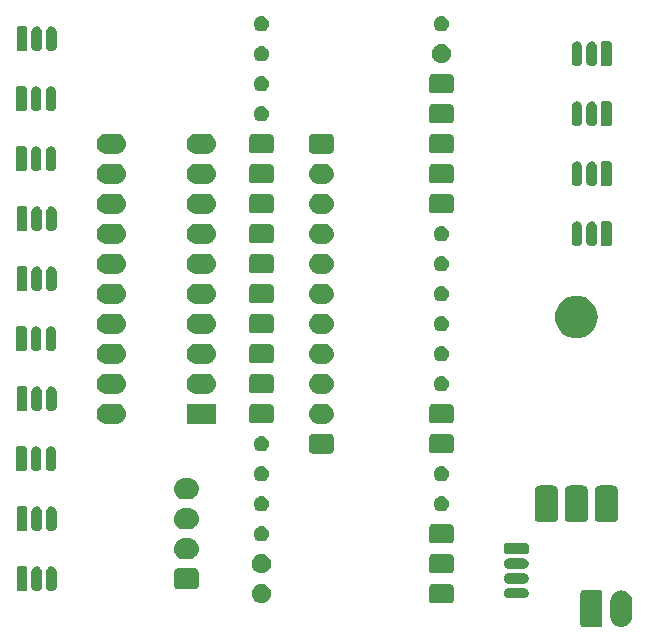
<source format=gbr>
G04 #@! TF.GenerationSoftware,KiCad,Pcbnew,5.0.2*
G04 #@! TF.CreationDate,2019-10-07T10:21:51-03:00*
G04 #@! TF.ProjectId,passavfp,70617373-6176-4667-902e-6b696361645f,rev?*
G04 #@! TF.SameCoordinates,Original*
G04 #@! TF.FileFunction,Soldermask,Bot*
G04 #@! TF.FilePolarity,Negative*
%FSLAX46Y46*%
G04 Gerber Fmt 4.6, Leading zero omitted, Abs format (unit mm)*
G04 Created by KiCad (PCBNEW 5.0.2) date seg 07 out 2019 10:21:51 -03*
%MOMM*%
%LPD*%
G01*
G04 APERTURE LIST*
%ADD10C,0.100000*%
G04 APERTURE END LIST*
D10*
G36*
X144820547Y-114432326D02*
X144933450Y-114466575D01*
X144994157Y-114484990D01*
X145052514Y-114516183D01*
X145154155Y-114570511D01*
X145294396Y-114685604D01*
X145409489Y-114825844D01*
X145444729Y-114891774D01*
X145495010Y-114985842D01*
X145504403Y-115016806D01*
X145547674Y-115159452D01*
X145561000Y-115294756D01*
X145561000Y-116645244D01*
X145547674Y-116780548D01*
X145512565Y-116896287D01*
X145495010Y-116954158D01*
X145449298Y-117039679D01*
X145409489Y-117114156D01*
X145294396Y-117254396D01*
X145154156Y-117369489D01*
X145091244Y-117403116D01*
X144994158Y-117455010D01*
X144948200Y-117468951D01*
X144820548Y-117507674D01*
X144640000Y-117525456D01*
X144459453Y-117507674D01*
X144331801Y-117468951D01*
X144285843Y-117455010D01*
X144188757Y-117403116D01*
X144125845Y-117369489D01*
X143985605Y-117254396D01*
X143870512Y-117114156D01*
X143830703Y-117039679D01*
X143784991Y-116954158D01*
X143767436Y-116896287D01*
X143732327Y-116780548D01*
X143719001Y-116645244D01*
X143719000Y-115294757D01*
X143732326Y-115159453D01*
X143784990Y-114985844D01*
X143784990Y-114985843D01*
X143835271Y-114891775D01*
X143870511Y-114825845D01*
X143985604Y-114685604D01*
X144125844Y-114570511D01*
X144205313Y-114528034D01*
X144285842Y-114484990D01*
X144346549Y-114466575D01*
X144459452Y-114432326D01*
X144640000Y-114414544D01*
X144820547Y-114432326D01*
X144820547Y-114432326D01*
G37*
G36*
X142879020Y-114422979D02*
X142911966Y-114432974D01*
X142942335Y-114449206D01*
X142968951Y-114471049D01*
X142990794Y-114497665D01*
X143007026Y-114528034D01*
X143017021Y-114560980D01*
X143021000Y-114601386D01*
X143021000Y-117338614D01*
X143017021Y-117379020D01*
X143007026Y-117411966D01*
X142990794Y-117442335D01*
X142968951Y-117468951D01*
X142942335Y-117490794D01*
X142911966Y-117507026D01*
X142879020Y-117517021D01*
X142838614Y-117521000D01*
X141361386Y-117521000D01*
X141320980Y-117517021D01*
X141288034Y-117507026D01*
X141257665Y-117490794D01*
X141231049Y-117468951D01*
X141209206Y-117442335D01*
X141192974Y-117411966D01*
X141182979Y-117379020D01*
X141179000Y-117338614D01*
X141179000Y-114601386D01*
X141182979Y-114560980D01*
X141192974Y-114528034D01*
X141209206Y-114497665D01*
X141231049Y-114471049D01*
X141257665Y-114449206D01*
X141288034Y-114432974D01*
X141320980Y-114422979D01*
X141361386Y-114419000D01*
X142838614Y-114419000D01*
X142879020Y-114422979D01*
X142879020Y-114422979D01*
G37*
G36*
X114397142Y-113918242D02*
X114545102Y-113979530D01*
X114558052Y-113988183D01*
X114678257Y-114068501D01*
X114791499Y-114181743D01*
X114817939Y-114221314D01*
X114880470Y-114314898D01*
X114941758Y-114462858D01*
X114973000Y-114619925D01*
X114973000Y-114780075D01*
X114941758Y-114937142D01*
X114908759Y-115016807D01*
X114880471Y-115085100D01*
X114791499Y-115218257D01*
X114678257Y-115331499D01*
X114635937Y-115359776D01*
X114545102Y-115420470D01*
X114397142Y-115481758D01*
X114240075Y-115513000D01*
X114079925Y-115513000D01*
X113922858Y-115481758D01*
X113774898Y-115420470D01*
X113684063Y-115359776D01*
X113641743Y-115331499D01*
X113528501Y-115218257D01*
X113439529Y-115085100D01*
X113411241Y-115016807D01*
X113378242Y-114937142D01*
X113347000Y-114780075D01*
X113347000Y-114619925D01*
X113378242Y-114462858D01*
X113439530Y-114314898D01*
X113502061Y-114221314D01*
X113528501Y-114181743D01*
X113641743Y-114068501D01*
X113761948Y-113988183D01*
X113774898Y-113979530D01*
X113922858Y-113918242D01*
X114079925Y-113887000D01*
X114240075Y-113887000D01*
X114397142Y-113918242D01*
X114397142Y-113918242D01*
G37*
G36*
X130173993Y-113894203D02*
X130238414Y-113913744D01*
X130297776Y-113945475D01*
X130349817Y-113988183D01*
X130392525Y-114040224D01*
X130424256Y-114099586D01*
X130443797Y-114164007D01*
X130451000Y-114237141D01*
X130451000Y-115162859D01*
X130443797Y-115235993D01*
X130424256Y-115300414D01*
X130392525Y-115359776D01*
X130349817Y-115411817D01*
X130297776Y-115454525D01*
X130238414Y-115486256D01*
X130173993Y-115505797D01*
X130100859Y-115513000D01*
X128699141Y-115513000D01*
X128626007Y-115505797D01*
X128561586Y-115486256D01*
X128502224Y-115454525D01*
X128450183Y-115411817D01*
X128407475Y-115359776D01*
X128375744Y-115300414D01*
X128356203Y-115235993D01*
X128349000Y-115162859D01*
X128349000Y-114237141D01*
X128356203Y-114164007D01*
X128375744Y-114099586D01*
X128407475Y-114040224D01*
X128450183Y-113988183D01*
X128502224Y-113945475D01*
X128561586Y-113913744D01*
X128626007Y-113894203D01*
X128699141Y-113887000D01*
X130100859Y-113887000D01*
X130173993Y-113894203D01*
X130173993Y-113894203D01*
G37*
G36*
X136438413Y-114195525D02*
X136513456Y-114218290D01*
X136523425Y-114221314D01*
X136601774Y-114263193D01*
X136670448Y-114319552D01*
X136726807Y-114388226D01*
X136768686Y-114466575D01*
X136770043Y-114471049D01*
X136794475Y-114551587D01*
X136803182Y-114640000D01*
X136794475Y-114728413D01*
X136771710Y-114803456D01*
X136768686Y-114813425D01*
X136726807Y-114891774D01*
X136670448Y-114960448D01*
X136601774Y-115016807D01*
X136523425Y-115058686D01*
X136513456Y-115061710D01*
X136438413Y-115084475D01*
X136372158Y-115091000D01*
X135127842Y-115091000D01*
X135061587Y-115084475D01*
X134986544Y-115061710D01*
X134976575Y-115058686D01*
X134898226Y-115016807D01*
X134829552Y-114960448D01*
X134773193Y-114891774D01*
X134731314Y-114813425D01*
X134728290Y-114803456D01*
X134705525Y-114728413D01*
X134696818Y-114640000D01*
X134705525Y-114551587D01*
X134729957Y-114471049D01*
X134731314Y-114466575D01*
X134773193Y-114388226D01*
X134829552Y-114319552D01*
X134898226Y-114263193D01*
X134976575Y-114221314D01*
X134986544Y-114218290D01*
X135061587Y-114195525D01*
X135127842Y-114189000D01*
X136372158Y-114189000D01*
X136438413Y-114195525D01*
X136438413Y-114195525D01*
G37*
G36*
X95218412Y-112385525D02*
X95289120Y-112406975D01*
X95303424Y-112411314D01*
X95366533Y-112445047D01*
X95381777Y-112453195D01*
X95450446Y-112509550D01*
X95450448Y-112509552D01*
X95506807Y-112578226D01*
X95548686Y-112656575D01*
X95550012Y-112660948D01*
X95574475Y-112741587D01*
X95581000Y-112807842D01*
X95581000Y-114052158D01*
X95574475Y-114118413D01*
X95555263Y-114181743D01*
X95548686Y-114203425D01*
X95506807Y-114281774D01*
X95450448Y-114350448D01*
X95381774Y-114406807D01*
X95303425Y-114448686D01*
X95293456Y-114451710D01*
X95218413Y-114474475D01*
X95130000Y-114483182D01*
X95041588Y-114474475D01*
X94966545Y-114451710D01*
X94956576Y-114448686D01*
X94878227Y-114406807D01*
X94809553Y-114350448D01*
X94753194Y-114281774D01*
X94711315Y-114203425D01*
X94704738Y-114181743D01*
X94685526Y-114118413D01*
X94679001Y-114052158D01*
X94679000Y-112807843D01*
X94685525Y-112741588D01*
X94711313Y-112656580D01*
X94711314Y-112656576D01*
X94753193Y-112578227D01*
X94753195Y-112578223D01*
X94809550Y-112509554D01*
X94809555Y-112509550D01*
X94878226Y-112453193D01*
X94956575Y-112411314D01*
X94970879Y-112406975D01*
X95041587Y-112385525D01*
X95130000Y-112376818D01*
X95218412Y-112385525D01*
X95218412Y-112385525D01*
G37*
G36*
X96468412Y-112385525D02*
X96539120Y-112406975D01*
X96553424Y-112411314D01*
X96616533Y-112445047D01*
X96631777Y-112453195D01*
X96700446Y-112509550D01*
X96700448Y-112509552D01*
X96756807Y-112578226D01*
X96798686Y-112656575D01*
X96800012Y-112660948D01*
X96824475Y-112741587D01*
X96831000Y-112807842D01*
X96831000Y-114052158D01*
X96824475Y-114118413D01*
X96805263Y-114181743D01*
X96798686Y-114203425D01*
X96756807Y-114281774D01*
X96700448Y-114350448D01*
X96631774Y-114406807D01*
X96553425Y-114448686D01*
X96543456Y-114451710D01*
X96468413Y-114474475D01*
X96380000Y-114483182D01*
X96291588Y-114474475D01*
X96216545Y-114451710D01*
X96206576Y-114448686D01*
X96128227Y-114406807D01*
X96059553Y-114350448D01*
X96003194Y-114281774D01*
X95961315Y-114203425D01*
X95954738Y-114181743D01*
X95935526Y-114118413D01*
X95929001Y-114052158D01*
X95929000Y-112807843D01*
X95935525Y-112741588D01*
X95961313Y-112656580D01*
X95961314Y-112656576D01*
X96003193Y-112578227D01*
X96003195Y-112578223D01*
X96059550Y-112509554D01*
X96059555Y-112509550D01*
X96128226Y-112453193D01*
X96206575Y-112411314D01*
X96220879Y-112406975D01*
X96291587Y-112385525D01*
X96380000Y-112376818D01*
X96468412Y-112385525D01*
X96468412Y-112385525D01*
G37*
G36*
X94199683Y-112382725D02*
X94230144Y-112391966D01*
X94258223Y-112406975D01*
X94282831Y-112427169D01*
X94303025Y-112451777D01*
X94318034Y-112479856D01*
X94327275Y-112510317D01*
X94331000Y-112548140D01*
X94331000Y-114311860D01*
X94327275Y-114349683D01*
X94318034Y-114380144D01*
X94303025Y-114408223D01*
X94282831Y-114432831D01*
X94258223Y-114453025D01*
X94230144Y-114468034D01*
X94199683Y-114477275D01*
X94161860Y-114481000D01*
X93598140Y-114481000D01*
X93560317Y-114477275D01*
X93529856Y-114468034D01*
X93501777Y-114453025D01*
X93477169Y-114432831D01*
X93456975Y-114408223D01*
X93441966Y-114380144D01*
X93432725Y-114349683D01*
X93429000Y-114311860D01*
X93429000Y-112548140D01*
X93432725Y-112510317D01*
X93441966Y-112479856D01*
X93456975Y-112451777D01*
X93477169Y-112427169D01*
X93501777Y-112406975D01*
X93529856Y-112391966D01*
X93560317Y-112382725D01*
X93598140Y-112379000D01*
X94161860Y-112379000D01*
X94199683Y-112382725D01*
X94199683Y-112382725D01*
G37*
G36*
X108548578Y-112537048D02*
X108621250Y-112559093D01*
X108688226Y-112594892D01*
X108746930Y-112643070D01*
X108795108Y-112701774D01*
X108830907Y-112768750D01*
X108852952Y-112841422D01*
X108861000Y-112923140D01*
X108861000Y-113936860D01*
X108852952Y-114018578D01*
X108830907Y-114091250D01*
X108795108Y-114158226D01*
X108746930Y-114216930D01*
X108688226Y-114265108D01*
X108621250Y-114300907D01*
X108548578Y-114322952D01*
X108466860Y-114331000D01*
X107153140Y-114331000D01*
X107071422Y-114322952D01*
X106998750Y-114300907D01*
X106931774Y-114265108D01*
X106873070Y-114216930D01*
X106824892Y-114158226D01*
X106789093Y-114091250D01*
X106767048Y-114018578D01*
X106759000Y-113936860D01*
X106759000Y-112923140D01*
X106767048Y-112841422D01*
X106789093Y-112768750D01*
X106824892Y-112701774D01*
X106873070Y-112643070D01*
X106931774Y-112594892D01*
X106998750Y-112559093D01*
X107071422Y-112537048D01*
X107153140Y-112529000D01*
X108466860Y-112529000D01*
X108548578Y-112537048D01*
X108548578Y-112537048D01*
G37*
G36*
X136438413Y-112945525D02*
X136513456Y-112968290D01*
X136523425Y-112971314D01*
X136601774Y-113013193D01*
X136670448Y-113069552D01*
X136726807Y-113138226D01*
X136768686Y-113216575D01*
X136768687Y-113216579D01*
X136794475Y-113301587D01*
X136803182Y-113390000D01*
X136794475Y-113478413D01*
X136771710Y-113553456D01*
X136768686Y-113563425D01*
X136726807Y-113641774D01*
X136670448Y-113710448D01*
X136601774Y-113766807D01*
X136523425Y-113808686D01*
X136513456Y-113811710D01*
X136438413Y-113834475D01*
X136372158Y-113841000D01*
X135127842Y-113841000D01*
X135061587Y-113834475D01*
X134986544Y-113811710D01*
X134976575Y-113808686D01*
X134898226Y-113766807D01*
X134829552Y-113710448D01*
X134773193Y-113641774D01*
X134731314Y-113563425D01*
X134728290Y-113553456D01*
X134705525Y-113478413D01*
X134696818Y-113390000D01*
X134705525Y-113301587D01*
X134731313Y-113216579D01*
X134731314Y-113216575D01*
X134773193Y-113138226D01*
X134829552Y-113069552D01*
X134898226Y-113013193D01*
X134976575Y-112971314D01*
X134986544Y-112968290D01*
X135061587Y-112945525D01*
X135127842Y-112939000D01*
X136372158Y-112939000D01*
X136438413Y-112945525D01*
X136438413Y-112945525D01*
G37*
G36*
X114397142Y-111378242D02*
X114545102Y-111439530D01*
X114558052Y-111448183D01*
X114678257Y-111528501D01*
X114791499Y-111641743D01*
X114792191Y-111642779D01*
X114880470Y-111774898D01*
X114941758Y-111922858D01*
X114973000Y-112079925D01*
X114973000Y-112240075D01*
X114941758Y-112397142D01*
X114880470Y-112545102D01*
X114840499Y-112604923D01*
X114791499Y-112678257D01*
X114678257Y-112791499D01*
X114653790Y-112807847D01*
X114545102Y-112880470D01*
X114397142Y-112941758D01*
X114240075Y-112973000D01*
X114079925Y-112973000D01*
X113922858Y-112941758D01*
X113774898Y-112880470D01*
X113666210Y-112807847D01*
X113641743Y-112791499D01*
X113528501Y-112678257D01*
X113479501Y-112604923D01*
X113439530Y-112545102D01*
X113378242Y-112397142D01*
X113347000Y-112240075D01*
X113347000Y-112079925D01*
X113378242Y-111922858D01*
X113439530Y-111774898D01*
X113527809Y-111642779D01*
X113528501Y-111641743D01*
X113641743Y-111528501D01*
X113761948Y-111448183D01*
X113774898Y-111439530D01*
X113922858Y-111378242D01*
X114079925Y-111347000D01*
X114240075Y-111347000D01*
X114397142Y-111378242D01*
X114397142Y-111378242D01*
G37*
G36*
X130173993Y-111354203D02*
X130238414Y-111373744D01*
X130297776Y-111405475D01*
X130349817Y-111448183D01*
X130392525Y-111500224D01*
X130424256Y-111559586D01*
X130443797Y-111624007D01*
X130451000Y-111697141D01*
X130451000Y-112622859D01*
X130443797Y-112695993D01*
X130424256Y-112760414D01*
X130392525Y-112819776D01*
X130349817Y-112871817D01*
X130297776Y-112914525D01*
X130238414Y-112946256D01*
X130173993Y-112965797D01*
X130100859Y-112973000D01*
X128699141Y-112973000D01*
X128626007Y-112965797D01*
X128561586Y-112946256D01*
X128502224Y-112914525D01*
X128450183Y-112871817D01*
X128407475Y-112819776D01*
X128375744Y-112760414D01*
X128356203Y-112695993D01*
X128349000Y-112622859D01*
X128349000Y-111697141D01*
X128356203Y-111624007D01*
X128375744Y-111559586D01*
X128407475Y-111500224D01*
X128450183Y-111448183D01*
X128502224Y-111405475D01*
X128561586Y-111373744D01*
X128626007Y-111354203D01*
X128699141Y-111347000D01*
X130100859Y-111347000D01*
X130173993Y-111354203D01*
X130173993Y-111354203D01*
G37*
G36*
X136438413Y-111695525D02*
X136513456Y-111718290D01*
X136523425Y-111721314D01*
X136601774Y-111763193D01*
X136670448Y-111819552D01*
X136726807Y-111888226D01*
X136768686Y-111966575D01*
X136768687Y-111966579D01*
X136794475Y-112051587D01*
X136803182Y-112140000D01*
X136794475Y-112228413D01*
X136771710Y-112303456D01*
X136768686Y-112313425D01*
X136726807Y-112391774D01*
X136670448Y-112460448D01*
X136601774Y-112516807D01*
X136523425Y-112558686D01*
X136522083Y-112559093D01*
X136438413Y-112584475D01*
X136372158Y-112591000D01*
X135127842Y-112591000D01*
X135061587Y-112584475D01*
X134977917Y-112559093D01*
X134976575Y-112558686D01*
X134898226Y-112516807D01*
X134829552Y-112460448D01*
X134773193Y-112391774D01*
X134731314Y-112313425D01*
X134728290Y-112303456D01*
X134705525Y-112228413D01*
X134696818Y-112140000D01*
X134705525Y-112051587D01*
X134731313Y-111966579D01*
X134731314Y-111966575D01*
X134773193Y-111888226D01*
X134829552Y-111819552D01*
X134898226Y-111763193D01*
X134976575Y-111721314D01*
X134986544Y-111718290D01*
X135061587Y-111695525D01*
X135127842Y-111689000D01*
X136372158Y-111689000D01*
X136438413Y-111695525D01*
X136438413Y-111695525D01*
G37*
G36*
X108070442Y-109995518D02*
X108136627Y-110002037D01*
X108245252Y-110034988D01*
X108306467Y-110053557D01*
X108361286Y-110082859D01*
X108462991Y-110137222D01*
X108485863Y-110155993D01*
X108600186Y-110249814D01*
X108652811Y-110313939D01*
X108712778Y-110387009D01*
X108712779Y-110387011D01*
X108796443Y-110543533D01*
X108796443Y-110543534D01*
X108847963Y-110713373D01*
X108865359Y-110890000D01*
X108847963Y-111066627D01*
X108819792Y-111159493D01*
X108796443Y-111236467D01*
X108775871Y-111274953D01*
X108712778Y-111392991D01*
X108683448Y-111428729D01*
X108600186Y-111530186D01*
X108498729Y-111613448D01*
X108462991Y-111642778D01*
X108462989Y-111642779D01*
X108306467Y-111726443D01*
X108249853Y-111743616D01*
X108136627Y-111777963D01*
X108070443Y-111784481D01*
X108004260Y-111791000D01*
X107615740Y-111791000D01*
X107549557Y-111784481D01*
X107483373Y-111777963D01*
X107370147Y-111743616D01*
X107313533Y-111726443D01*
X107157011Y-111642779D01*
X107157009Y-111642778D01*
X107121271Y-111613448D01*
X107019814Y-111530186D01*
X106936552Y-111428729D01*
X106907222Y-111392991D01*
X106844129Y-111274953D01*
X106823557Y-111236467D01*
X106800208Y-111159493D01*
X106772037Y-111066627D01*
X106754641Y-110890000D01*
X106772037Y-110713373D01*
X106823557Y-110543534D01*
X106823557Y-110543533D01*
X106907221Y-110387011D01*
X106907222Y-110387009D01*
X106967189Y-110313939D01*
X107019814Y-110249814D01*
X107134137Y-110155993D01*
X107157009Y-110137222D01*
X107258714Y-110082859D01*
X107313533Y-110053557D01*
X107374748Y-110034988D01*
X107483373Y-110002037D01*
X107549558Y-109995518D01*
X107615740Y-109989000D01*
X108004260Y-109989000D01*
X108070442Y-109995518D01*
X108070442Y-109995518D01*
G37*
G36*
X136669683Y-110442725D02*
X136700144Y-110451966D01*
X136728223Y-110466975D01*
X136752831Y-110487169D01*
X136773025Y-110511777D01*
X136788034Y-110539856D01*
X136797275Y-110570317D01*
X136801000Y-110608140D01*
X136801000Y-111171860D01*
X136797275Y-111209683D01*
X136788034Y-111240144D01*
X136773025Y-111268223D01*
X136752831Y-111292831D01*
X136728223Y-111313025D01*
X136700144Y-111328034D01*
X136669683Y-111337275D01*
X136631860Y-111341000D01*
X134868140Y-111341000D01*
X134830317Y-111337275D01*
X134799856Y-111328034D01*
X134771777Y-111313025D01*
X134747169Y-111292831D01*
X134726975Y-111268223D01*
X134711966Y-111240144D01*
X134702725Y-111209683D01*
X134699000Y-111171860D01*
X134699000Y-110608140D01*
X134702725Y-110570317D01*
X134711966Y-110539856D01*
X134726975Y-110511777D01*
X134747169Y-110487169D01*
X134771777Y-110466975D01*
X134799856Y-110451966D01*
X134830317Y-110442725D01*
X134868140Y-110439000D01*
X136631860Y-110439000D01*
X136669683Y-110442725D01*
X136669683Y-110442725D01*
G37*
G36*
X130173993Y-108814203D02*
X130238414Y-108833744D01*
X130297776Y-108865475D01*
X130349817Y-108908183D01*
X130392525Y-108960224D01*
X130424256Y-109019586D01*
X130443797Y-109084007D01*
X130451000Y-109157141D01*
X130451000Y-110082859D01*
X130443797Y-110155993D01*
X130424256Y-110220414D01*
X130392525Y-110279776D01*
X130349817Y-110331817D01*
X130297776Y-110374525D01*
X130238414Y-110406256D01*
X130173993Y-110425797D01*
X130100859Y-110433000D01*
X128699141Y-110433000D01*
X128626007Y-110425797D01*
X128561586Y-110406256D01*
X128502224Y-110374525D01*
X128450183Y-110331817D01*
X128407475Y-110279776D01*
X128375744Y-110220414D01*
X128356203Y-110155993D01*
X128349000Y-110082859D01*
X128349000Y-109157141D01*
X128356203Y-109084007D01*
X128375744Y-109019586D01*
X128407475Y-108960224D01*
X128450183Y-108908183D01*
X128502224Y-108865475D01*
X128561586Y-108833744D01*
X128626007Y-108814203D01*
X128699141Y-108807000D01*
X130100859Y-108807000D01*
X130173993Y-108814203D01*
X130173993Y-108814203D01*
G37*
G36*
X114349890Y-108994017D02*
X114468361Y-109043089D01*
X114468364Y-109043091D01*
X114557692Y-109102778D01*
X114574992Y-109114338D01*
X114665662Y-109205008D01*
X114665664Y-109205011D01*
X114665665Y-109205012D01*
X114675341Y-109219493D01*
X114736911Y-109311639D01*
X114785983Y-109430110D01*
X114811000Y-109555881D01*
X114811000Y-109684119D01*
X114785983Y-109809890D01*
X114736911Y-109928361D01*
X114736909Y-109928364D01*
X114671337Y-110026500D01*
X114665662Y-110034992D01*
X114574992Y-110125662D01*
X114574989Y-110125664D01*
X114574988Y-110125665D01*
X114468364Y-110196909D01*
X114468361Y-110196911D01*
X114349890Y-110245983D01*
X114224119Y-110271000D01*
X114095881Y-110271000D01*
X113970110Y-110245983D01*
X113851639Y-110196911D01*
X113851636Y-110196909D01*
X113745012Y-110125665D01*
X113745011Y-110125664D01*
X113745008Y-110125662D01*
X113654338Y-110034992D01*
X113648664Y-110026500D01*
X113583091Y-109928364D01*
X113583089Y-109928361D01*
X113534017Y-109809890D01*
X113509000Y-109684119D01*
X113509000Y-109555881D01*
X113534017Y-109430110D01*
X113583089Y-109311639D01*
X113644659Y-109219493D01*
X113654335Y-109205012D01*
X113654336Y-109205011D01*
X113654338Y-109205008D01*
X113745008Y-109114338D01*
X113762309Y-109102778D01*
X113851636Y-109043091D01*
X113851639Y-109043089D01*
X113970110Y-108994017D01*
X114095881Y-108969000D01*
X114224119Y-108969000D01*
X114349890Y-108994017D01*
X114349890Y-108994017D01*
G37*
G36*
X95218412Y-107305525D02*
X95289120Y-107326975D01*
X95303424Y-107331314D01*
X95366533Y-107365047D01*
X95381777Y-107373195D01*
X95450446Y-107429550D01*
X95450448Y-107429552D01*
X95506807Y-107498226D01*
X95548686Y-107576575D01*
X95551442Y-107585662D01*
X95574475Y-107661587D01*
X95581000Y-107727842D01*
X95581000Y-108972158D01*
X95574475Y-109038413D01*
X95554949Y-109102778D01*
X95548686Y-109123425D01*
X95506807Y-109201774D01*
X95450448Y-109270448D01*
X95381774Y-109326807D01*
X95303425Y-109368686D01*
X95293456Y-109371710D01*
X95218413Y-109394475D01*
X95130000Y-109403182D01*
X95041588Y-109394475D01*
X94966545Y-109371710D01*
X94956576Y-109368686D01*
X94878227Y-109326807D01*
X94809553Y-109270448D01*
X94753194Y-109201774D01*
X94711315Y-109123425D01*
X94705052Y-109102778D01*
X94685526Y-109038413D01*
X94679001Y-108972158D01*
X94679000Y-107727843D01*
X94685525Y-107661588D01*
X94711313Y-107576580D01*
X94711314Y-107576576D01*
X94753193Y-107498227D01*
X94753195Y-107498223D01*
X94809550Y-107429554D01*
X94809555Y-107429550D01*
X94878226Y-107373193D01*
X94956575Y-107331314D01*
X94970879Y-107326975D01*
X95041587Y-107305525D01*
X95130000Y-107296818D01*
X95218412Y-107305525D01*
X95218412Y-107305525D01*
G37*
G36*
X96468412Y-107305525D02*
X96539120Y-107326975D01*
X96553424Y-107331314D01*
X96616533Y-107365047D01*
X96631777Y-107373195D01*
X96700446Y-107429550D01*
X96700448Y-107429552D01*
X96756807Y-107498226D01*
X96798686Y-107576575D01*
X96801442Y-107585662D01*
X96824475Y-107661587D01*
X96831000Y-107727842D01*
X96831000Y-108972158D01*
X96824475Y-109038413D01*
X96804949Y-109102778D01*
X96798686Y-109123425D01*
X96756807Y-109201774D01*
X96700448Y-109270448D01*
X96631774Y-109326807D01*
X96553425Y-109368686D01*
X96543456Y-109371710D01*
X96468413Y-109394475D01*
X96380000Y-109403182D01*
X96291588Y-109394475D01*
X96216545Y-109371710D01*
X96206576Y-109368686D01*
X96128227Y-109326807D01*
X96059553Y-109270448D01*
X96003194Y-109201774D01*
X95961315Y-109123425D01*
X95955052Y-109102778D01*
X95935526Y-109038413D01*
X95929001Y-108972158D01*
X95929000Y-107727843D01*
X95935525Y-107661588D01*
X95961313Y-107576580D01*
X95961314Y-107576576D01*
X96003193Y-107498227D01*
X96003195Y-107498223D01*
X96059550Y-107429554D01*
X96059555Y-107429550D01*
X96128226Y-107373193D01*
X96206575Y-107331314D01*
X96220879Y-107326975D01*
X96291587Y-107305525D01*
X96380000Y-107296818D01*
X96468412Y-107305525D01*
X96468412Y-107305525D01*
G37*
G36*
X94199683Y-107302725D02*
X94230144Y-107311966D01*
X94258223Y-107326975D01*
X94282831Y-107347169D01*
X94303025Y-107371777D01*
X94318034Y-107399856D01*
X94327275Y-107430317D01*
X94331000Y-107468140D01*
X94331000Y-109231860D01*
X94327275Y-109269683D01*
X94318034Y-109300144D01*
X94303025Y-109328223D01*
X94282831Y-109352831D01*
X94258223Y-109373025D01*
X94230144Y-109388034D01*
X94199683Y-109397275D01*
X94161860Y-109401000D01*
X93598140Y-109401000D01*
X93560317Y-109397275D01*
X93529856Y-109388034D01*
X93501777Y-109373025D01*
X93477169Y-109352831D01*
X93456975Y-109328223D01*
X93441966Y-109300144D01*
X93432725Y-109269683D01*
X93429000Y-109231860D01*
X93429000Y-107468140D01*
X93432725Y-107430317D01*
X93441966Y-107399856D01*
X93456975Y-107371777D01*
X93477169Y-107347169D01*
X93501777Y-107326975D01*
X93529856Y-107311966D01*
X93560317Y-107302725D01*
X93598140Y-107299000D01*
X94161860Y-107299000D01*
X94199683Y-107302725D01*
X94199683Y-107302725D01*
G37*
G36*
X108070442Y-107455518D02*
X108136627Y-107462037D01*
X108245252Y-107494988D01*
X108306467Y-107513557D01*
X108424365Y-107576576D01*
X108462991Y-107597222D01*
X108498729Y-107626552D01*
X108600186Y-107709814D01*
X108683448Y-107811271D01*
X108712778Y-107847009D01*
X108712779Y-107847011D01*
X108796443Y-108003533D01*
X108796443Y-108003534D01*
X108847963Y-108173373D01*
X108865359Y-108350000D01*
X108847963Y-108526627D01*
X108819226Y-108621359D01*
X108796443Y-108696467D01*
X108737361Y-108807000D01*
X108712778Y-108852991D01*
X108683448Y-108888729D01*
X108600186Y-108990186D01*
X108498729Y-109073448D01*
X108462991Y-109102778D01*
X108462989Y-109102779D01*
X108306467Y-109186443D01*
X108255926Y-109201774D01*
X108136627Y-109237963D01*
X108070443Y-109244481D01*
X108004260Y-109251000D01*
X107615740Y-109251000D01*
X107549557Y-109244481D01*
X107483373Y-109237963D01*
X107364074Y-109201774D01*
X107313533Y-109186443D01*
X107157011Y-109102779D01*
X107157009Y-109102778D01*
X107121271Y-109073448D01*
X107019814Y-108990186D01*
X106936552Y-108888729D01*
X106907222Y-108852991D01*
X106882639Y-108807000D01*
X106823557Y-108696467D01*
X106800774Y-108621359D01*
X106772037Y-108526627D01*
X106754641Y-108350000D01*
X106772037Y-108173373D01*
X106823557Y-108003534D01*
X106823557Y-108003533D01*
X106907221Y-107847011D01*
X106907222Y-107847009D01*
X106936552Y-107811271D01*
X107019814Y-107709814D01*
X107121271Y-107626552D01*
X107157009Y-107597222D01*
X107195635Y-107576576D01*
X107313533Y-107513557D01*
X107374748Y-107494988D01*
X107483373Y-107462037D01*
X107549558Y-107455518D01*
X107615740Y-107449000D01*
X108004260Y-107449000D01*
X108070442Y-107455518D01*
X108070442Y-107455518D01*
G37*
G36*
X138939822Y-105538033D02*
X139022117Y-105562997D01*
X139097946Y-105603528D01*
X139164419Y-105658081D01*
X139218972Y-105724554D01*
X139259503Y-105800383D01*
X139284467Y-105882678D01*
X139293500Y-105974390D01*
X139293500Y-108185610D01*
X139284467Y-108277322D01*
X139259503Y-108359617D01*
X139218972Y-108435446D01*
X139164419Y-108501919D01*
X139097946Y-108556472D01*
X139022117Y-108597003D01*
X138939822Y-108621967D01*
X138848110Y-108631000D01*
X137731890Y-108631000D01*
X137640178Y-108621967D01*
X137557883Y-108597003D01*
X137482054Y-108556472D01*
X137415581Y-108501919D01*
X137361028Y-108435446D01*
X137320497Y-108359617D01*
X137295533Y-108277322D01*
X137286500Y-108185610D01*
X137286500Y-105974390D01*
X137295533Y-105882678D01*
X137320497Y-105800383D01*
X137361028Y-105724554D01*
X137415581Y-105658081D01*
X137482054Y-105603528D01*
X137557883Y-105562997D01*
X137640178Y-105538033D01*
X137731890Y-105529000D01*
X138848110Y-105529000D01*
X138939822Y-105538033D01*
X138939822Y-105538033D01*
G37*
G36*
X141479822Y-105538033D02*
X141562117Y-105562997D01*
X141637946Y-105603528D01*
X141704419Y-105658081D01*
X141758972Y-105724554D01*
X141799503Y-105800383D01*
X141824467Y-105882678D01*
X141833500Y-105974390D01*
X141833500Y-108185610D01*
X141824467Y-108277322D01*
X141799503Y-108359617D01*
X141758972Y-108435446D01*
X141704419Y-108501919D01*
X141637946Y-108556472D01*
X141562117Y-108597003D01*
X141479822Y-108621967D01*
X141388110Y-108631000D01*
X140271890Y-108631000D01*
X140180178Y-108621967D01*
X140097883Y-108597003D01*
X140022054Y-108556472D01*
X139955581Y-108501919D01*
X139901028Y-108435446D01*
X139860497Y-108359617D01*
X139835533Y-108277322D01*
X139826500Y-108185610D01*
X139826500Y-105974390D01*
X139835533Y-105882678D01*
X139860497Y-105800383D01*
X139901028Y-105724554D01*
X139955581Y-105658081D01*
X140022054Y-105603528D01*
X140097883Y-105562997D01*
X140180178Y-105538033D01*
X140271890Y-105529000D01*
X141388110Y-105529000D01*
X141479822Y-105538033D01*
X141479822Y-105538033D01*
G37*
G36*
X144019822Y-105538033D02*
X144102117Y-105562997D01*
X144177946Y-105603528D01*
X144244419Y-105658081D01*
X144298972Y-105724554D01*
X144339503Y-105800383D01*
X144364467Y-105882678D01*
X144373500Y-105974390D01*
X144373500Y-108185610D01*
X144364467Y-108277322D01*
X144339503Y-108359617D01*
X144298972Y-108435446D01*
X144244419Y-108501919D01*
X144177946Y-108556472D01*
X144102117Y-108597003D01*
X144019822Y-108621967D01*
X143928110Y-108631000D01*
X142811890Y-108631000D01*
X142720178Y-108621967D01*
X142637883Y-108597003D01*
X142562054Y-108556472D01*
X142495581Y-108501919D01*
X142441028Y-108435446D01*
X142400497Y-108359617D01*
X142375533Y-108277322D01*
X142366500Y-108185610D01*
X142366500Y-105974390D01*
X142375533Y-105882678D01*
X142400497Y-105800383D01*
X142441028Y-105724554D01*
X142495581Y-105658081D01*
X142562054Y-105603528D01*
X142637883Y-105562997D01*
X142720178Y-105538033D01*
X142811890Y-105529000D01*
X143928110Y-105529000D01*
X144019822Y-105538033D01*
X144019822Y-105538033D01*
G37*
G36*
X114349890Y-106454017D02*
X114468361Y-106503089D01*
X114468364Y-106503091D01*
X114557692Y-106562778D01*
X114574992Y-106574338D01*
X114665662Y-106665008D01*
X114736911Y-106771639D01*
X114785983Y-106890110D01*
X114811000Y-107015881D01*
X114811000Y-107144119D01*
X114785983Y-107269890D01*
X114736911Y-107388361D01*
X114665662Y-107494992D01*
X114574992Y-107585662D01*
X114574989Y-107585664D01*
X114574988Y-107585665D01*
X114468364Y-107656909D01*
X114468361Y-107656911D01*
X114349890Y-107705983D01*
X114224119Y-107731000D01*
X114095881Y-107731000D01*
X113970110Y-107705983D01*
X113851639Y-107656911D01*
X113851636Y-107656909D01*
X113745012Y-107585665D01*
X113745011Y-107585664D01*
X113745008Y-107585662D01*
X113654338Y-107494992D01*
X113583089Y-107388361D01*
X113534017Y-107269890D01*
X113509000Y-107144119D01*
X113509000Y-107015881D01*
X113534017Y-106890110D01*
X113583089Y-106771639D01*
X113654338Y-106665008D01*
X113745008Y-106574338D01*
X113762309Y-106562778D01*
X113851636Y-106503091D01*
X113851639Y-106503089D01*
X113970110Y-106454017D01*
X114095881Y-106429000D01*
X114224119Y-106429000D01*
X114349890Y-106454017D01*
X114349890Y-106454017D01*
G37*
G36*
X129589890Y-106454017D02*
X129708361Y-106503089D01*
X129708364Y-106503091D01*
X129797692Y-106562778D01*
X129814992Y-106574338D01*
X129905662Y-106665008D01*
X129976911Y-106771639D01*
X130025983Y-106890110D01*
X130051000Y-107015881D01*
X130051000Y-107144119D01*
X130025983Y-107269890D01*
X129976911Y-107388361D01*
X129905662Y-107494992D01*
X129814992Y-107585662D01*
X129814989Y-107585664D01*
X129814988Y-107585665D01*
X129708364Y-107656909D01*
X129708361Y-107656911D01*
X129589890Y-107705983D01*
X129464119Y-107731000D01*
X129335881Y-107731000D01*
X129210110Y-107705983D01*
X129091639Y-107656911D01*
X129091636Y-107656909D01*
X128985012Y-107585665D01*
X128985011Y-107585664D01*
X128985008Y-107585662D01*
X128894338Y-107494992D01*
X128823089Y-107388361D01*
X128774017Y-107269890D01*
X128749000Y-107144119D01*
X128749000Y-107015881D01*
X128774017Y-106890110D01*
X128823089Y-106771639D01*
X128894338Y-106665008D01*
X128985008Y-106574338D01*
X129002309Y-106562778D01*
X129091636Y-106503091D01*
X129091639Y-106503089D01*
X129210110Y-106454017D01*
X129335881Y-106429000D01*
X129464119Y-106429000D01*
X129589890Y-106454017D01*
X129589890Y-106454017D01*
G37*
G36*
X108070443Y-104915519D02*
X108136627Y-104922037D01*
X108245252Y-104954988D01*
X108306467Y-104973557D01*
X108441364Y-105045662D01*
X108462991Y-105057222D01*
X108498729Y-105086552D01*
X108600186Y-105169814D01*
X108683448Y-105271271D01*
X108712778Y-105307009D01*
X108712779Y-105307011D01*
X108796443Y-105463533D01*
X108796443Y-105463534D01*
X108847963Y-105633373D01*
X108865359Y-105810000D01*
X108847963Y-105986627D01*
X108834578Y-106030750D01*
X108796443Y-106156467D01*
X108722348Y-106295087D01*
X108712778Y-106312991D01*
X108683448Y-106348729D01*
X108600186Y-106450186D01*
X108498729Y-106533448D01*
X108462991Y-106562778D01*
X108462989Y-106562779D01*
X108306467Y-106646443D01*
X108249853Y-106663616D01*
X108136627Y-106697963D01*
X108070442Y-106704482D01*
X108004260Y-106711000D01*
X107615740Y-106711000D01*
X107549558Y-106704482D01*
X107483373Y-106697963D01*
X107370147Y-106663616D01*
X107313533Y-106646443D01*
X107157011Y-106562779D01*
X107157009Y-106562778D01*
X107121271Y-106533448D01*
X107019814Y-106450186D01*
X106936552Y-106348729D01*
X106907222Y-106312991D01*
X106897652Y-106295087D01*
X106823557Y-106156467D01*
X106785422Y-106030750D01*
X106772037Y-105986627D01*
X106754641Y-105810000D01*
X106772037Y-105633373D01*
X106823557Y-105463534D01*
X106823557Y-105463533D01*
X106907221Y-105307011D01*
X106907222Y-105307009D01*
X106936552Y-105271271D01*
X107019814Y-105169814D01*
X107121271Y-105086552D01*
X107157009Y-105057222D01*
X107178636Y-105045662D01*
X107313533Y-104973557D01*
X107374748Y-104954988D01*
X107483373Y-104922037D01*
X107549558Y-104915518D01*
X107615740Y-104909000D01*
X108004260Y-104909000D01*
X108070443Y-104915519D01*
X108070443Y-104915519D01*
G37*
G36*
X114349890Y-103914017D02*
X114468361Y-103963089D01*
X114574992Y-104034338D01*
X114665662Y-104125008D01*
X114736911Y-104231639D01*
X114785983Y-104350110D01*
X114811000Y-104475881D01*
X114811000Y-104604119D01*
X114785983Y-104729890D01*
X114736911Y-104848361D01*
X114665662Y-104954992D01*
X114574992Y-105045662D01*
X114574989Y-105045664D01*
X114574988Y-105045665D01*
X114468364Y-105116909D01*
X114468361Y-105116911D01*
X114349890Y-105165983D01*
X114224119Y-105191000D01*
X114095881Y-105191000D01*
X113970110Y-105165983D01*
X113851639Y-105116911D01*
X113851636Y-105116909D01*
X113745012Y-105045665D01*
X113745011Y-105045664D01*
X113745008Y-105045662D01*
X113654338Y-104954992D01*
X113583089Y-104848361D01*
X113534017Y-104729890D01*
X113509000Y-104604119D01*
X113509000Y-104475881D01*
X113534017Y-104350110D01*
X113583089Y-104231639D01*
X113654338Y-104125008D01*
X113745008Y-104034338D01*
X113851639Y-103963089D01*
X113970110Y-103914017D01*
X114095881Y-103889000D01*
X114224119Y-103889000D01*
X114349890Y-103914017D01*
X114349890Y-103914017D01*
G37*
G36*
X129589890Y-103914017D02*
X129708361Y-103963089D01*
X129814992Y-104034338D01*
X129905662Y-104125008D01*
X129976911Y-104231639D01*
X130025983Y-104350110D01*
X130051000Y-104475881D01*
X130051000Y-104604119D01*
X130025983Y-104729890D01*
X129976911Y-104848361D01*
X129905662Y-104954992D01*
X129814992Y-105045662D01*
X129814989Y-105045664D01*
X129814988Y-105045665D01*
X129708364Y-105116909D01*
X129708361Y-105116911D01*
X129589890Y-105165983D01*
X129464119Y-105191000D01*
X129335881Y-105191000D01*
X129210110Y-105165983D01*
X129091639Y-105116911D01*
X129091636Y-105116909D01*
X128985012Y-105045665D01*
X128985011Y-105045664D01*
X128985008Y-105045662D01*
X128894338Y-104954992D01*
X128823089Y-104848361D01*
X128774017Y-104729890D01*
X128749000Y-104604119D01*
X128749000Y-104475881D01*
X128774017Y-104350110D01*
X128823089Y-104231639D01*
X128894338Y-104125008D01*
X128985008Y-104034338D01*
X129091639Y-103963089D01*
X129210110Y-103914017D01*
X129335881Y-103889000D01*
X129464119Y-103889000D01*
X129589890Y-103914017D01*
X129589890Y-103914017D01*
G37*
G36*
X96428412Y-102225525D02*
X96499120Y-102246975D01*
X96513424Y-102251314D01*
X96576533Y-102285047D01*
X96591777Y-102293195D01*
X96660446Y-102349550D01*
X96660448Y-102349552D01*
X96716807Y-102418226D01*
X96758686Y-102496575D01*
X96761442Y-102505662D01*
X96784475Y-102581587D01*
X96791000Y-102647842D01*
X96791000Y-103892158D01*
X96784475Y-103958413D01*
X96761710Y-104033456D01*
X96758686Y-104043425D01*
X96716807Y-104121774D01*
X96660448Y-104190448D01*
X96591774Y-104246807D01*
X96513425Y-104288686D01*
X96503456Y-104291710D01*
X96428413Y-104314475D01*
X96340000Y-104323182D01*
X96251588Y-104314475D01*
X96176545Y-104291710D01*
X96166576Y-104288686D01*
X96088227Y-104246807D01*
X96019553Y-104190448D01*
X95963194Y-104121774D01*
X95921315Y-104043425D01*
X95918291Y-104033456D01*
X95895526Y-103958413D01*
X95889001Y-103892158D01*
X95889000Y-102647843D01*
X95895525Y-102581588D01*
X95921313Y-102496580D01*
X95921314Y-102496576D01*
X95963193Y-102418227D01*
X95963195Y-102418223D01*
X96019550Y-102349554D01*
X96019555Y-102349550D01*
X96088226Y-102293193D01*
X96166575Y-102251314D01*
X96180879Y-102246975D01*
X96251587Y-102225525D01*
X96340000Y-102216818D01*
X96428412Y-102225525D01*
X96428412Y-102225525D01*
G37*
G36*
X95178412Y-102225525D02*
X95249120Y-102246975D01*
X95263424Y-102251314D01*
X95326533Y-102285047D01*
X95341777Y-102293195D01*
X95410446Y-102349550D01*
X95410448Y-102349552D01*
X95466807Y-102418226D01*
X95508686Y-102496575D01*
X95511442Y-102505662D01*
X95534475Y-102581587D01*
X95541000Y-102647842D01*
X95541000Y-103892158D01*
X95534475Y-103958413D01*
X95511710Y-104033456D01*
X95508686Y-104043425D01*
X95466807Y-104121774D01*
X95410448Y-104190448D01*
X95341774Y-104246807D01*
X95263425Y-104288686D01*
X95253456Y-104291710D01*
X95178413Y-104314475D01*
X95090000Y-104323182D01*
X95001588Y-104314475D01*
X94926545Y-104291710D01*
X94916576Y-104288686D01*
X94838227Y-104246807D01*
X94769553Y-104190448D01*
X94713194Y-104121774D01*
X94671315Y-104043425D01*
X94668291Y-104033456D01*
X94645526Y-103958413D01*
X94639001Y-103892158D01*
X94639000Y-102647843D01*
X94645525Y-102581588D01*
X94671313Y-102496580D01*
X94671314Y-102496576D01*
X94713193Y-102418227D01*
X94713195Y-102418223D01*
X94769550Y-102349554D01*
X94769555Y-102349550D01*
X94838226Y-102293193D01*
X94916575Y-102251314D01*
X94930879Y-102246975D01*
X95001587Y-102225525D01*
X95090000Y-102216818D01*
X95178412Y-102225525D01*
X95178412Y-102225525D01*
G37*
G36*
X94159683Y-102222725D02*
X94190144Y-102231966D01*
X94218223Y-102246975D01*
X94242831Y-102267169D01*
X94263025Y-102291777D01*
X94278034Y-102319856D01*
X94287275Y-102350317D01*
X94291000Y-102388140D01*
X94291000Y-104151860D01*
X94287275Y-104189683D01*
X94278034Y-104220144D01*
X94263025Y-104248223D01*
X94242831Y-104272831D01*
X94218223Y-104293025D01*
X94190144Y-104308034D01*
X94159683Y-104317275D01*
X94121860Y-104321000D01*
X93558140Y-104321000D01*
X93520317Y-104317275D01*
X93489856Y-104308034D01*
X93461777Y-104293025D01*
X93437169Y-104272831D01*
X93416975Y-104248223D01*
X93401966Y-104220144D01*
X93392725Y-104189683D01*
X93389000Y-104151860D01*
X93389000Y-102388140D01*
X93392725Y-102350317D01*
X93401966Y-102319856D01*
X93416975Y-102291777D01*
X93437169Y-102267169D01*
X93461777Y-102246975D01*
X93489856Y-102231966D01*
X93520317Y-102222725D01*
X93558140Y-102219000D01*
X94121860Y-102219000D01*
X94159683Y-102222725D01*
X94159683Y-102222725D01*
G37*
G36*
X119998698Y-101156568D02*
X120066684Y-101177191D01*
X120129337Y-101210680D01*
X120184252Y-101255748D01*
X120229320Y-101310663D01*
X120262809Y-101373316D01*
X120283432Y-101441302D01*
X120291000Y-101518140D01*
X120291000Y-102481860D01*
X120283432Y-102558698D01*
X120262809Y-102626684D01*
X120229320Y-102689337D01*
X120184252Y-102744252D01*
X120129337Y-102789320D01*
X120066684Y-102822809D01*
X119998698Y-102843432D01*
X119921860Y-102851000D01*
X118558140Y-102851000D01*
X118481302Y-102843432D01*
X118413316Y-102822809D01*
X118350663Y-102789320D01*
X118295748Y-102744252D01*
X118250680Y-102689337D01*
X118217191Y-102626684D01*
X118196568Y-102558698D01*
X118189000Y-102481860D01*
X118189000Y-101518140D01*
X118196568Y-101441302D01*
X118217191Y-101373316D01*
X118250680Y-101310663D01*
X118295748Y-101255748D01*
X118350663Y-101210680D01*
X118413316Y-101177191D01*
X118481302Y-101156568D01*
X118558140Y-101149000D01*
X119921860Y-101149000D01*
X119998698Y-101156568D01*
X119998698Y-101156568D01*
G37*
G36*
X130173993Y-101194203D02*
X130238414Y-101213744D01*
X130297776Y-101245475D01*
X130349817Y-101288183D01*
X130392525Y-101340224D01*
X130424256Y-101399586D01*
X130443797Y-101464007D01*
X130451000Y-101537141D01*
X130451000Y-102462859D01*
X130443797Y-102535993D01*
X130424256Y-102600414D01*
X130392525Y-102659776D01*
X130349817Y-102711817D01*
X130297776Y-102754525D01*
X130238414Y-102786256D01*
X130173993Y-102805797D01*
X130100859Y-102813000D01*
X128699141Y-102813000D01*
X128626007Y-102805797D01*
X128561586Y-102786256D01*
X128502224Y-102754525D01*
X128450183Y-102711817D01*
X128407475Y-102659776D01*
X128375744Y-102600414D01*
X128356203Y-102535993D01*
X128349000Y-102462859D01*
X128349000Y-101537141D01*
X128356203Y-101464007D01*
X128375744Y-101399586D01*
X128407475Y-101340224D01*
X128450183Y-101288183D01*
X128502224Y-101245475D01*
X128561586Y-101213744D01*
X128626007Y-101194203D01*
X128699141Y-101187000D01*
X130100859Y-101187000D01*
X130173993Y-101194203D01*
X130173993Y-101194203D01*
G37*
G36*
X114349890Y-101374017D02*
X114468361Y-101423089D01*
X114468364Y-101423091D01*
X114570729Y-101491489D01*
X114574992Y-101494338D01*
X114665662Y-101585008D01*
X114665664Y-101585011D01*
X114665665Y-101585012D01*
X114736909Y-101691636D01*
X114736911Y-101691639D01*
X114785983Y-101810110D01*
X114811000Y-101935881D01*
X114811000Y-102064119D01*
X114785983Y-102189890D01*
X114736911Y-102308361D01*
X114736909Y-102308364D01*
X114671337Y-102406500D01*
X114665662Y-102414992D01*
X114574992Y-102505662D01*
X114574989Y-102505664D01*
X114574988Y-102505665D01*
X114468364Y-102576909D01*
X114468361Y-102576911D01*
X114349890Y-102625983D01*
X114224119Y-102651000D01*
X114095881Y-102651000D01*
X113970110Y-102625983D01*
X113851639Y-102576911D01*
X113851636Y-102576909D01*
X113745012Y-102505665D01*
X113745011Y-102505664D01*
X113745008Y-102505662D01*
X113654338Y-102414992D01*
X113648664Y-102406500D01*
X113583091Y-102308364D01*
X113583089Y-102308361D01*
X113534017Y-102189890D01*
X113509000Y-102064119D01*
X113509000Y-101935881D01*
X113534017Y-101810110D01*
X113583089Y-101691639D01*
X113583091Y-101691636D01*
X113654335Y-101585012D01*
X113654336Y-101585011D01*
X113654338Y-101585008D01*
X113745008Y-101494338D01*
X113749272Y-101491489D01*
X113851636Y-101423091D01*
X113851639Y-101423089D01*
X113970110Y-101374017D01*
X114095881Y-101349000D01*
X114224119Y-101349000D01*
X114349890Y-101374017D01*
X114349890Y-101374017D01*
G37*
G36*
X102026821Y-98621313D02*
X102026824Y-98621314D01*
X102026825Y-98621314D01*
X102187239Y-98669975D01*
X102187241Y-98669976D01*
X102187244Y-98669977D01*
X102335078Y-98748995D01*
X102464659Y-98855341D01*
X102571005Y-98984922D01*
X102650023Y-99132756D01*
X102650024Y-99132759D01*
X102650025Y-99132761D01*
X102681729Y-99237275D01*
X102698687Y-99293179D01*
X102715117Y-99460000D01*
X102698687Y-99626821D01*
X102650023Y-99787244D01*
X102571005Y-99935078D01*
X102464659Y-100064659D01*
X102335078Y-100171005D01*
X102187244Y-100250023D01*
X102187241Y-100250024D01*
X102187239Y-100250025D01*
X102026825Y-100298686D01*
X102026824Y-100298686D01*
X102026821Y-100298687D01*
X101901804Y-100311000D01*
X101018196Y-100311000D01*
X100893179Y-100298687D01*
X100893176Y-100298686D01*
X100893175Y-100298686D01*
X100732761Y-100250025D01*
X100732759Y-100250024D01*
X100732756Y-100250023D01*
X100584922Y-100171005D01*
X100455341Y-100064659D01*
X100348995Y-99935078D01*
X100269977Y-99787244D01*
X100221313Y-99626821D01*
X100204883Y-99460000D01*
X100221313Y-99293179D01*
X100238271Y-99237275D01*
X100269975Y-99132761D01*
X100269976Y-99132759D01*
X100269977Y-99132756D01*
X100348995Y-98984922D01*
X100455341Y-98855341D01*
X100584922Y-98748995D01*
X100732756Y-98669977D01*
X100732759Y-98669976D01*
X100732761Y-98669975D01*
X100893175Y-98621314D01*
X100893176Y-98621314D01*
X100893179Y-98621313D01*
X101018196Y-98609000D01*
X101901804Y-98609000D01*
X102026821Y-98621313D01*
X102026821Y-98621313D01*
G37*
G36*
X119606821Y-98621313D02*
X119606824Y-98621314D01*
X119606825Y-98621314D01*
X119767239Y-98669975D01*
X119767241Y-98669976D01*
X119767244Y-98669977D01*
X119915078Y-98748995D01*
X120044659Y-98855341D01*
X120151005Y-98984922D01*
X120230023Y-99132756D01*
X120230024Y-99132759D01*
X120230025Y-99132761D01*
X120261729Y-99237275D01*
X120278687Y-99293179D01*
X120295117Y-99460000D01*
X120278687Y-99626821D01*
X120230023Y-99787244D01*
X120151005Y-99935078D01*
X120044659Y-100064659D01*
X119915078Y-100171005D01*
X119767244Y-100250023D01*
X119767241Y-100250024D01*
X119767239Y-100250025D01*
X119606825Y-100298686D01*
X119606824Y-100298686D01*
X119606821Y-100298687D01*
X119481804Y-100311000D01*
X118998196Y-100311000D01*
X118873179Y-100298687D01*
X118873176Y-100298686D01*
X118873175Y-100298686D01*
X118712761Y-100250025D01*
X118712759Y-100250024D01*
X118712756Y-100250023D01*
X118564922Y-100171005D01*
X118435341Y-100064659D01*
X118328995Y-99935078D01*
X118249977Y-99787244D01*
X118201313Y-99626821D01*
X118184883Y-99460000D01*
X118201313Y-99293179D01*
X118218271Y-99237275D01*
X118249975Y-99132761D01*
X118249976Y-99132759D01*
X118249977Y-99132756D01*
X118328995Y-98984922D01*
X118435341Y-98855341D01*
X118564922Y-98748995D01*
X118712756Y-98669977D01*
X118712759Y-98669976D01*
X118712761Y-98669975D01*
X118873175Y-98621314D01*
X118873176Y-98621314D01*
X118873179Y-98621313D01*
X118998196Y-98609000D01*
X119481804Y-98609000D01*
X119606821Y-98621313D01*
X119606821Y-98621313D01*
G37*
G36*
X110331000Y-100311000D02*
X107829000Y-100311000D01*
X107829000Y-98609000D01*
X110331000Y-98609000D01*
X110331000Y-100311000D01*
X110331000Y-100311000D01*
G37*
G36*
X130173993Y-98654203D02*
X130238414Y-98673744D01*
X130297776Y-98705475D01*
X130349817Y-98748183D01*
X130392525Y-98800224D01*
X130424256Y-98859586D01*
X130443797Y-98924007D01*
X130451000Y-98997141D01*
X130451000Y-99922859D01*
X130443797Y-99995993D01*
X130424256Y-100060414D01*
X130392525Y-100119776D01*
X130349817Y-100171817D01*
X130297776Y-100214525D01*
X130238414Y-100246256D01*
X130173993Y-100265797D01*
X130100859Y-100273000D01*
X128699141Y-100273000D01*
X128626007Y-100265797D01*
X128561586Y-100246256D01*
X128502224Y-100214525D01*
X128450183Y-100171817D01*
X128407475Y-100119776D01*
X128375744Y-100060414D01*
X128356203Y-99995993D01*
X128349000Y-99922859D01*
X128349000Y-98997141D01*
X128356203Y-98924007D01*
X128375744Y-98859586D01*
X128407475Y-98800224D01*
X128450183Y-98748183D01*
X128502224Y-98705475D01*
X128561586Y-98673744D01*
X128626007Y-98654203D01*
X128699141Y-98647000D01*
X130100859Y-98647000D01*
X130173993Y-98654203D01*
X130173993Y-98654203D01*
G37*
G36*
X114933993Y-98654203D02*
X114998414Y-98673744D01*
X115057776Y-98705475D01*
X115109817Y-98748183D01*
X115152525Y-98800224D01*
X115184256Y-98859586D01*
X115203797Y-98924007D01*
X115211000Y-98997141D01*
X115211000Y-99922859D01*
X115203797Y-99995993D01*
X115184256Y-100060414D01*
X115152525Y-100119776D01*
X115109817Y-100171817D01*
X115057776Y-100214525D01*
X114998414Y-100246256D01*
X114933993Y-100265797D01*
X114860859Y-100273000D01*
X113459141Y-100273000D01*
X113386007Y-100265797D01*
X113321586Y-100246256D01*
X113262224Y-100214525D01*
X113210183Y-100171817D01*
X113167475Y-100119776D01*
X113135744Y-100060414D01*
X113116203Y-99995993D01*
X113109000Y-99922859D01*
X113109000Y-98997141D01*
X113116203Y-98924007D01*
X113135744Y-98859586D01*
X113167475Y-98800224D01*
X113210183Y-98748183D01*
X113262224Y-98705475D01*
X113321586Y-98673744D01*
X113386007Y-98654203D01*
X113459141Y-98647000D01*
X114860859Y-98647000D01*
X114933993Y-98654203D01*
X114933993Y-98654203D01*
G37*
G36*
X95218412Y-97145525D02*
X95289120Y-97166975D01*
X95303424Y-97171314D01*
X95366533Y-97205047D01*
X95381777Y-97213195D01*
X95450446Y-97269550D01*
X95450448Y-97269552D01*
X95506807Y-97338226D01*
X95548686Y-97416575D01*
X95551442Y-97425662D01*
X95574475Y-97501587D01*
X95581000Y-97567842D01*
X95581000Y-98812158D01*
X95574475Y-98878413D01*
X95551710Y-98953456D01*
X95548686Y-98963425D01*
X95506807Y-99041774D01*
X95450448Y-99110448D01*
X95381774Y-99166807D01*
X95303425Y-99208686D01*
X95293456Y-99211710D01*
X95218413Y-99234475D01*
X95130000Y-99243182D01*
X95041588Y-99234475D01*
X94966545Y-99211710D01*
X94956576Y-99208686D01*
X94878227Y-99166807D01*
X94809553Y-99110448D01*
X94753194Y-99041774D01*
X94711315Y-98963425D01*
X94708291Y-98953456D01*
X94685526Y-98878413D01*
X94679001Y-98812158D01*
X94679000Y-97567843D01*
X94685525Y-97501588D01*
X94711313Y-97416580D01*
X94711314Y-97416576D01*
X94753193Y-97338227D01*
X94753195Y-97338223D01*
X94809550Y-97269554D01*
X94809555Y-97269550D01*
X94878226Y-97213193D01*
X94956575Y-97171314D01*
X94970879Y-97166975D01*
X95041587Y-97145525D01*
X95130000Y-97136818D01*
X95218412Y-97145525D01*
X95218412Y-97145525D01*
G37*
G36*
X96468412Y-97145525D02*
X96539120Y-97166975D01*
X96553424Y-97171314D01*
X96616533Y-97205047D01*
X96631777Y-97213195D01*
X96700446Y-97269550D01*
X96700448Y-97269552D01*
X96756807Y-97338226D01*
X96798686Y-97416575D01*
X96801442Y-97425662D01*
X96824475Y-97501587D01*
X96831000Y-97567842D01*
X96831000Y-98812158D01*
X96824475Y-98878413D01*
X96801710Y-98953456D01*
X96798686Y-98963425D01*
X96756807Y-99041774D01*
X96700448Y-99110448D01*
X96631774Y-99166807D01*
X96553425Y-99208686D01*
X96543456Y-99211710D01*
X96468413Y-99234475D01*
X96380000Y-99243182D01*
X96291588Y-99234475D01*
X96216545Y-99211710D01*
X96206576Y-99208686D01*
X96128227Y-99166807D01*
X96059553Y-99110448D01*
X96003194Y-99041774D01*
X95961315Y-98963425D01*
X95958291Y-98953456D01*
X95935526Y-98878413D01*
X95929001Y-98812158D01*
X95929000Y-97567843D01*
X95935525Y-97501588D01*
X95961313Y-97416580D01*
X95961314Y-97416576D01*
X96003193Y-97338227D01*
X96003195Y-97338223D01*
X96059550Y-97269554D01*
X96059555Y-97269550D01*
X96128226Y-97213193D01*
X96206575Y-97171314D01*
X96220879Y-97166975D01*
X96291587Y-97145525D01*
X96380000Y-97136818D01*
X96468412Y-97145525D01*
X96468412Y-97145525D01*
G37*
G36*
X94199683Y-97142725D02*
X94230144Y-97151966D01*
X94258223Y-97166975D01*
X94282831Y-97187169D01*
X94303025Y-97211777D01*
X94318034Y-97239856D01*
X94327275Y-97270317D01*
X94331000Y-97308140D01*
X94331000Y-99071860D01*
X94327275Y-99109683D01*
X94318034Y-99140144D01*
X94303025Y-99168223D01*
X94282831Y-99192831D01*
X94258223Y-99213025D01*
X94230144Y-99228034D01*
X94199683Y-99237275D01*
X94161860Y-99241000D01*
X93598140Y-99241000D01*
X93560317Y-99237275D01*
X93529856Y-99228034D01*
X93501777Y-99213025D01*
X93477169Y-99192831D01*
X93456975Y-99168223D01*
X93441966Y-99140144D01*
X93432725Y-99109683D01*
X93429000Y-99071860D01*
X93429000Y-97308140D01*
X93432725Y-97270317D01*
X93441966Y-97239856D01*
X93456975Y-97211777D01*
X93477169Y-97187169D01*
X93501777Y-97166975D01*
X93529856Y-97151966D01*
X93560317Y-97142725D01*
X93598140Y-97139000D01*
X94161860Y-97139000D01*
X94199683Y-97142725D01*
X94199683Y-97142725D01*
G37*
G36*
X102026821Y-96081313D02*
X102026824Y-96081314D01*
X102026825Y-96081314D01*
X102187239Y-96129975D01*
X102187241Y-96129976D01*
X102187244Y-96129977D01*
X102335078Y-96208995D01*
X102464659Y-96315341D01*
X102571005Y-96444922D01*
X102650023Y-96592756D01*
X102650024Y-96592759D01*
X102650025Y-96592761D01*
X102691689Y-96730110D01*
X102698687Y-96753179D01*
X102715117Y-96920000D01*
X102698687Y-97086821D01*
X102698686Y-97086824D01*
X102698686Y-97086825D01*
X102652265Y-97239856D01*
X102650023Y-97247244D01*
X102571005Y-97395078D01*
X102464659Y-97524659D01*
X102335078Y-97631005D01*
X102187244Y-97710023D01*
X102187241Y-97710024D01*
X102187239Y-97710025D01*
X102026825Y-97758686D01*
X102026824Y-97758686D01*
X102026821Y-97758687D01*
X101901804Y-97771000D01*
X101018196Y-97771000D01*
X100893179Y-97758687D01*
X100893176Y-97758686D01*
X100893175Y-97758686D01*
X100732761Y-97710025D01*
X100732759Y-97710024D01*
X100732756Y-97710023D01*
X100584922Y-97631005D01*
X100455341Y-97524659D01*
X100348995Y-97395078D01*
X100269977Y-97247244D01*
X100267736Y-97239856D01*
X100221314Y-97086825D01*
X100221314Y-97086824D01*
X100221313Y-97086821D01*
X100204883Y-96920000D01*
X100221313Y-96753179D01*
X100228311Y-96730110D01*
X100269975Y-96592761D01*
X100269976Y-96592759D01*
X100269977Y-96592756D01*
X100348995Y-96444922D01*
X100455341Y-96315341D01*
X100584922Y-96208995D01*
X100732756Y-96129977D01*
X100732759Y-96129976D01*
X100732761Y-96129975D01*
X100893175Y-96081314D01*
X100893176Y-96081314D01*
X100893179Y-96081313D01*
X101018196Y-96069000D01*
X101901804Y-96069000D01*
X102026821Y-96081313D01*
X102026821Y-96081313D01*
G37*
G36*
X119606821Y-96081313D02*
X119606824Y-96081314D01*
X119606825Y-96081314D01*
X119767239Y-96129975D01*
X119767241Y-96129976D01*
X119767244Y-96129977D01*
X119915078Y-96208995D01*
X120044659Y-96315341D01*
X120151005Y-96444922D01*
X120230023Y-96592756D01*
X120230024Y-96592759D01*
X120230025Y-96592761D01*
X120271689Y-96730110D01*
X120278687Y-96753179D01*
X120295117Y-96920000D01*
X120278687Y-97086821D01*
X120278686Y-97086824D01*
X120278686Y-97086825D01*
X120232265Y-97239856D01*
X120230023Y-97247244D01*
X120151005Y-97395078D01*
X120044659Y-97524659D01*
X119915078Y-97631005D01*
X119767244Y-97710023D01*
X119767241Y-97710024D01*
X119767239Y-97710025D01*
X119606825Y-97758686D01*
X119606824Y-97758686D01*
X119606821Y-97758687D01*
X119481804Y-97771000D01*
X118998196Y-97771000D01*
X118873179Y-97758687D01*
X118873176Y-97758686D01*
X118873175Y-97758686D01*
X118712761Y-97710025D01*
X118712759Y-97710024D01*
X118712756Y-97710023D01*
X118564922Y-97631005D01*
X118435341Y-97524659D01*
X118328995Y-97395078D01*
X118249977Y-97247244D01*
X118247736Y-97239856D01*
X118201314Y-97086825D01*
X118201314Y-97086824D01*
X118201313Y-97086821D01*
X118184883Y-96920000D01*
X118201313Y-96753179D01*
X118208311Y-96730110D01*
X118249975Y-96592761D01*
X118249976Y-96592759D01*
X118249977Y-96592756D01*
X118328995Y-96444922D01*
X118435341Y-96315341D01*
X118564922Y-96208995D01*
X118712756Y-96129977D01*
X118712759Y-96129976D01*
X118712761Y-96129975D01*
X118873175Y-96081314D01*
X118873176Y-96081314D01*
X118873179Y-96081313D01*
X118998196Y-96069000D01*
X119481804Y-96069000D01*
X119606821Y-96081313D01*
X119606821Y-96081313D01*
G37*
G36*
X109646821Y-96081313D02*
X109646824Y-96081314D01*
X109646825Y-96081314D01*
X109807239Y-96129975D01*
X109807241Y-96129976D01*
X109807244Y-96129977D01*
X109955078Y-96208995D01*
X110084659Y-96315341D01*
X110191005Y-96444922D01*
X110270023Y-96592756D01*
X110270024Y-96592759D01*
X110270025Y-96592761D01*
X110311689Y-96730110D01*
X110318687Y-96753179D01*
X110335117Y-96920000D01*
X110318687Y-97086821D01*
X110318686Y-97086824D01*
X110318686Y-97086825D01*
X110272265Y-97239856D01*
X110270023Y-97247244D01*
X110191005Y-97395078D01*
X110084659Y-97524659D01*
X109955078Y-97631005D01*
X109807244Y-97710023D01*
X109807241Y-97710024D01*
X109807239Y-97710025D01*
X109646825Y-97758686D01*
X109646824Y-97758686D01*
X109646821Y-97758687D01*
X109521804Y-97771000D01*
X108638196Y-97771000D01*
X108513179Y-97758687D01*
X108513176Y-97758686D01*
X108513175Y-97758686D01*
X108352761Y-97710025D01*
X108352759Y-97710024D01*
X108352756Y-97710023D01*
X108204922Y-97631005D01*
X108075341Y-97524659D01*
X107968995Y-97395078D01*
X107889977Y-97247244D01*
X107887736Y-97239856D01*
X107841314Y-97086825D01*
X107841314Y-97086824D01*
X107841313Y-97086821D01*
X107824883Y-96920000D01*
X107841313Y-96753179D01*
X107848311Y-96730110D01*
X107889975Y-96592761D01*
X107889976Y-96592759D01*
X107889977Y-96592756D01*
X107968995Y-96444922D01*
X108075341Y-96315341D01*
X108204922Y-96208995D01*
X108352756Y-96129977D01*
X108352759Y-96129976D01*
X108352761Y-96129975D01*
X108513175Y-96081314D01*
X108513176Y-96081314D01*
X108513179Y-96081313D01*
X108638196Y-96069000D01*
X109521804Y-96069000D01*
X109646821Y-96081313D01*
X109646821Y-96081313D01*
G37*
G36*
X114933993Y-96114203D02*
X114998414Y-96133744D01*
X115057776Y-96165475D01*
X115109817Y-96208183D01*
X115152525Y-96260224D01*
X115184256Y-96319586D01*
X115203797Y-96384007D01*
X115211000Y-96457141D01*
X115211000Y-97382859D01*
X115203797Y-97455993D01*
X115184256Y-97520414D01*
X115152525Y-97579776D01*
X115109817Y-97631817D01*
X115057776Y-97674525D01*
X114998414Y-97706256D01*
X114933993Y-97725797D01*
X114860859Y-97733000D01*
X113459141Y-97733000D01*
X113386007Y-97725797D01*
X113321586Y-97706256D01*
X113262224Y-97674525D01*
X113210183Y-97631817D01*
X113167475Y-97579776D01*
X113135744Y-97520414D01*
X113116203Y-97455993D01*
X113109000Y-97382859D01*
X113109000Y-96457141D01*
X113116203Y-96384007D01*
X113135744Y-96319586D01*
X113167475Y-96260224D01*
X113210183Y-96208183D01*
X113262224Y-96165475D01*
X113321586Y-96133744D01*
X113386007Y-96114203D01*
X113459141Y-96107000D01*
X114860859Y-96107000D01*
X114933993Y-96114203D01*
X114933993Y-96114203D01*
G37*
G36*
X129589890Y-96294017D02*
X129708361Y-96343089D01*
X129708364Y-96343091D01*
X129730586Y-96357939D01*
X129814992Y-96414338D01*
X129905662Y-96505008D01*
X129905664Y-96505011D01*
X129905665Y-96505012D01*
X129964294Y-96592756D01*
X129976911Y-96611639D01*
X130025983Y-96730110D01*
X130051000Y-96855881D01*
X130051000Y-96984119D01*
X130025983Y-97109890D01*
X129976911Y-97228361D01*
X129976909Y-97228364D01*
X129911337Y-97326500D01*
X129905662Y-97334992D01*
X129814992Y-97425662D01*
X129814989Y-97425664D01*
X129814988Y-97425665D01*
X129708364Y-97496909D01*
X129708361Y-97496911D01*
X129589890Y-97545983D01*
X129464119Y-97571000D01*
X129335881Y-97571000D01*
X129210110Y-97545983D01*
X129091639Y-97496911D01*
X129091636Y-97496909D01*
X128985012Y-97425665D01*
X128985011Y-97425664D01*
X128985008Y-97425662D01*
X128894338Y-97334992D01*
X128888664Y-97326500D01*
X128823091Y-97228364D01*
X128823089Y-97228361D01*
X128774017Y-97109890D01*
X128749000Y-96984119D01*
X128749000Y-96855881D01*
X128774017Y-96730110D01*
X128823089Y-96611639D01*
X128835706Y-96592756D01*
X128894335Y-96505012D01*
X128894336Y-96505011D01*
X128894338Y-96505008D01*
X128985008Y-96414338D01*
X129069415Y-96357939D01*
X129091636Y-96343091D01*
X129091639Y-96343089D01*
X129210110Y-96294017D01*
X129335881Y-96269000D01*
X129464119Y-96269000D01*
X129589890Y-96294017D01*
X129589890Y-96294017D01*
G37*
G36*
X109646821Y-93541313D02*
X109646824Y-93541314D01*
X109646825Y-93541314D01*
X109807239Y-93589975D01*
X109807241Y-93589976D01*
X109807244Y-93589977D01*
X109955078Y-93668995D01*
X110084659Y-93775341D01*
X110191005Y-93904922D01*
X110270023Y-94052756D01*
X110270024Y-94052759D01*
X110270025Y-94052761D01*
X110301729Y-94157275D01*
X110318687Y-94213179D01*
X110335117Y-94380000D01*
X110318687Y-94546821D01*
X110318686Y-94546824D01*
X110318686Y-94546825D01*
X110275751Y-94688364D01*
X110270023Y-94707244D01*
X110191005Y-94855078D01*
X110084659Y-94984659D01*
X109955078Y-95091005D01*
X109807244Y-95170023D01*
X109807241Y-95170024D01*
X109807239Y-95170025D01*
X109646825Y-95218686D01*
X109646824Y-95218686D01*
X109646821Y-95218687D01*
X109521804Y-95231000D01*
X108638196Y-95231000D01*
X108513179Y-95218687D01*
X108513176Y-95218686D01*
X108513175Y-95218686D01*
X108352761Y-95170025D01*
X108352759Y-95170024D01*
X108352756Y-95170023D01*
X108204922Y-95091005D01*
X108075341Y-94984659D01*
X107968995Y-94855078D01*
X107889977Y-94707244D01*
X107884250Y-94688364D01*
X107841314Y-94546825D01*
X107841314Y-94546824D01*
X107841313Y-94546821D01*
X107824883Y-94380000D01*
X107841313Y-94213179D01*
X107858271Y-94157275D01*
X107889975Y-94052761D01*
X107889976Y-94052759D01*
X107889977Y-94052756D01*
X107968995Y-93904922D01*
X108075341Y-93775341D01*
X108204922Y-93668995D01*
X108352756Y-93589977D01*
X108352759Y-93589976D01*
X108352761Y-93589975D01*
X108513175Y-93541314D01*
X108513176Y-93541314D01*
X108513179Y-93541313D01*
X108638196Y-93529000D01*
X109521804Y-93529000D01*
X109646821Y-93541313D01*
X109646821Y-93541313D01*
G37*
G36*
X102026821Y-93541313D02*
X102026824Y-93541314D01*
X102026825Y-93541314D01*
X102187239Y-93589975D01*
X102187241Y-93589976D01*
X102187244Y-93589977D01*
X102335078Y-93668995D01*
X102464659Y-93775341D01*
X102571005Y-93904922D01*
X102650023Y-94052756D01*
X102650024Y-94052759D01*
X102650025Y-94052761D01*
X102681729Y-94157275D01*
X102698687Y-94213179D01*
X102715117Y-94380000D01*
X102698687Y-94546821D01*
X102698686Y-94546824D01*
X102698686Y-94546825D01*
X102655751Y-94688364D01*
X102650023Y-94707244D01*
X102571005Y-94855078D01*
X102464659Y-94984659D01*
X102335078Y-95091005D01*
X102187244Y-95170023D01*
X102187241Y-95170024D01*
X102187239Y-95170025D01*
X102026825Y-95218686D01*
X102026824Y-95218686D01*
X102026821Y-95218687D01*
X101901804Y-95231000D01*
X101018196Y-95231000D01*
X100893179Y-95218687D01*
X100893176Y-95218686D01*
X100893175Y-95218686D01*
X100732761Y-95170025D01*
X100732759Y-95170024D01*
X100732756Y-95170023D01*
X100584922Y-95091005D01*
X100455341Y-94984659D01*
X100348995Y-94855078D01*
X100269977Y-94707244D01*
X100264250Y-94688364D01*
X100221314Y-94546825D01*
X100221314Y-94546824D01*
X100221313Y-94546821D01*
X100204883Y-94380000D01*
X100221313Y-94213179D01*
X100238271Y-94157275D01*
X100269975Y-94052761D01*
X100269976Y-94052759D01*
X100269977Y-94052756D01*
X100348995Y-93904922D01*
X100455341Y-93775341D01*
X100584922Y-93668995D01*
X100732756Y-93589977D01*
X100732759Y-93589976D01*
X100732761Y-93589975D01*
X100893175Y-93541314D01*
X100893176Y-93541314D01*
X100893179Y-93541313D01*
X101018196Y-93529000D01*
X101901804Y-93529000D01*
X102026821Y-93541313D01*
X102026821Y-93541313D01*
G37*
G36*
X119606821Y-93541313D02*
X119606824Y-93541314D01*
X119606825Y-93541314D01*
X119767239Y-93589975D01*
X119767241Y-93589976D01*
X119767244Y-93589977D01*
X119915078Y-93668995D01*
X120044659Y-93775341D01*
X120151005Y-93904922D01*
X120230023Y-94052756D01*
X120230024Y-94052759D01*
X120230025Y-94052761D01*
X120261729Y-94157275D01*
X120278687Y-94213179D01*
X120295117Y-94380000D01*
X120278687Y-94546821D01*
X120278686Y-94546824D01*
X120278686Y-94546825D01*
X120235751Y-94688364D01*
X120230023Y-94707244D01*
X120151005Y-94855078D01*
X120044659Y-94984659D01*
X119915078Y-95091005D01*
X119767244Y-95170023D01*
X119767241Y-95170024D01*
X119767239Y-95170025D01*
X119606825Y-95218686D01*
X119606824Y-95218686D01*
X119606821Y-95218687D01*
X119481804Y-95231000D01*
X118998196Y-95231000D01*
X118873179Y-95218687D01*
X118873176Y-95218686D01*
X118873175Y-95218686D01*
X118712761Y-95170025D01*
X118712759Y-95170024D01*
X118712756Y-95170023D01*
X118564922Y-95091005D01*
X118435341Y-94984659D01*
X118328995Y-94855078D01*
X118249977Y-94707244D01*
X118244250Y-94688364D01*
X118201314Y-94546825D01*
X118201314Y-94546824D01*
X118201313Y-94546821D01*
X118184883Y-94380000D01*
X118201313Y-94213179D01*
X118218271Y-94157275D01*
X118249975Y-94052761D01*
X118249976Y-94052759D01*
X118249977Y-94052756D01*
X118328995Y-93904922D01*
X118435341Y-93775341D01*
X118564922Y-93668995D01*
X118712756Y-93589977D01*
X118712759Y-93589976D01*
X118712761Y-93589975D01*
X118873175Y-93541314D01*
X118873176Y-93541314D01*
X118873179Y-93541313D01*
X118998196Y-93529000D01*
X119481804Y-93529000D01*
X119606821Y-93541313D01*
X119606821Y-93541313D01*
G37*
G36*
X114933993Y-93574203D02*
X114998414Y-93593744D01*
X115057776Y-93625475D01*
X115109817Y-93668183D01*
X115152525Y-93720224D01*
X115184256Y-93779586D01*
X115203797Y-93844007D01*
X115211000Y-93917141D01*
X115211000Y-94842859D01*
X115203797Y-94915993D01*
X115184256Y-94980414D01*
X115152525Y-95039776D01*
X115109817Y-95091817D01*
X115057776Y-95134525D01*
X114998414Y-95166256D01*
X114933993Y-95185797D01*
X114860859Y-95193000D01*
X113459141Y-95193000D01*
X113386007Y-95185797D01*
X113321586Y-95166256D01*
X113262224Y-95134525D01*
X113210183Y-95091817D01*
X113167475Y-95039776D01*
X113135744Y-94980414D01*
X113116203Y-94915993D01*
X113109000Y-94842859D01*
X113109000Y-93917141D01*
X113116203Y-93844007D01*
X113135744Y-93779586D01*
X113167475Y-93720224D01*
X113210183Y-93668183D01*
X113262224Y-93625475D01*
X113321586Y-93593744D01*
X113386007Y-93574203D01*
X113459141Y-93567000D01*
X114860859Y-93567000D01*
X114933993Y-93574203D01*
X114933993Y-93574203D01*
G37*
G36*
X129589890Y-93754017D02*
X129708361Y-93803089D01*
X129708364Y-93803091D01*
X129730586Y-93817939D01*
X129814992Y-93874338D01*
X129905662Y-93965008D01*
X129905664Y-93965011D01*
X129905665Y-93965012D01*
X129915341Y-93979493D01*
X129976911Y-94071639D01*
X130025983Y-94190110D01*
X130051000Y-94315881D01*
X130051000Y-94444119D01*
X130025983Y-94569890D01*
X129976911Y-94688361D01*
X129976909Y-94688364D01*
X129911337Y-94786500D01*
X129905662Y-94794992D01*
X129814992Y-94885662D01*
X129814989Y-94885664D01*
X129814988Y-94885665D01*
X129708364Y-94956909D01*
X129708361Y-94956911D01*
X129589890Y-95005983D01*
X129464119Y-95031000D01*
X129335881Y-95031000D01*
X129210110Y-95005983D01*
X129091639Y-94956911D01*
X129091636Y-94956909D01*
X128985012Y-94885665D01*
X128985011Y-94885664D01*
X128985008Y-94885662D01*
X128894338Y-94794992D01*
X128888664Y-94786500D01*
X128823091Y-94688364D01*
X128823089Y-94688361D01*
X128774017Y-94569890D01*
X128749000Y-94444119D01*
X128749000Y-94315881D01*
X128774017Y-94190110D01*
X128823089Y-94071639D01*
X128884659Y-93979493D01*
X128894335Y-93965012D01*
X128894336Y-93965011D01*
X128894338Y-93965008D01*
X128985008Y-93874338D01*
X129069415Y-93817939D01*
X129091636Y-93803091D01*
X129091639Y-93803089D01*
X129210110Y-93754017D01*
X129335881Y-93729000D01*
X129464119Y-93729000D01*
X129589890Y-93754017D01*
X129589890Y-93754017D01*
G37*
G36*
X96428412Y-92065525D02*
X96499120Y-92086975D01*
X96513424Y-92091314D01*
X96576533Y-92125047D01*
X96591777Y-92133195D01*
X96660446Y-92189550D01*
X96660448Y-92189552D01*
X96716807Y-92258226D01*
X96758686Y-92336575D01*
X96761442Y-92345662D01*
X96784475Y-92421587D01*
X96791000Y-92487842D01*
X96791000Y-93732158D01*
X96784475Y-93798413D01*
X96761710Y-93873456D01*
X96758686Y-93883425D01*
X96716807Y-93961774D01*
X96660448Y-94030448D01*
X96591774Y-94086807D01*
X96513425Y-94128686D01*
X96503456Y-94131710D01*
X96428413Y-94154475D01*
X96340000Y-94163182D01*
X96251588Y-94154475D01*
X96176545Y-94131710D01*
X96166576Y-94128686D01*
X96088227Y-94086807D01*
X96019553Y-94030448D01*
X95963194Y-93961774D01*
X95921315Y-93883425D01*
X95918291Y-93873456D01*
X95895526Y-93798413D01*
X95889001Y-93732158D01*
X95889000Y-92487843D01*
X95895525Y-92421588D01*
X95921313Y-92336580D01*
X95921314Y-92336576D01*
X95963193Y-92258227D01*
X95963195Y-92258223D01*
X96019550Y-92189554D01*
X96019555Y-92189550D01*
X96088226Y-92133193D01*
X96166575Y-92091314D01*
X96180879Y-92086975D01*
X96251587Y-92065525D01*
X96340000Y-92056818D01*
X96428412Y-92065525D01*
X96428412Y-92065525D01*
G37*
G36*
X95178412Y-92065525D02*
X95249120Y-92086975D01*
X95263424Y-92091314D01*
X95326533Y-92125047D01*
X95341777Y-92133195D01*
X95410446Y-92189550D01*
X95410448Y-92189552D01*
X95466807Y-92258226D01*
X95508686Y-92336575D01*
X95511442Y-92345662D01*
X95534475Y-92421587D01*
X95541000Y-92487842D01*
X95541000Y-93732158D01*
X95534475Y-93798413D01*
X95511710Y-93873456D01*
X95508686Y-93883425D01*
X95466807Y-93961774D01*
X95410448Y-94030448D01*
X95341774Y-94086807D01*
X95263425Y-94128686D01*
X95253456Y-94131710D01*
X95178413Y-94154475D01*
X95090000Y-94163182D01*
X95001588Y-94154475D01*
X94926545Y-94131710D01*
X94916576Y-94128686D01*
X94838227Y-94086807D01*
X94769553Y-94030448D01*
X94713194Y-93961774D01*
X94671315Y-93883425D01*
X94668291Y-93873456D01*
X94645526Y-93798413D01*
X94639001Y-93732158D01*
X94639000Y-92487843D01*
X94645525Y-92421588D01*
X94671313Y-92336580D01*
X94671314Y-92336576D01*
X94713193Y-92258227D01*
X94713195Y-92258223D01*
X94769550Y-92189554D01*
X94769555Y-92189550D01*
X94838226Y-92133193D01*
X94916575Y-92091314D01*
X94930879Y-92086975D01*
X95001587Y-92065525D01*
X95090000Y-92056818D01*
X95178412Y-92065525D01*
X95178412Y-92065525D01*
G37*
G36*
X94159683Y-92062725D02*
X94190144Y-92071966D01*
X94218223Y-92086975D01*
X94242831Y-92107169D01*
X94263025Y-92131777D01*
X94278034Y-92159856D01*
X94287275Y-92190317D01*
X94291000Y-92228140D01*
X94291000Y-93991860D01*
X94287275Y-94029683D01*
X94278034Y-94060144D01*
X94263025Y-94088223D01*
X94242831Y-94112831D01*
X94218223Y-94133025D01*
X94190144Y-94148034D01*
X94159683Y-94157275D01*
X94121860Y-94161000D01*
X93558140Y-94161000D01*
X93520317Y-94157275D01*
X93489856Y-94148034D01*
X93461777Y-94133025D01*
X93437169Y-94112831D01*
X93416975Y-94088223D01*
X93401966Y-94060144D01*
X93392725Y-94029683D01*
X93389000Y-93991860D01*
X93389000Y-92228140D01*
X93392725Y-92190317D01*
X93401966Y-92159856D01*
X93416975Y-92131777D01*
X93437169Y-92107169D01*
X93461777Y-92086975D01*
X93489856Y-92071966D01*
X93520317Y-92062725D01*
X93558140Y-92059000D01*
X94121860Y-92059000D01*
X94159683Y-92062725D01*
X94159683Y-92062725D01*
G37*
G36*
X141006669Y-89487686D02*
X141183058Y-89505059D01*
X141409385Y-89573714D01*
X141522549Y-89608042D01*
X141835425Y-89775279D01*
X142109661Y-90000339D01*
X142334721Y-90274575D01*
X142501958Y-90587451D01*
X142501958Y-90587452D01*
X142604941Y-90926942D01*
X142639714Y-91280000D01*
X142604941Y-91633058D01*
X142592770Y-91673179D01*
X142501958Y-91972549D01*
X142334721Y-92285425D01*
X142109661Y-92559661D01*
X141835425Y-92784721D01*
X141522549Y-92951958D01*
X141409385Y-92986286D01*
X141183058Y-93054941D01*
X141006669Y-93072314D01*
X140918476Y-93081000D01*
X140741524Y-93081000D01*
X140653331Y-93072314D01*
X140476942Y-93054941D01*
X140250615Y-92986286D01*
X140137451Y-92951958D01*
X139824575Y-92784721D01*
X139550339Y-92559661D01*
X139325279Y-92285425D01*
X139158042Y-91972549D01*
X139067230Y-91673179D01*
X139055059Y-91633058D01*
X139020286Y-91280000D01*
X139055059Y-90926942D01*
X139158042Y-90587452D01*
X139158042Y-90587451D01*
X139325279Y-90274575D01*
X139550339Y-90000339D01*
X139824575Y-89775279D01*
X140137451Y-89608042D01*
X140250615Y-89573714D01*
X140476942Y-89505059D01*
X140653331Y-89487686D01*
X140741524Y-89479000D01*
X140918476Y-89479000D01*
X141006669Y-89487686D01*
X141006669Y-89487686D01*
G37*
G36*
X119606821Y-91001313D02*
X119606824Y-91001314D01*
X119606825Y-91001314D01*
X119767239Y-91049975D01*
X119767241Y-91049976D01*
X119767244Y-91049977D01*
X119915078Y-91128995D01*
X120044659Y-91235341D01*
X120151005Y-91364922D01*
X120230023Y-91512756D01*
X120230024Y-91512759D01*
X120230025Y-91512761D01*
X120271689Y-91650110D01*
X120278687Y-91673179D01*
X120295117Y-91840000D01*
X120278687Y-92006821D01*
X120278686Y-92006824D01*
X120278686Y-92006825D01*
X120232265Y-92159856D01*
X120230023Y-92167244D01*
X120151005Y-92315078D01*
X120044659Y-92444659D01*
X119915078Y-92551005D01*
X119767244Y-92630023D01*
X119767241Y-92630024D01*
X119767239Y-92630025D01*
X119606825Y-92678686D01*
X119606824Y-92678686D01*
X119606821Y-92678687D01*
X119481804Y-92691000D01*
X118998196Y-92691000D01*
X118873179Y-92678687D01*
X118873176Y-92678686D01*
X118873175Y-92678686D01*
X118712761Y-92630025D01*
X118712759Y-92630024D01*
X118712756Y-92630023D01*
X118564922Y-92551005D01*
X118435341Y-92444659D01*
X118328995Y-92315078D01*
X118249977Y-92167244D01*
X118247736Y-92159856D01*
X118201314Y-92006825D01*
X118201314Y-92006824D01*
X118201313Y-92006821D01*
X118184883Y-91840000D01*
X118201313Y-91673179D01*
X118208311Y-91650110D01*
X118249975Y-91512761D01*
X118249976Y-91512759D01*
X118249977Y-91512756D01*
X118328995Y-91364922D01*
X118435341Y-91235341D01*
X118564922Y-91128995D01*
X118712756Y-91049977D01*
X118712759Y-91049976D01*
X118712761Y-91049975D01*
X118873175Y-91001314D01*
X118873176Y-91001314D01*
X118873179Y-91001313D01*
X118998196Y-90989000D01*
X119481804Y-90989000D01*
X119606821Y-91001313D01*
X119606821Y-91001313D01*
G37*
G36*
X102026821Y-91001313D02*
X102026824Y-91001314D01*
X102026825Y-91001314D01*
X102187239Y-91049975D01*
X102187241Y-91049976D01*
X102187244Y-91049977D01*
X102335078Y-91128995D01*
X102464659Y-91235341D01*
X102571005Y-91364922D01*
X102650023Y-91512756D01*
X102650024Y-91512759D01*
X102650025Y-91512761D01*
X102691689Y-91650110D01*
X102698687Y-91673179D01*
X102715117Y-91840000D01*
X102698687Y-92006821D01*
X102698686Y-92006824D01*
X102698686Y-92006825D01*
X102652265Y-92159856D01*
X102650023Y-92167244D01*
X102571005Y-92315078D01*
X102464659Y-92444659D01*
X102335078Y-92551005D01*
X102187244Y-92630023D01*
X102187241Y-92630024D01*
X102187239Y-92630025D01*
X102026825Y-92678686D01*
X102026824Y-92678686D01*
X102026821Y-92678687D01*
X101901804Y-92691000D01*
X101018196Y-92691000D01*
X100893179Y-92678687D01*
X100893176Y-92678686D01*
X100893175Y-92678686D01*
X100732761Y-92630025D01*
X100732759Y-92630024D01*
X100732756Y-92630023D01*
X100584922Y-92551005D01*
X100455341Y-92444659D01*
X100348995Y-92315078D01*
X100269977Y-92167244D01*
X100267736Y-92159856D01*
X100221314Y-92006825D01*
X100221314Y-92006824D01*
X100221313Y-92006821D01*
X100204883Y-91840000D01*
X100221313Y-91673179D01*
X100228311Y-91650110D01*
X100269975Y-91512761D01*
X100269976Y-91512759D01*
X100269977Y-91512756D01*
X100348995Y-91364922D01*
X100455341Y-91235341D01*
X100584922Y-91128995D01*
X100732756Y-91049977D01*
X100732759Y-91049976D01*
X100732761Y-91049975D01*
X100893175Y-91001314D01*
X100893176Y-91001314D01*
X100893179Y-91001313D01*
X101018196Y-90989000D01*
X101901804Y-90989000D01*
X102026821Y-91001313D01*
X102026821Y-91001313D01*
G37*
G36*
X109646821Y-91001313D02*
X109646824Y-91001314D01*
X109646825Y-91001314D01*
X109807239Y-91049975D01*
X109807241Y-91049976D01*
X109807244Y-91049977D01*
X109955078Y-91128995D01*
X110084659Y-91235341D01*
X110191005Y-91364922D01*
X110270023Y-91512756D01*
X110270024Y-91512759D01*
X110270025Y-91512761D01*
X110311689Y-91650110D01*
X110318687Y-91673179D01*
X110335117Y-91840000D01*
X110318687Y-92006821D01*
X110318686Y-92006824D01*
X110318686Y-92006825D01*
X110272265Y-92159856D01*
X110270023Y-92167244D01*
X110191005Y-92315078D01*
X110084659Y-92444659D01*
X109955078Y-92551005D01*
X109807244Y-92630023D01*
X109807241Y-92630024D01*
X109807239Y-92630025D01*
X109646825Y-92678686D01*
X109646824Y-92678686D01*
X109646821Y-92678687D01*
X109521804Y-92691000D01*
X108638196Y-92691000D01*
X108513179Y-92678687D01*
X108513176Y-92678686D01*
X108513175Y-92678686D01*
X108352761Y-92630025D01*
X108352759Y-92630024D01*
X108352756Y-92630023D01*
X108204922Y-92551005D01*
X108075341Y-92444659D01*
X107968995Y-92315078D01*
X107889977Y-92167244D01*
X107887736Y-92159856D01*
X107841314Y-92006825D01*
X107841314Y-92006824D01*
X107841313Y-92006821D01*
X107824883Y-91840000D01*
X107841313Y-91673179D01*
X107848311Y-91650110D01*
X107889975Y-91512761D01*
X107889976Y-91512759D01*
X107889977Y-91512756D01*
X107968995Y-91364922D01*
X108075341Y-91235341D01*
X108204922Y-91128995D01*
X108352756Y-91049977D01*
X108352759Y-91049976D01*
X108352761Y-91049975D01*
X108513175Y-91001314D01*
X108513176Y-91001314D01*
X108513179Y-91001313D01*
X108638196Y-90989000D01*
X109521804Y-90989000D01*
X109646821Y-91001313D01*
X109646821Y-91001313D01*
G37*
G36*
X114933993Y-91034203D02*
X114998414Y-91053744D01*
X115057776Y-91085475D01*
X115109817Y-91128183D01*
X115152525Y-91180224D01*
X115184256Y-91239586D01*
X115203797Y-91304007D01*
X115211000Y-91377141D01*
X115211000Y-92302859D01*
X115203797Y-92375993D01*
X115184256Y-92440414D01*
X115152525Y-92499776D01*
X115109817Y-92551817D01*
X115057776Y-92594525D01*
X114998414Y-92626256D01*
X114933993Y-92645797D01*
X114860859Y-92653000D01*
X113459141Y-92653000D01*
X113386007Y-92645797D01*
X113321586Y-92626256D01*
X113262224Y-92594525D01*
X113210183Y-92551817D01*
X113167475Y-92499776D01*
X113135744Y-92440414D01*
X113116203Y-92375993D01*
X113109000Y-92302859D01*
X113109000Y-91377141D01*
X113116203Y-91304007D01*
X113135744Y-91239586D01*
X113167475Y-91180224D01*
X113210183Y-91128183D01*
X113262224Y-91085475D01*
X113321586Y-91053744D01*
X113386007Y-91034203D01*
X113459141Y-91027000D01*
X114860859Y-91027000D01*
X114933993Y-91034203D01*
X114933993Y-91034203D01*
G37*
G36*
X129589890Y-91214017D02*
X129708361Y-91263089D01*
X129708364Y-91263091D01*
X129730586Y-91277939D01*
X129814992Y-91334338D01*
X129905662Y-91425008D01*
X129905664Y-91425011D01*
X129905665Y-91425012D01*
X129964294Y-91512756D01*
X129976911Y-91531639D01*
X130025983Y-91650110D01*
X130051000Y-91775881D01*
X130051000Y-91904119D01*
X130025983Y-92029890D01*
X129976911Y-92148361D01*
X129976909Y-92148364D01*
X129911337Y-92246500D01*
X129905662Y-92254992D01*
X129814992Y-92345662D01*
X129814989Y-92345664D01*
X129814988Y-92345665D01*
X129708364Y-92416909D01*
X129708361Y-92416911D01*
X129589890Y-92465983D01*
X129464119Y-92491000D01*
X129335881Y-92491000D01*
X129210110Y-92465983D01*
X129091639Y-92416911D01*
X129091636Y-92416909D01*
X128985012Y-92345665D01*
X128985011Y-92345664D01*
X128985008Y-92345662D01*
X128894338Y-92254992D01*
X128888664Y-92246500D01*
X128823091Y-92148364D01*
X128823089Y-92148361D01*
X128774017Y-92029890D01*
X128749000Y-91904119D01*
X128749000Y-91775881D01*
X128774017Y-91650110D01*
X128823089Y-91531639D01*
X128835706Y-91512756D01*
X128894335Y-91425012D01*
X128894336Y-91425011D01*
X128894338Y-91425008D01*
X128985008Y-91334338D01*
X129069415Y-91277939D01*
X129091636Y-91263091D01*
X129091639Y-91263089D01*
X129210110Y-91214017D01*
X129335881Y-91189000D01*
X129464119Y-91189000D01*
X129589890Y-91214017D01*
X129589890Y-91214017D01*
G37*
G36*
X119606821Y-88461313D02*
X119606824Y-88461314D01*
X119606825Y-88461314D01*
X119767239Y-88509975D01*
X119767241Y-88509976D01*
X119767244Y-88509977D01*
X119915078Y-88588995D01*
X120044659Y-88695341D01*
X120151005Y-88824922D01*
X120230023Y-88972756D01*
X120230024Y-88972759D01*
X120230025Y-88972761D01*
X120261729Y-89077275D01*
X120278687Y-89133179D01*
X120295117Y-89300000D01*
X120278687Y-89466821D01*
X120278686Y-89466824D01*
X120278686Y-89466825D01*
X120235751Y-89608364D01*
X120230023Y-89627244D01*
X120151005Y-89775078D01*
X120044659Y-89904659D01*
X119915078Y-90011005D01*
X119767244Y-90090023D01*
X119767241Y-90090024D01*
X119767239Y-90090025D01*
X119606825Y-90138686D01*
X119606824Y-90138686D01*
X119606821Y-90138687D01*
X119481804Y-90151000D01*
X118998196Y-90151000D01*
X118873179Y-90138687D01*
X118873176Y-90138686D01*
X118873175Y-90138686D01*
X118712761Y-90090025D01*
X118712759Y-90090024D01*
X118712756Y-90090023D01*
X118564922Y-90011005D01*
X118435341Y-89904659D01*
X118328995Y-89775078D01*
X118249977Y-89627244D01*
X118244250Y-89608364D01*
X118201314Y-89466825D01*
X118201314Y-89466824D01*
X118201313Y-89466821D01*
X118184883Y-89300000D01*
X118201313Y-89133179D01*
X118218271Y-89077275D01*
X118249975Y-88972761D01*
X118249976Y-88972759D01*
X118249977Y-88972756D01*
X118328995Y-88824922D01*
X118435341Y-88695341D01*
X118564922Y-88588995D01*
X118712756Y-88509977D01*
X118712759Y-88509976D01*
X118712761Y-88509975D01*
X118873175Y-88461314D01*
X118873176Y-88461314D01*
X118873179Y-88461313D01*
X118998196Y-88449000D01*
X119481804Y-88449000D01*
X119606821Y-88461313D01*
X119606821Y-88461313D01*
G37*
G36*
X102026821Y-88461313D02*
X102026824Y-88461314D01*
X102026825Y-88461314D01*
X102187239Y-88509975D01*
X102187241Y-88509976D01*
X102187244Y-88509977D01*
X102335078Y-88588995D01*
X102464659Y-88695341D01*
X102571005Y-88824922D01*
X102650023Y-88972756D01*
X102650024Y-88972759D01*
X102650025Y-88972761D01*
X102681729Y-89077275D01*
X102698687Y-89133179D01*
X102715117Y-89300000D01*
X102698687Y-89466821D01*
X102698686Y-89466824D01*
X102698686Y-89466825D01*
X102655751Y-89608364D01*
X102650023Y-89627244D01*
X102571005Y-89775078D01*
X102464659Y-89904659D01*
X102335078Y-90011005D01*
X102187244Y-90090023D01*
X102187241Y-90090024D01*
X102187239Y-90090025D01*
X102026825Y-90138686D01*
X102026824Y-90138686D01*
X102026821Y-90138687D01*
X101901804Y-90151000D01*
X101018196Y-90151000D01*
X100893179Y-90138687D01*
X100893176Y-90138686D01*
X100893175Y-90138686D01*
X100732761Y-90090025D01*
X100732759Y-90090024D01*
X100732756Y-90090023D01*
X100584922Y-90011005D01*
X100455341Y-89904659D01*
X100348995Y-89775078D01*
X100269977Y-89627244D01*
X100264250Y-89608364D01*
X100221314Y-89466825D01*
X100221314Y-89466824D01*
X100221313Y-89466821D01*
X100204883Y-89300000D01*
X100221313Y-89133179D01*
X100238271Y-89077275D01*
X100269975Y-88972761D01*
X100269976Y-88972759D01*
X100269977Y-88972756D01*
X100348995Y-88824922D01*
X100455341Y-88695341D01*
X100584922Y-88588995D01*
X100732756Y-88509977D01*
X100732759Y-88509976D01*
X100732761Y-88509975D01*
X100893175Y-88461314D01*
X100893176Y-88461314D01*
X100893179Y-88461313D01*
X101018196Y-88449000D01*
X101901804Y-88449000D01*
X102026821Y-88461313D01*
X102026821Y-88461313D01*
G37*
G36*
X109646821Y-88461313D02*
X109646824Y-88461314D01*
X109646825Y-88461314D01*
X109807239Y-88509975D01*
X109807241Y-88509976D01*
X109807244Y-88509977D01*
X109955078Y-88588995D01*
X110084659Y-88695341D01*
X110191005Y-88824922D01*
X110270023Y-88972756D01*
X110270024Y-88972759D01*
X110270025Y-88972761D01*
X110301729Y-89077275D01*
X110318687Y-89133179D01*
X110335117Y-89300000D01*
X110318687Y-89466821D01*
X110318686Y-89466824D01*
X110318686Y-89466825D01*
X110275751Y-89608364D01*
X110270023Y-89627244D01*
X110191005Y-89775078D01*
X110084659Y-89904659D01*
X109955078Y-90011005D01*
X109807244Y-90090023D01*
X109807241Y-90090024D01*
X109807239Y-90090025D01*
X109646825Y-90138686D01*
X109646824Y-90138686D01*
X109646821Y-90138687D01*
X109521804Y-90151000D01*
X108638196Y-90151000D01*
X108513179Y-90138687D01*
X108513176Y-90138686D01*
X108513175Y-90138686D01*
X108352761Y-90090025D01*
X108352759Y-90090024D01*
X108352756Y-90090023D01*
X108204922Y-90011005D01*
X108075341Y-89904659D01*
X107968995Y-89775078D01*
X107889977Y-89627244D01*
X107884250Y-89608364D01*
X107841314Y-89466825D01*
X107841314Y-89466824D01*
X107841313Y-89466821D01*
X107824883Y-89300000D01*
X107841313Y-89133179D01*
X107858271Y-89077275D01*
X107889975Y-88972761D01*
X107889976Y-88972759D01*
X107889977Y-88972756D01*
X107968995Y-88824922D01*
X108075341Y-88695341D01*
X108204922Y-88588995D01*
X108352756Y-88509977D01*
X108352759Y-88509976D01*
X108352761Y-88509975D01*
X108513175Y-88461314D01*
X108513176Y-88461314D01*
X108513179Y-88461313D01*
X108638196Y-88449000D01*
X109521804Y-88449000D01*
X109646821Y-88461313D01*
X109646821Y-88461313D01*
G37*
G36*
X114933993Y-88494203D02*
X114998414Y-88513744D01*
X115057776Y-88545475D01*
X115109817Y-88588183D01*
X115152525Y-88640224D01*
X115184256Y-88699586D01*
X115203797Y-88764007D01*
X115211000Y-88837141D01*
X115211000Y-89762859D01*
X115203797Y-89835993D01*
X115184256Y-89900414D01*
X115152525Y-89959776D01*
X115109817Y-90011817D01*
X115057776Y-90054525D01*
X114998414Y-90086256D01*
X114933993Y-90105797D01*
X114860859Y-90113000D01*
X113459141Y-90113000D01*
X113386007Y-90105797D01*
X113321586Y-90086256D01*
X113262224Y-90054525D01*
X113210183Y-90011817D01*
X113167475Y-89959776D01*
X113135744Y-89900414D01*
X113116203Y-89835993D01*
X113109000Y-89762859D01*
X113109000Y-88837141D01*
X113116203Y-88764007D01*
X113135744Y-88699586D01*
X113167475Y-88640224D01*
X113210183Y-88588183D01*
X113262224Y-88545475D01*
X113321586Y-88513744D01*
X113386007Y-88494203D01*
X113459141Y-88487000D01*
X114860859Y-88487000D01*
X114933993Y-88494203D01*
X114933993Y-88494203D01*
G37*
G36*
X129589890Y-88674017D02*
X129708361Y-88723089D01*
X129708364Y-88723091D01*
X129730586Y-88737939D01*
X129814992Y-88794338D01*
X129905662Y-88885008D01*
X129905664Y-88885011D01*
X129905665Y-88885012D01*
X129915341Y-88899493D01*
X129976911Y-88991639D01*
X130025983Y-89110110D01*
X130051000Y-89235881D01*
X130051000Y-89364119D01*
X130025983Y-89489890D01*
X129976911Y-89608361D01*
X129976909Y-89608364D01*
X129911337Y-89706500D01*
X129905662Y-89714992D01*
X129814992Y-89805662D01*
X129814989Y-89805664D01*
X129814988Y-89805665D01*
X129708364Y-89876909D01*
X129708361Y-89876911D01*
X129589890Y-89925983D01*
X129464119Y-89951000D01*
X129335881Y-89951000D01*
X129210110Y-89925983D01*
X129091639Y-89876911D01*
X129091636Y-89876909D01*
X128985012Y-89805665D01*
X128985011Y-89805664D01*
X128985008Y-89805662D01*
X128894338Y-89714992D01*
X128888664Y-89706500D01*
X128823091Y-89608364D01*
X128823089Y-89608361D01*
X128774017Y-89489890D01*
X128749000Y-89364119D01*
X128749000Y-89235881D01*
X128774017Y-89110110D01*
X128823089Y-88991639D01*
X128884659Y-88899493D01*
X128894335Y-88885012D01*
X128894336Y-88885011D01*
X128894338Y-88885008D01*
X128985008Y-88794338D01*
X129069415Y-88737939D01*
X129091636Y-88723091D01*
X129091639Y-88723089D01*
X129210110Y-88674017D01*
X129335881Y-88649000D01*
X129464119Y-88649000D01*
X129589890Y-88674017D01*
X129589890Y-88674017D01*
G37*
G36*
X95218412Y-86985525D02*
X95289120Y-87006975D01*
X95303424Y-87011314D01*
X95366533Y-87045047D01*
X95381777Y-87053195D01*
X95450446Y-87109550D01*
X95450448Y-87109552D01*
X95506807Y-87178226D01*
X95548686Y-87256575D01*
X95551442Y-87265662D01*
X95574475Y-87341587D01*
X95581000Y-87407842D01*
X95581000Y-88652158D01*
X95574475Y-88718413D01*
X95551710Y-88793456D01*
X95548686Y-88803425D01*
X95506807Y-88881774D01*
X95450448Y-88950448D01*
X95381774Y-89006807D01*
X95303425Y-89048686D01*
X95293456Y-89051710D01*
X95218413Y-89074475D01*
X95130000Y-89083182D01*
X95041588Y-89074475D01*
X94966545Y-89051710D01*
X94956576Y-89048686D01*
X94878227Y-89006807D01*
X94809553Y-88950448D01*
X94753194Y-88881774D01*
X94711315Y-88803425D01*
X94708291Y-88793456D01*
X94685526Y-88718413D01*
X94679001Y-88652158D01*
X94679000Y-87407843D01*
X94685525Y-87341588D01*
X94711313Y-87256580D01*
X94711314Y-87256576D01*
X94753193Y-87178227D01*
X94753195Y-87178223D01*
X94809550Y-87109554D01*
X94809555Y-87109550D01*
X94878226Y-87053193D01*
X94956575Y-87011314D01*
X94970879Y-87006975D01*
X95041587Y-86985525D01*
X95130000Y-86976818D01*
X95218412Y-86985525D01*
X95218412Y-86985525D01*
G37*
G36*
X96468412Y-86985525D02*
X96539120Y-87006975D01*
X96553424Y-87011314D01*
X96616533Y-87045047D01*
X96631777Y-87053195D01*
X96700446Y-87109550D01*
X96700448Y-87109552D01*
X96756807Y-87178226D01*
X96798686Y-87256575D01*
X96801442Y-87265662D01*
X96824475Y-87341587D01*
X96831000Y-87407842D01*
X96831000Y-88652158D01*
X96824475Y-88718413D01*
X96801710Y-88793456D01*
X96798686Y-88803425D01*
X96756807Y-88881774D01*
X96700448Y-88950448D01*
X96631774Y-89006807D01*
X96553425Y-89048686D01*
X96543456Y-89051710D01*
X96468413Y-89074475D01*
X96380000Y-89083182D01*
X96291588Y-89074475D01*
X96216545Y-89051710D01*
X96206576Y-89048686D01*
X96128227Y-89006807D01*
X96059553Y-88950448D01*
X96003194Y-88881774D01*
X95961315Y-88803425D01*
X95958291Y-88793456D01*
X95935526Y-88718413D01*
X95929001Y-88652158D01*
X95929000Y-87407843D01*
X95935525Y-87341588D01*
X95961313Y-87256580D01*
X95961314Y-87256576D01*
X96003193Y-87178227D01*
X96003195Y-87178223D01*
X96059550Y-87109554D01*
X96059555Y-87109550D01*
X96128226Y-87053193D01*
X96206575Y-87011314D01*
X96220879Y-87006975D01*
X96291587Y-86985525D01*
X96380000Y-86976818D01*
X96468412Y-86985525D01*
X96468412Y-86985525D01*
G37*
G36*
X94199683Y-86982725D02*
X94230144Y-86991966D01*
X94258223Y-87006975D01*
X94282831Y-87027169D01*
X94303025Y-87051777D01*
X94318034Y-87079856D01*
X94327275Y-87110317D01*
X94331000Y-87148140D01*
X94331000Y-88911860D01*
X94327275Y-88949683D01*
X94318034Y-88980144D01*
X94303025Y-89008223D01*
X94282831Y-89032831D01*
X94258223Y-89053025D01*
X94230144Y-89068034D01*
X94199683Y-89077275D01*
X94161860Y-89081000D01*
X93598140Y-89081000D01*
X93560317Y-89077275D01*
X93529856Y-89068034D01*
X93501777Y-89053025D01*
X93477169Y-89032831D01*
X93456975Y-89008223D01*
X93441966Y-88980144D01*
X93432725Y-88949683D01*
X93429000Y-88911860D01*
X93429000Y-87148140D01*
X93432725Y-87110317D01*
X93441966Y-87079856D01*
X93456975Y-87051777D01*
X93477169Y-87027169D01*
X93501777Y-87006975D01*
X93529856Y-86991966D01*
X93560317Y-86982725D01*
X93598140Y-86979000D01*
X94161860Y-86979000D01*
X94199683Y-86982725D01*
X94199683Y-86982725D01*
G37*
G36*
X109646821Y-85921313D02*
X109646824Y-85921314D01*
X109646825Y-85921314D01*
X109807239Y-85969975D01*
X109807241Y-85969976D01*
X109807244Y-85969977D01*
X109955078Y-86048995D01*
X110084659Y-86155341D01*
X110191005Y-86284922D01*
X110270023Y-86432756D01*
X110270024Y-86432759D01*
X110270025Y-86432761D01*
X110311689Y-86570110D01*
X110318687Y-86593179D01*
X110335117Y-86760000D01*
X110318687Y-86926821D01*
X110318686Y-86926824D01*
X110318686Y-86926825D01*
X110272265Y-87079856D01*
X110270023Y-87087244D01*
X110191005Y-87235078D01*
X110084659Y-87364659D01*
X109955078Y-87471005D01*
X109807244Y-87550023D01*
X109807241Y-87550024D01*
X109807239Y-87550025D01*
X109646825Y-87598686D01*
X109646824Y-87598686D01*
X109646821Y-87598687D01*
X109521804Y-87611000D01*
X108638196Y-87611000D01*
X108513179Y-87598687D01*
X108513176Y-87598686D01*
X108513175Y-87598686D01*
X108352761Y-87550025D01*
X108352759Y-87550024D01*
X108352756Y-87550023D01*
X108204922Y-87471005D01*
X108075341Y-87364659D01*
X107968995Y-87235078D01*
X107889977Y-87087244D01*
X107887736Y-87079856D01*
X107841314Y-86926825D01*
X107841314Y-86926824D01*
X107841313Y-86926821D01*
X107824883Y-86760000D01*
X107841313Y-86593179D01*
X107848311Y-86570110D01*
X107889975Y-86432761D01*
X107889976Y-86432759D01*
X107889977Y-86432756D01*
X107968995Y-86284922D01*
X108075341Y-86155341D01*
X108204922Y-86048995D01*
X108352756Y-85969977D01*
X108352759Y-85969976D01*
X108352761Y-85969975D01*
X108513175Y-85921314D01*
X108513176Y-85921314D01*
X108513179Y-85921313D01*
X108638196Y-85909000D01*
X109521804Y-85909000D01*
X109646821Y-85921313D01*
X109646821Y-85921313D01*
G37*
G36*
X119606821Y-85921313D02*
X119606824Y-85921314D01*
X119606825Y-85921314D01*
X119767239Y-85969975D01*
X119767241Y-85969976D01*
X119767244Y-85969977D01*
X119915078Y-86048995D01*
X120044659Y-86155341D01*
X120151005Y-86284922D01*
X120230023Y-86432756D01*
X120230024Y-86432759D01*
X120230025Y-86432761D01*
X120271689Y-86570110D01*
X120278687Y-86593179D01*
X120295117Y-86760000D01*
X120278687Y-86926821D01*
X120278686Y-86926824D01*
X120278686Y-86926825D01*
X120232265Y-87079856D01*
X120230023Y-87087244D01*
X120151005Y-87235078D01*
X120044659Y-87364659D01*
X119915078Y-87471005D01*
X119767244Y-87550023D01*
X119767241Y-87550024D01*
X119767239Y-87550025D01*
X119606825Y-87598686D01*
X119606824Y-87598686D01*
X119606821Y-87598687D01*
X119481804Y-87611000D01*
X118998196Y-87611000D01*
X118873179Y-87598687D01*
X118873176Y-87598686D01*
X118873175Y-87598686D01*
X118712761Y-87550025D01*
X118712759Y-87550024D01*
X118712756Y-87550023D01*
X118564922Y-87471005D01*
X118435341Y-87364659D01*
X118328995Y-87235078D01*
X118249977Y-87087244D01*
X118247736Y-87079856D01*
X118201314Y-86926825D01*
X118201314Y-86926824D01*
X118201313Y-86926821D01*
X118184883Y-86760000D01*
X118201313Y-86593179D01*
X118208311Y-86570110D01*
X118249975Y-86432761D01*
X118249976Y-86432759D01*
X118249977Y-86432756D01*
X118328995Y-86284922D01*
X118435341Y-86155341D01*
X118564922Y-86048995D01*
X118712756Y-85969977D01*
X118712759Y-85969976D01*
X118712761Y-85969975D01*
X118873175Y-85921314D01*
X118873176Y-85921314D01*
X118873179Y-85921313D01*
X118998196Y-85909000D01*
X119481804Y-85909000D01*
X119606821Y-85921313D01*
X119606821Y-85921313D01*
G37*
G36*
X102026821Y-85921313D02*
X102026824Y-85921314D01*
X102026825Y-85921314D01*
X102187239Y-85969975D01*
X102187241Y-85969976D01*
X102187244Y-85969977D01*
X102335078Y-86048995D01*
X102464659Y-86155341D01*
X102571005Y-86284922D01*
X102650023Y-86432756D01*
X102650024Y-86432759D01*
X102650025Y-86432761D01*
X102691689Y-86570110D01*
X102698687Y-86593179D01*
X102715117Y-86760000D01*
X102698687Y-86926821D01*
X102698686Y-86926824D01*
X102698686Y-86926825D01*
X102652265Y-87079856D01*
X102650023Y-87087244D01*
X102571005Y-87235078D01*
X102464659Y-87364659D01*
X102335078Y-87471005D01*
X102187244Y-87550023D01*
X102187241Y-87550024D01*
X102187239Y-87550025D01*
X102026825Y-87598686D01*
X102026824Y-87598686D01*
X102026821Y-87598687D01*
X101901804Y-87611000D01*
X101018196Y-87611000D01*
X100893179Y-87598687D01*
X100893176Y-87598686D01*
X100893175Y-87598686D01*
X100732761Y-87550025D01*
X100732759Y-87550024D01*
X100732756Y-87550023D01*
X100584922Y-87471005D01*
X100455341Y-87364659D01*
X100348995Y-87235078D01*
X100269977Y-87087244D01*
X100267736Y-87079856D01*
X100221314Y-86926825D01*
X100221314Y-86926824D01*
X100221313Y-86926821D01*
X100204883Y-86760000D01*
X100221313Y-86593179D01*
X100228311Y-86570110D01*
X100269975Y-86432761D01*
X100269976Y-86432759D01*
X100269977Y-86432756D01*
X100348995Y-86284922D01*
X100455341Y-86155341D01*
X100584922Y-86048995D01*
X100732756Y-85969977D01*
X100732759Y-85969976D01*
X100732761Y-85969975D01*
X100893175Y-85921314D01*
X100893176Y-85921314D01*
X100893179Y-85921313D01*
X101018196Y-85909000D01*
X101901804Y-85909000D01*
X102026821Y-85921313D01*
X102026821Y-85921313D01*
G37*
G36*
X114933993Y-85954203D02*
X114998414Y-85973744D01*
X115057776Y-86005475D01*
X115109817Y-86048183D01*
X115152525Y-86100224D01*
X115184256Y-86159586D01*
X115203797Y-86224007D01*
X115211000Y-86297141D01*
X115211000Y-87222859D01*
X115203797Y-87295993D01*
X115184256Y-87360414D01*
X115152525Y-87419776D01*
X115109817Y-87471817D01*
X115057776Y-87514525D01*
X114998414Y-87546256D01*
X114933993Y-87565797D01*
X114860859Y-87573000D01*
X113459141Y-87573000D01*
X113386007Y-87565797D01*
X113321586Y-87546256D01*
X113262224Y-87514525D01*
X113210183Y-87471817D01*
X113167475Y-87419776D01*
X113135744Y-87360414D01*
X113116203Y-87295993D01*
X113109000Y-87222859D01*
X113109000Y-86297141D01*
X113116203Y-86224007D01*
X113135744Y-86159586D01*
X113167475Y-86100224D01*
X113210183Y-86048183D01*
X113262224Y-86005475D01*
X113321586Y-85973744D01*
X113386007Y-85954203D01*
X113459141Y-85947000D01*
X114860859Y-85947000D01*
X114933993Y-85954203D01*
X114933993Y-85954203D01*
G37*
G36*
X129589890Y-86134017D02*
X129708361Y-86183089D01*
X129708364Y-86183091D01*
X129730586Y-86197939D01*
X129814992Y-86254338D01*
X129905662Y-86345008D01*
X129905664Y-86345011D01*
X129905665Y-86345012D01*
X129964294Y-86432756D01*
X129976911Y-86451639D01*
X130025983Y-86570110D01*
X130051000Y-86695881D01*
X130051000Y-86824119D01*
X130025983Y-86949890D01*
X129976911Y-87068361D01*
X129976909Y-87068364D01*
X129911337Y-87166500D01*
X129905662Y-87174992D01*
X129814992Y-87265662D01*
X129814989Y-87265664D01*
X129814988Y-87265665D01*
X129708364Y-87336909D01*
X129708361Y-87336911D01*
X129589890Y-87385983D01*
X129464119Y-87411000D01*
X129335881Y-87411000D01*
X129210110Y-87385983D01*
X129091639Y-87336911D01*
X129091636Y-87336909D01*
X128985012Y-87265665D01*
X128985011Y-87265664D01*
X128985008Y-87265662D01*
X128894338Y-87174992D01*
X128888664Y-87166500D01*
X128823091Y-87068364D01*
X128823089Y-87068361D01*
X128774017Y-86949890D01*
X128749000Y-86824119D01*
X128749000Y-86695881D01*
X128774017Y-86570110D01*
X128823089Y-86451639D01*
X128835706Y-86432756D01*
X128894335Y-86345012D01*
X128894336Y-86345011D01*
X128894338Y-86345008D01*
X128985008Y-86254338D01*
X129069415Y-86197939D01*
X129091636Y-86183091D01*
X129091639Y-86183089D01*
X129210110Y-86134017D01*
X129335881Y-86109000D01*
X129464119Y-86109000D01*
X129589890Y-86134017D01*
X129589890Y-86134017D01*
G37*
G36*
X142208413Y-83175525D02*
X142279121Y-83196975D01*
X142293425Y-83201314D01*
X142371774Y-83243193D01*
X142440448Y-83299552D01*
X142496807Y-83368226D01*
X142538686Y-83446575D01*
X142538687Y-83446579D01*
X142564475Y-83531587D01*
X142571000Y-83597842D01*
X142571000Y-84842158D01*
X142564475Y-84908413D01*
X142544419Y-84974525D01*
X142538686Y-84993425D01*
X142496807Y-85071774D01*
X142440450Y-85140446D01*
X142440446Y-85140450D01*
X142371777Y-85196805D01*
X142371773Y-85196807D01*
X142293424Y-85238686D01*
X142283455Y-85241710D01*
X142208412Y-85264475D01*
X142120000Y-85273182D01*
X142031587Y-85264475D01*
X141956544Y-85241710D01*
X141946575Y-85238686D01*
X141868226Y-85196807D01*
X141799552Y-85140448D01*
X141798924Y-85139683D01*
X141743195Y-85071777D01*
X141729150Y-85045500D01*
X141701314Y-84993424D01*
X141695581Y-84974525D01*
X141675525Y-84908412D01*
X141669000Y-84842157D01*
X141669001Y-83597842D01*
X141675526Y-83531587D01*
X141701314Y-83446579D01*
X141701315Y-83446575D01*
X141743194Y-83368226D01*
X141799553Y-83299552D01*
X141868227Y-83243193D01*
X141946576Y-83201314D01*
X141960880Y-83196975D01*
X142031588Y-83175525D01*
X142120000Y-83166818D01*
X142208413Y-83175525D01*
X142208413Y-83175525D01*
G37*
G36*
X140958413Y-83175525D02*
X141029121Y-83196975D01*
X141043425Y-83201314D01*
X141121774Y-83243193D01*
X141190448Y-83299552D01*
X141246807Y-83368226D01*
X141288686Y-83446575D01*
X141288687Y-83446579D01*
X141314475Y-83531587D01*
X141321000Y-83597842D01*
X141321000Y-84842158D01*
X141314475Y-84908413D01*
X141294419Y-84974525D01*
X141288686Y-84993425D01*
X141246807Y-85071774D01*
X141190450Y-85140446D01*
X141190446Y-85140450D01*
X141121777Y-85196805D01*
X141121773Y-85196807D01*
X141043424Y-85238686D01*
X141033455Y-85241710D01*
X140958412Y-85264475D01*
X140870000Y-85273182D01*
X140781587Y-85264475D01*
X140706544Y-85241710D01*
X140696575Y-85238686D01*
X140618226Y-85196807D01*
X140549552Y-85140448D01*
X140548924Y-85139683D01*
X140493195Y-85071777D01*
X140479150Y-85045500D01*
X140451314Y-84993424D01*
X140445581Y-84974525D01*
X140425525Y-84908412D01*
X140419000Y-84842157D01*
X140419001Y-83597842D01*
X140425526Y-83531587D01*
X140451314Y-83446579D01*
X140451315Y-83446575D01*
X140493194Y-83368226D01*
X140549553Y-83299552D01*
X140618227Y-83243193D01*
X140696576Y-83201314D01*
X140710880Y-83196975D01*
X140781588Y-83175525D01*
X140870000Y-83166818D01*
X140958413Y-83175525D01*
X140958413Y-83175525D01*
G37*
G36*
X143689683Y-83172725D02*
X143720144Y-83181966D01*
X143748223Y-83196975D01*
X143772831Y-83217169D01*
X143793025Y-83241777D01*
X143808034Y-83269856D01*
X143817275Y-83300317D01*
X143821000Y-83338140D01*
X143821000Y-85101860D01*
X143817275Y-85139683D01*
X143808034Y-85170144D01*
X143793025Y-85198223D01*
X143772831Y-85222831D01*
X143748223Y-85243025D01*
X143720144Y-85258034D01*
X143689683Y-85267275D01*
X143651860Y-85271000D01*
X143088140Y-85271000D01*
X143050317Y-85267275D01*
X143019856Y-85258034D01*
X142991777Y-85243025D01*
X142967169Y-85222831D01*
X142946975Y-85198223D01*
X142931966Y-85170144D01*
X142922725Y-85139683D01*
X142919000Y-85101860D01*
X142919000Y-83338140D01*
X142922725Y-83300317D01*
X142931966Y-83269856D01*
X142946975Y-83241777D01*
X142967169Y-83217169D01*
X142991777Y-83196975D01*
X143019856Y-83181966D01*
X143050317Y-83172725D01*
X143088140Y-83169000D01*
X143651860Y-83169000D01*
X143689683Y-83172725D01*
X143689683Y-83172725D01*
G37*
G36*
X102026821Y-83381313D02*
X102026824Y-83381314D01*
X102026825Y-83381314D01*
X102187239Y-83429975D01*
X102187241Y-83429976D01*
X102187244Y-83429977D01*
X102335078Y-83508995D01*
X102464659Y-83615341D01*
X102571005Y-83744922D01*
X102650023Y-83892756D01*
X102650024Y-83892759D01*
X102650025Y-83892761D01*
X102681729Y-83997275D01*
X102698687Y-84053179D01*
X102715117Y-84220000D01*
X102698687Y-84386821D01*
X102698686Y-84386824D01*
X102698686Y-84386825D01*
X102655751Y-84528364D01*
X102650023Y-84547244D01*
X102571005Y-84695078D01*
X102464659Y-84824659D01*
X102335078Y-84931005D01*
X102187244Y-85010023D01*
X102187241Y-85010024D01*
X102187239Y-85010025D01*
X102026825Y-85058686D01*
X102026824Y-85058686D01*
X102026821Y-85058687D01*
X101901804Y-85071000D01*
X101018196Y-85071000D01*
X100893179Y-85058687D01*
X100893176Y-85058686D01*
X100893175Y-85058686D01*
X100732761Y-85010025D01*
X100732759Y-85010024D01*
X100732756Y-85010023D01*
X100584922Y-84931005D01*
X100455341Y-84824659D01*
X100348995Y-84695078D01*
X100269977Y-84547244D01*
X100264250Y-84528364D01*
X100221314Y-84386825D01*
X100221314Y-84386824D01*
X100221313Y-84386821D01*
X100204883Y-84220000D01*
X100221313Y-84053179D01*
X100238271Y-83997275D01*
X100269975Y-83892761D01*
X100269976Y-83892759D01*
X100269977Y-83892756D01*
X100348995Y-83744922D01*
X100455341Y-83615341D01*
X100584922Y-83508995D01*
X100732756Y-83429977D01*
X100732759Y-83429976D01*
X100732761Y-83429975D01*
X100893175Y-83381314D01*
X100893176Y-83381314D01*
X100893179Y-83381313D01*
X101018196Y-83369000D01*
X101901804Y-83369000D01*
X102026821Y-83381313D01*
X102026821Y-83381313D01*
G37*
G36*
X109646821Y-83381313D02*
X109646824Y-83381314D01*
X109646825Y-83381314D01*
X109807239Y-83429975D01*
X109807241Y-83429976D01*
X109807244Y-83429977D01*
X109955078Y-83508995D01*
X110084659Y-83615341D01*
X110191005Y-83744922D01*
X110270023Y-83892756D01*
X110270024Y-83892759D01*
X110270025Y-83892761D01*
X110301729Y-83997275D01*
X110318687Y-84053179D01*
X110335117Y-84220000D01*
X110318687Y-84386821D01*
X110318686Y-84386824D01*
X110318686Y-84386825D01*
X110275751Y-84528364D01*
X110270023Y-84547244D01*
X110191005Y-84695078D01*
X110084659Y-84824659D01*
X109955078Y-84931005D01*
X109807244Y-85010023D01*
X109807241Y-85010024D01*
X109807239Y-85010025D01*
X109646825Y-85058686D01*
X109646824Y-85058686D01*
X109646821Y-85058687D01*
X109521804Y-85071000D01*
X108638196Y-85071000D01*
X108513179Y-85058687D01*
X108513176Y-85058686D01*
X108513175Y-85058686D01*
X108352761Y-85010025D01*
X108352759Y-85010024D01*
X108352756Y-85010023D01*
X108204922Y-84931005D01*
X108075341Y-84824659D01*
X107968995Y-84695078D01*
X107889977Y-84547244D01*
X107884250Y-84528364D01*
X107841314Y-84386825D01*
X107841314Y-84386824D01*
X107841313Y-84386821D01*
X107824883Y-84220000D01*
X107841313Y-84053179D01*
X107858271Y-83997275D01*
X107889975Y-83892761D01*
X107889976Y-83892759D01*
X107889977Y-83892756D01*
X107968995Y-83744922D01*
X108075341Y-83615341D01*
X108204922Y-83508995D01*
X108352756Y-83429977D01*
X108352759Y-83429976D01*
X108352761Y-83429975D01*
X108513175Y-83381314D01*
X108513176Y-83381314D01*
X108513179Y-83381313D01*
X108638196Y-83369000D01*
X109521804Y-83369000D01*
X109646821Y-83381313D01*
X109646821Y-83381313D01*
G37*
G36*
X119606821Y-83381313D02*
X119606824Y-83381314D01*
X119606825Y-83381314D01*
X119767239Y-83429975D01*
X119767241Y-83429976D01*
X119767244Y-83429977D01*
X119915078Y-83508995D01*
X120044659Y-83615341D01*
X120151005Y-83744922D01*
X120230023Y-83892756D01*
X120230024Y-83892759D01*
X120230025Y-83892761D01*
X120261729Y-83997275D01*
X120278687Y-84053179D01*
X120295117Y-84220000D01*
X120278687Y-84386821D01*
X120278686Y-84386824D01*
X120278686Y-84386825D01*
X120235751Y-84528364D01*
X120230023Y-84547244D01*
X120151005Y-84695078D01*
X120044659Y-84824659D01*
X119915078Y-84931005D01*
X119767244Y-85010023D01*
X119767241Y-85010024D01*
X119767239Y-85010025D01*
X119606825Y-85058686D01*
X119606824Y-85058686D01*
X119606821Y-85058687D01*
X119481804Y-85071000D01*
X118998196Y-85071000D01*
X118873179Y-85058687D01*
X118873176Y-85058686D01*
X118873175Y-85058686D01*
X118712761Y-85010025D01*
X118712759Y-85010024D01*
X118712756Y-85010023D01*
X118564922Y-84931005D01*
X118435341Y-84824659D01*
X118328995Y-84695078D01*
X118249977Y-84547244D01*
X118244250Y-84528364D01*
X118201314Y-84386825D01*
X118201314Y-84386824D01*
X118201313Y-84386821D01*
X118184883Y-84220000D01*
X118201313Y-84053179D01*
X118218271Y-83997275D01*
X118249975Y-83892761D01*
X118249976Y-83892759D01*
X118249977Y-83892756D01*
X118328995Y-83744922D01*
X118435341Y-83615341D01*
X118564922Y-83508995D01*
X118712756Y-83429977D01*
X118712759Y-83429976D01*
X118712761Y-83429975D01*
X118873175Y-83381314D01*
X118873176Y-83381314D01*
X118873179Y-83381313D01*
X118998196Y-83369000D01*
X119481804Y-83369000D01*
X119606821Y-83381313D01*
X119606821Y-83381313D01*
G37*
G36*
X114933993Y-83414203D02*
X114998414Y-83433744D01*
X115057776Y-83465475D01*
X115109817Y-83508183D01*
X115152525Y-83560224D01*
X115184256Y-83619586D01*
X115203797Y-83684007D01*
X115211000Y-83757141D01*
X115211000Y-84682859D01*
X115203797Y-84755993D01*
X115184256Y-84820414D01*
X115152525Y-84879776D01*
X115109817Y-84931817D01*
X115057776Y-84974525D01*
X114998414Y-85006256D01*
X114933993Y-85025797D01*
X114860859Y-85033000D01*
X113459141Y-85033000D01*
X113386007Y-85025797D01*
X113321586Y-85006256D01*
X113262224Y-84974525D01*
X113210183Y-84931817D01*
X113167475Y-84879776D01*
X113135744Y-84820414D01*
X113116203Y-84755993D01*
X113109000Y-84682859D01*
X113109000Y-83757141D01*
X113116203Y-83684007D01*
X113135744Y-83619586D01*
X113167475Y-83560224D01*
X113210183Y-83508183D01*
X113262224Y-83465475D01*
X113321586Y-83433744D01*
X113386007Y-83414203D01*
X113459141Y-83407000D01*
X114860859Y-83407000D01*
X114933993Y-83414203D01*
X114933993Y-83414203D01*
G37*
G36*
X129589890Y-83594017D02*
X129708361Y-83643089D01*
X129708364Y-83643091D01*
X129730586Y-83657939D01*
X129814992Y-83714338D01*
X129905662Y-83805008D01*
X129905664Y-83805011D01*
X129905665Y-83805012D01*
X129915341Y-83819493D01*
X129976911Y-83911639D01*
X130025983Y-84030110D01*
X130051000Y-84155881D01*
X130051000Y-84284119D01*
X130025983Y-84409890D01*
X129976911Y-84528361D01*
X129976909Y-84528364D01*
X129911337Y-84626500D01*
X129905662Y-84634992D01*
X129814992Y-84725662D01*
X129814989Y-84725664D01*
X129814988Y-84725665D01*
X129708364Y-84796909D01*
X129708361Y-84796911D01*
X129589890Y-84845983D01*
X129464119Y-84871000D01*
X129335881Y-84871000D01*
X129210110Y-84845983D01*
X129091639Y-84796911D01*
X129091636Y-84796909D01*
X128985012Y-84725665D01*
X128985011Y-84725664D01*
X128985008Y-84725662D01*
X128894338Y-84634992D01*
X128888664Y-84626500D01*
X128823091Y-84528364D01*
X128823089Y-84528361D01*
X128774017Y-84409890D01*
X128749000Y-84284119D01*
X128749000Y-84155881D01*
X128774017Y-84030110D01*
X128823089Y-83911639D01*
X128884659Y-83819493D01*
X128894335Y-83805012D01*
X128894336Y-83805011D01*
X128894338Y-83805008D01*
X128985008Y-83714338D01*
X129069415Y-83657939D01*
X129091636Y-83643091D01*
X129091639Y-83643089D01*
X129210110Y-83594017D01*
X129335881Y-83569000D01*
X129464119Y-83569000D01*
X129589890Y-83594017D01*
X129589890Y-83594017D01*
G37*
G36*
X96468412Y-81905525D02*
X96539120Y-81926975D01*
X96553424Y-81931314D01*
X96616533Y-81965047D01*
X96631777Y-81973195D01*
X96700446Y-82029550D01*
X96700448Y-82029552D01*
X96756807Y-82098226D01*
X96798686Y-82176575D01*
X96801710Y-82186544D01*
X96824475Y-82261587D01*
X96831000Y-82327842D01*
X96831000Y-83572158D01*
X96824475Y-83638413D01*
X96801710Y-83713456D01*
X96798686Y-83723425D01*
X96756807Y-83801774D01*
X96700448Y-83870448D01*
X96631774Y-83926807D01*
X96553425Y-83968686D01*
X96543456Y-83971710D01*
X96468413Y-83994475D01*
X96380000Y-84003182D01*
X96291588Y-83994475D01*
X96216545Y-83971710D01*
X96206576Y-83968686D01*
X96128227Y-83926807D01*
X96059553Y-83870448D01*
X96003194Y-83801774D01*
X95961315Y-83723425D01*
X95958291Y-83713456D01*
X95935526Y-83638413D01*
X95929001Y-83572158D01*
X95929000Y-82327843D01*
X95935525Y-82261588D01*
X95961313Y-82176580D01*
X95961314Y-82176576D01*
X96003193Y-82098227D01*
X96003195Y-82098223D01*
X96059550Y-82029554D01*
X96059555Y-82029550D01*
X96128226Y-81973193D01*
X96206575Y-81931314D01*
X96220879Y-81926975D01*
X96291587Y-81905525D01*
X96380000Y-81896818D01*
X96468412Y-81905525D01*
X96468412Y-81905525D01*
G37*
G36*
X95218412Y-81905525D02*
X95289120Y-81926975D01*
X95303424Y-81931314D01*
X95366533Y-81965047D01*
X95381777Y-81973195D01*
X95450446Y-82029550D01*
X95450448Y-82029552D01*
X95506807Y-82098226D01*
X95548686Y-82176575D01*
X95551710Y-82186544D01*
X95574475Y-82261587D01*
X95581000Y-82327842D01*
X95581000Y-83572158D01*
X95574475Y-83638413D01*
X95551710Y-83713456D01*
X95548686Y-83723425D01*
X95506807Y-83801774D01*
X95450448Y-83870448D01*
X95381774Y-83926807D01*
X95303425Y-83968686D01*
X95293456Y-83971710D01*
X95218413Y-83994475D01*
X95130000Y-84003182D01*
X95041588Y-83994475D01*
X94966545Y-83971710D01*
X94956576Y-83968686D01*
X94878227Y-83926807D01*
X94809553Y-83870448D01*
X94753194Y-83801774D01*
X94711315Y-83723425D01*
X94708291Y-83713456D01*
X94685526Y-83638413D01*
X94679001Y-83572158D01*
X94679000Y-82327843D01*
X94685525Y-82261588D01*
X94711313Y-82176580D01*
X94711314Y-82176576D01*
X94753193Y-82098227D01*
X94753195Y-82098223D01*
X94809550Y-82029554D01*
X94809555Y-82029550D01*
X94878226Y-81973193D01*
X94956575Y-81931314D01*
X94970879Y-81926975D01*
X95041587Y-81905525D01*
X95130000Y-81896818D01*
X95218412Y-81905525D01*
X95218412Y-81905525D01*
G37*
G36*
X94199683Y-81902725D02*
X94230144Y-81911966D01*
X94258223Y-81926975D01*
X94282831Y-81947169D01*
X94303025Y-81971777D01*
X94318034Y-81999856D01*
X94327275Y-82030317D01*
X94331000Y-82068140D01*
X94331000Y-83831860D01*
X94327275Y-83869683D01*
X94318034Y-83900144D01*
X94303025Y-83928223D01*
X94282831Y-83952831D01*
X94258223Y-83973025D01*
X94230144Y-83988034D01*
X94199683Y-83997275D01*
X94161860Y-84001000D01*
X93598140Y-84001000D01*
X93560317Y-83997275D01*
X93529856Y-83988034D01*
X93501777Y-83973025D01*
X93477169Y-83952831D01*
X93456975Y-83928223D01*
X93441966Y-83900144D01*
X93432725Y-83869683D01*
X93429000Y-83831860D01*
X93429000Y-82068140D01*
X93432725Y-82030317D01*
X93441966Y-81999856D01*
X93456975Y-81971777D01*
X93477169Y-81947169D01*
X93501777Y-81926975D01*
X93529856Y-81911966D01*
X93560317Y-81902725D01*
X93598140Y-81899000D01*
X94161860Y-81899000D01*
X94199683Y-81902725D01*
X94199683Y-81902725D01*
G37*
G36*
X109646821Y-80841313D02*
X109646824Y-80841314D01*
X109646825Y-80841314D01*
X109807239Y-80889975D01*
X109807241Y-80889976D01*
X109807244Y-80889977D01*
X109955078Y-80968995D01*
X110084659Y-81075341D01*
X110191005Y-81204922D01*
X110270023Y-81352756D01*
X110318687Y-81513179D01*
X110335117Y-81680000D01*
X110318687Y-81846821D01*
X110318686Y-81846824D01*
X110318686Y-81846825D01*
X110272265Y-81999856D01*
X110270023Y-82007244D01*
X110191005Y-82155078D01*
X110084659Y-82284659D01*
X109955078Y-82391005D01*
X109807244Y-82470023D01*
X109807241Y-82470024D01*
X109807239Y-82470025D01*
X109646825Y-82518686D01*
X109646824Y-82518686D01*
X109646821Y-82518687D01*
X109521804Y-82531000D01*
X108638196Y-82531000D01*
X108513179Y-82518687D01*
X108513176Y-82518686D01*
X108513175Y-82518686D01*
X108352761Y-82470025D01*
X108352759Y-82470024D01*
X108352756Y-82470023D01*
X108204922Y-82391005D01*
X108075341Y-82284659D01*
X107968995Y-82155078D01*
X107889977Y-82007244D01*
X107887736Y-81999856D01*
X107841314Y-81846825D01*
X107841314Y-81846824D01*
X107841313Y-81846821D01*
X107824883Y-81680000D01*
X107841313Y-81513179D01*
X107889977Y-81352756D01*
X107968995Y-81204922D01*
X108075341Y-81075341D01*
X108204922Y-80968995D01*
X108352756Y-80889977D01*
X108352759Y-80889976D01*
X108352761Y-80889975D01*
X108513175Y-80841314D01*
X108513176Y-80841314D01*
X108513179Y-80841313D01*
X108638196Y-80829000D01*
X109521804Y-80829000D01*
X109646821Y-80841313D01*
X109646821Y-80841313D01*
G37*
G36*
X102026821Y-80841313D02*
X102026824Y-80841314D01*
X102026825Y-80841314D01*
X102187239Y-80889975D01*
X102187241Y-80889976D01*
X102187244Y-80889977D01*
X102335078Y-80968995D01*
X102464659Y-81075341D01*
X102571005Y-81204922D01*
X102650023Y-81352756D01*
X102698687Y-81513179D01*
X102715117Y-81680000D01*
X102698687Y-81846821D01*
X102698686Y-81846824D01*
X102698686Y-81846825D01*
X102652265Y-81999856D01*
X102650023Y-82007244D01*
X102571005Y-82155078D01*
X102464659Y-82284659D01*
X102335078Y-82391005D01*
X102187244Y-82470023D01*
X102187241Y-82470024D01*
X102187239Y-82470025D01*
X102026825Y-82518686D01*
X102026824Y-82518686D01*
X102026821Y-82518687D01*
X101901804Y-82531000D01*
X101018196Y-82531000D01*
X100893179Y-82518687D01*
X100893176Y-82518686D01*
X100893175Y-82518686D01*
X100732761Y-82470025D01*
X100732759Y-82470024D01*
X100732756Y-82470023D01*
X100584922Y-82391005D01*
X100455341Y-82284659D01*
X100348995Y-82155078D01*
X100269977Y-82007244D01*
X100267736Y-81999856D01*
X100221314Y-81846825D01*
X100221314Y-81846824D01*
X100221313Y-81846821D01*
X100204883Y-81680000D01*
X100221313Y-81513179D01*
X100269977Y-81352756D01*
X100348995Y-81204922D01*
X100455341Y-81075341D01*
X100584922Y-80968995D01*
X100732756Y-80889977D01*
X100732759Y-80889976D01*
X100732761Y-80889975D01*
X100893175Y-80841314D01*
X100893176Y-80841314D01*
X100893179Y-80841313D01*
X101018196Y-80829000D01*
X101901804Y-80829000D01*
X102026821Y-80841313D01*
X102026821Y-80841313D01*
G37*
G36*
X119606821Y-80841313D02*
X119606824Y-80841314D01*
X119606825Y-80841314D01*
X119767239Y-80889975D01*
X119767241Y-80889976D01*
X119767244Y-80889977D01*
X119915078Y-80968995D01*
X120044659Y-81075341D01*
X120151005Y-81204922D01*
X120230023Y-81352756D01*
X120278687Y-81513179D01*
X120295117Y-81680000D01*
X120278687Y-81846821D01*
X120278686Y-81846824D01*
X120278686Y-81846825D01*
X120232265Y-81999856D01*
X120230023Y-82007244D01*
X120151005Y-82155078D01*
X120044659Y-82284659D01*
X119915078Y-82391005D01*
X119767244Y-82470023D01*
X119767241Y-82470024D01*
X119767239Y-82470025D01*
X119606825Y-82518686D01*
X119606824Y-82518686D01*
X119606821Y-82518687D01*
X119481804Y-82531000D01*
X118998196Y-82531000D01*
X118873179Y-82518687D01*
X118873176Y-82518686D01*
X118873175Y-82518686D01*
X118712761Y-82470025D01*
X118712759Y-82470024D01*
X118712756Y-82470023D01*
X118564922Y-82391005D01*
X118435341Y-82284659D01*
X118328995Y-82155078D01*
X118249977Y-82007244D01*
X118247736Y-81999856D01*
X118201314Y-81846825D01*
X118201314Y-81846824D01*
X118201313Y-81846821D01*
X118184883Y-81680000D01*
X118201313Y-81513179D01*
X118249977Y-81352756D01*
X118328995Y-81204922D01*
X118435341Y-81075341D01*
X118564922Y-80968995D01*
X118712756Y-80889977D01*
X118712759Y-80889976D01*
X118712761Y-80889975D01*
X118873175Y-80841314D01*
X118873176Y-80841314D01*
X118873179Y-80841313D01*
X118998196Y-80829000D01*
X119481804Y-80829000D01*
X119606821Y-80841313D01*
X119606821Y-80841313D01*
G37*
G36*
X130173993Y-80874203D02*
X130238414Y-80893744D01*
X130297776Y-80925475D01*
X130349817Y-80968183D01*
X130392525Y-81020224D01*
X130424256Y-81079586D01*
X130443797Y-81144007D01*
X130451000Y-81217141D01*
X130451000Y-82142859D01*
X130443797Y-82215993D01*
X130424256Y-82280414D01*
X130392525Y-82339776D01*
X130349817Y-82391817D01*
X130297776Y-82434525D01*
X130238414Y-82466256D01*
X130173993Y-82485797D01*
X130100859Y-82493000D01*
X128699141Y-82493000D01*
X128626007Y-82485797D01*
X128561586Y-82466256D01*
X128502224Y-82434525D01*
X128450183Y-82391817D01*
X128407475Y-82339776D01*
X128375744Y-82280414D01*
X128356203Y-82215993D01*
X128349000Y-82142859D01*
X128349000Y-81217141D01*
X128356203Y-81144007D01*
X128375744Y-81079586D01*
X128407475Y-81020224D01*
X128450183Y-80968183D01*
X128502224Y-80925475D01*
X128561586Y-80893744D01*
X128626007Y-80874203D01*
X128699141Y-80867000D01*
X130100859Y-80867000D01*
X130173993Y-80874203D01*
X130173993Y-80874203D01*
G37*
G36*
X114933993Y-80874203D02*
X114998414Y-80893744D01*
X115057776Y-80925475D01*
X115109817Y-80968183D01*
X115152525Y-81020224D01*
X115184256Y-81079586D01*
X115203797Y-81144007D01*
X115211000Y-81217141D01*
X115211000Y-82142859D01*
X115203797Y-82215993D01*
X115184256Y-82280414D01*
X115152525Y-82339776D01*
X115109817Y-82391817D01*
X115057776Y-82434525D01*
X114998414Y-82466256D01*
X114933993Y-82485797D01*
X114860859Y-82493000D01*
X113459141Y-82493000D01*
X113386007Y-82485797D01*
X113321586Y-82466256D01*
X113262224Y-82434525D01*
X113210183Y-82391817D01*
X113167475Y-82339776D01*
X113135744Y-82280414D01*
X113116203Y-82215993D01*
X113109000Y-82142859D01*
X113109000Y-81217141D01*
X113116203Y-81144007D01*
X113135744Y-81079586D01*
X113167475Y-81020224D01*
X113210183Y-80968183D01*
X113262224Y-80925475D01*
X113321586Y-80893744D01*
X113386007Y-80874203D01*
X113459141Y-80867000D01*
X114860859Y-80867000D01*
X114933993Y-80874203D01*
X114933993Y-80874203D01*
G37*
G36*
X140958413Y-78095525D02*
X141029121Y-78116975D01*
X141043425Y-78121314D01*
X141121774Y-78163193D01*
X141190448Y-78219552D01*
X141246807Y-78288226D01*
X141288686Y-78366575D01*
X141288687Y-78366579D01*
X141314475Y-78451587D01*
X141321000Y-78517842D01*
X141321000Y-79762158D01*
X141314475Y-79828413D01*
X141294419Y-79894525D01*
X141288686Y-79913425D01*
X141246807Y-79991774D01*
X141190450Y-80060446D01*
X141190446Y-80060450D01*
X141121777Y-80116805D01*
X141121773Y-80116807D01*
X141043424Y-80158686D01*
X141033455Y-80161710D01*
X140958412Y-80184475D01*
X140870000Y-80193182D01*
X140781587Y-80184475D01*
X140706544Y-80161710D01*
X140696575Y-80158686D01*
X140618226Y-80116807D01*
X140549552Y-80060448D01*
X140548924Y-80059683D01*
X140493195Y-79991777D01*
X140479150Y-79965500D01*
X140451314Y-79913424D01*
X140445581Y-79894525D01*
X140425525Y-79828412D01*
X140419000Y-79762157D01*
X140419001Y-78517842D01*
X140425526Y-78451587D01*
X140451314Y-78366579D01*
X140451315Y-78366575D01*
X140493194Y-78288226D01*
X140549553Y-78219552D01*
X140618227Y-78163193D01*
X140696576Y-78121314D01*
X140710880Y-78116975D01*
X140781588Y-78095525D01*
X140870000Y-78086818D01*
X140958413Y-78095525D01*
X140958413Y-78095525D01*
G37*
G36*
X142208413Y-78095525D02*
X142279121Y-78116975D01*
X142293425Y-78121314D01*
X142371774Y-78163193D01*
X142440448Y-78219552D01*
X142496807Y-78288226D01*
X142538686Y-78366575D01*
X142538687Y-78366579D01*
X142564475Y-78451587D01*
X142571000Y-78517842D01*
X142571000Y-79762158D01*
X142564475Y-79828413D01*
X142544419Y-79894525D01*
X142538686Y-79913425D01*
X142496807Y-79991774D01*
X142440450Y-80060446D01*
X142440446Y-80060450D01*
X142371777Y-80116805D01*
X142371773Y-80116807D01*
X142293424Y-80158686D01*
X142283455Y-80161710D01*
X142208412Y-80184475D01*
X142120000Y-80193182D01*
X142031587Y-80184475D01*
X141956544Y-80161710D01*
X141946575Y-80158686D01*
X141868226Y-80116807D01*
X141799552Y-80060448D01*
X141798924Y-80059683D01*
X141743195Y-79991777D01*
X141729150Y-79965500D01*
X141701314Y-79913424D01*
X141695581Y-79894525D01*
X141675525Y-79828412D01*
X141669000Y-79762157D01*
X141669001Y-78517842D01*
X141675526Y-78451587D01*
X141701314Y-78366579D01*
X141701315Y-78366575D01*
X141743194Y-78288226D01*
X141799553Y-78219552D01*
X141868227Y-78163193D01*
X141946576Y-78121314D01*
X141960880Y-78116975D01*
X142031588Y-78095525D01*
X142120000Y-78086818D01*
X142208413Y-78095525D01*
X142208413Y-78095525D01*
G37*
G36*
X143689683Y-78092725D02*
X143720144Y-78101966D01*
X143748223Y-78116975D01*
X143772831Y-78137169D01*
X143793025Y-78161777D01*
X143808034Y-78189856D01*
X143817275Y-78220317D01*
X143821000Y-78258140D01*
X143821000Y-80021860D01*
X143817275Y-80059683D01*
X143808034Y-80090144D01*
X143793025Y-80118223D01*
X143772831Y-80142831D01*
X143748223Y-80163025D01*
X143720144Y-80178034D01*
X143689683Y-80187275D01*
X143651860Y-80191000D01*
X143088140Y-80191000D01*
X143050317Y-80187275D01*
X143019856Y-80178034D01*
X142991777Y-80163025D01*
X142967169Y-80142831D01*
X142946975Y-80118223D01*
X142931966Y-80090144D01*
X142922725Y-80059683D01*
X142919000Y-80021860D01*
X142919000Y-78258140D01*
X142922725Y-78220317D01*
X142931966Y-78189856D01*
X142946975Y-78161777D01*
X142967169Y-78137169D01*
X142991777Y-78116975D01*
X143019856Y-78101966D01*
X143050317Y-78092725D01*
X143088140Y-78089000D01*
X143651860Y-78089000D01*
X143689683Y-78092725D01*
X143689683Y-78092725D01*
G37*
G36*
X109646821Y-78301313D02*
X109646824Y-78301314D01*
X109646825Y-78301314D01*
X109807239Y-78349975D01*
X109807241Y-78349976D01*
X109807244Y-78349977D01*
X109955078Y-78428995D01*
X110084659Y-78535341D01*
X110191005Y-78664922D01*
X110270023Y-78812756D01*
X110270024Y-78812759D01*
X110270025Y-78812761D01*
X110301729Y-78917275D01*
X110318687Y-78973179D01*
X110335117Y-79140000D01*
X110318687Y-79306821D01*
X110270023Y-79467244D01*
X110191005Y-79615078D01*
X110084659Y-79744659D01*
X109955078Y-79851005D01*
X109807244Y-79930023D01*
X109807241Y-79930024D01*
X109807239Y-79930025D01*
X109646825Y-79978686D01*
X109646824Y-79978686D01*
X109646821Y-79978687D01*
X109521804Y-79991000D01*
X108638196Y-79991000D01*
X108513179Y-79978687D01*
X108513176Y-79978686D01*
X108513175Y-79978686D01*
X108352761Y-79930025D01*
X108352759Y-79930024D01*
X108352756Y-79930023D01*
X108204922Y-79851005D01*
X108075341Y-79744659D01*
X107968995Y-79615078D01*
X107889977Y-79467244D01*
X107841313Y-79306821D01*
X107824883Y-79140000D01*
X107841313Y-78973179D01*
X107858271Y-78917275D01*
X107889975Y-78812761D01*
X107889976Y-78812759D01*
X107889977Y-78812756D01*
X107968995Y-78664922D01*
X108075341Y-78535341D01*
X108204922Y-78428995D01*
X108352756Y-78349977D01*
X108352759Y-78349976D01*
X108352761Y-78349975D01*
X108513175Y-78301314D01*
X108513176Y-78301314D01*
X108513179Y-78301313D01*
X108638196Y-78289000D01*
X109521804Y-78289000D01*
X109646821Y-78301313D01*
X109646821Y-78301313D01*
G37*
G36*
X119606821Y-78301313D02*
X119606824Y-78301314D01*
X119606825Y-78301314D01*
X119767239Y-78349975D01*
X119767241Y-78349976D01*
X119767244Y-78349977D01*
X119915078Y-78428995D01*
X120044659Y-78535341D01*
X120151005Y-78664922D01*
X120230023Y-78812756D01*
X120230024Y-78812759D01*
X120230025Y-78812761D01*
X120261729Y-78917275D01*
X120278687Y-78973179D01*
X120295117Y-79140000D01*
X120278687Y-79306821D01*
X120230023Y-79467244D01*
X120151005Y-79615078D01*
X120044659Y-79744659D01*
X119915078Y-79851005D01*
X119767244Y-79930023D01*
X119767241Y-79930024D01*
X119767239Y-79930025D01*
X119606825Y-79978686D01*
X119606824Y-79978686D01*
X119606821Y-79978687D01*
X119481804Y-79991000D01*
X118998196Y-79991000D01*
X118873179Y-79978687D01*
X118873176Y-79978686D01*
X118873175Y-79978686D01*
X118712761Y-79930025D01*
X118712759Y-79930024D01*
X118712756Y-79930023D01*
X118564922Y-79851005D01*
X118435341Y-79744659D01*
X118328995Y-79615078D01*
X118249977Y-79467244D01*
X118201313Y-79306821D01*
X118184883Y-79140000D01*
X118201313Y-78973179D01*
X118218271Y-78917275D01*
X118249975Y-78812761D01*
X118249976Y-78812759D01*
X118249977Y-78812756D01*
X118328995Y-78664922D01*
X118435341Y-78535341D01*
X118564922Y-78428995D01*
X118712756Y-78349977D01*
X118712759Y-78349976D01*
X118712761Y-78349975D01*
X118873175Y-78301314D01*
X118873176Y-78301314D01*
X118873179Y-78301313D01*
X118998196Y-78289000D01*
X119481804Y-78289000D01*
X119606821Y-78301313D01*
X119606821Y-78301313D01*
G37*
G36*
X102026821Y-78301313D02*
X102026824Y-78301314D01*
X102026825Y-78301314D01*
X102187239Y-78349975D01*
X102187241Y-78349976D01*
X102187244Y-78349977D01*
X102335078Y-78428995D01*
X102464659Y-78535341D01*
X102571005Y-78664922D01*
X102650023Y-78812756D01*
X102650024Y-78812759D01*
X102650025Y-78812761D01*
X102681729Y-78917275D01*
X102698687Y-78973179D01*
X102715117Y-79140000D01*
X102698687Y-79306821D01*
X102650023Y-79467244D01*
X102571005Y-79615078D01*
X102464659Y-79744659D01*
X102335078Y-79851005D01*
X102187244Y-79930023D01*
X102187241Y-79930024D01*
X102187239Y-79930025D01*
X102026825Y-79978686D01*
X102026824Y-79978686D01*
X102026821Y-79978687D01*
X101901804Y-79991000D01*
X101018196Y-79991000D01*
X100893179Y-79978687D01*
X100893176Y-79978686D01*
X100893175Y-79978686D01*
X100732761Y-79930025D01*
X100732759Y-79930024D01*
X100732756Y-79930023D01*
X100584922Y-79851005D01*
X100455341Y-79744659D01*
X100348995Y-79615078D01*
X100269977Y-79467244D01*
X100221313Y-79306821D01*
X100204883Y-79140000D01*
X100221313Y-78973179D01*
X100238271Y-78917275D01*
X100269975Y-78812761D01*
X100269976Y-78812759D01*
X100269977Y-78812756D01*
X100348995Y-78664922D01*
X100455341Y-78535341D01*
X100584922Y-78428995D01*
X100732756Y-78349977D01*
X100732759Y-78349976D01*
X100732761Y-78349975D01*
X100893175Y-78301314D01*
X100893176Y-78301314D01*
X100893179Y-78301313D01*
X101018196Y-78289000D01*
X101901804Y-78289000D01*
X102026821Y-78301313D01*
X102026821Y-78301313D01*
G37*
G36*
X130173993Y-78334203D02*
X130238414Y-78353744D01*
X130297776Y-78385475D01*
X130349817Y-78428183D01*
X130392525Y-78480224D01*
X130424256Y-78539586D01*
X130443797Y-78604007D01*
X130451000Y-78677141D01*
X130451000Y-79602859D01*
X130443797Y-79675993D01*
X130424256Y-79740414D01*
X130392525Y-79799776D01*
X130349817Y-79851817D01*
X130297776Y-79894525D01*
X130238414Y-79926256D01*
X130173993Y-79945797D01*
X130100859Y-79953000D01*
X128699141Y-79953000D01*
X128626007Y-79945797D01*
X128561586Y-79926256D01*
X128502224Y-79894525D01*
X128450183Y-79851817D01*
X128407475Y-79799776D01*
X128375744Y-79740414D01*
X128356203Y-79675993D01*
X128349000Y-79602859D01*
X128349000Y-78677141D01*
X128356203Y-78604007D01*
X128375744Y-78539586D01*
X128407475Y-78480224D01*
X128450183Y-78428183D01*
X128502224Y-78385475D01*
X128561586Y-78353744D01*
X128626007Y-78334203D01*
X128699141Y-78327000D01*
X130100859Y-78327000D01*
X130173993Y-78334203D01*
X130173993Y-78334203D01*
G37*
G36*
X114933993Y-78334203D02*
X114998414Y-78353744D01*
X115057776Y-78385475D01*
X115109817Y-78428183D01*
X115152525Y-78480224D01*
X115184256Y-78539586D01*
X115203797Y-78604007D01*
X115211000Y-78677141D01*
X115211000Y-79602859D01*
X115203797Y-79675993D01*
X115184256Y-79740414D01*
X115152525Y-79799776D01*
X115109817Y-79851817D01*
X115057776Y-79894525D01*
X114998414Y-79926256D01*
X114933993Y-79945797D01*
X114860859Y-79953000D01*
X113459141Y-79953000D01*
X113386007Y-79945797D01*
X113321586Y-79926256D01*
X113262224Y-79894525D01*
X113210183Y-79851817D01*
X113167475Y-79799776D01*
X113135744Y-79740414D01*
X113116203Y-79675993D01*
X113109000Y-79602859D01*
X113109000Y-78677141D01*
X113116203Y-78604007D01*
X113135744Y-78539586D01*
X113167475Y-78480224D01*
X113210183Y-78428183D01*
X113262224Y-78385475D01*
X113321586Y-78353744D01*
X113386007Y-78334203D01*
X113459141Y-78327000D01*
X114860859Y-78327000D01*
X114933993Y-78334203D01*
X114933993Y-78334203D01*
G37*
G36*
X96428412Y-76825525D02*
X96499120Y-76846975D01*
X96513424Y-76851314D01*
X96576533Y-76885047D01*
X96591777Y-76893195D01*
X96660446Y-76949550D01*
X96660448Y-76949552D01*
X96716807Y-77018226D01*
X96758686Y-77096575D01*
X96761710Y-77106544D01*
X96784475Y-77181587D01*
X96791000Y-77247842D01*
X96791000Y-78492158D01*
X96784475Y-78558413D01*
X96761710Y-78633456D01*
X96758686Y-78643425D01*
X96716807Y-78721774D01*
X96660448Y-78790448D01*
X96591774Y-78846807D01*
X96513425Y-78888686D01*
X96503456Y-78891710D01*
X96428413Y-78914475D01*
X96340000Y-78923182D01*
X96251588Y-78914475D01*
X96176545Y-78891710D01*
X96166576Y-78888686D01*
X96088227Y-78846807D01*
X96019553Y-78790448D01*
X95963194Y-78721774D01*
X95921315Y-78643425D01*
X95918291Y-78633456D01*
X95895526Y-78558413D01*
X95889001Y-78492158D01*
X95889000Y-77247843D01*
X95895525Y-77181588D01*
X95921313Y-77096580D01*
X95921314Y-77096576D01*
X95963193Y-77018227D01*
X95963195Y-77018223D01*
X96019550Y-76949554D01*
X96019555Y-76949550D01*
X96088226Y-76893193D01*
X96166575Y-76851314D01*
X96180879Y-76846975D01*
X96251587Y-76825525D01*
X96340000Y-76816818D01*
X96428412Y-76825525D01*
X96428412Y-76825525D01*
G37*
G36*
X95178412Y-76825525D02*
X95249120Y-76846975D01*
X95263424Y-76851314D01*
X95326533Y-76885047D01*
X95341777Y-76893195D01*
X95410446Y-76949550D01*
X95410448Y-76949552D01*
X95466807Y-77018226D01*
X95508686Y-77096575D01*
X95511710Y-77106544D01*
X95534475Y-77181587D01*
X95541000Y-77247842D01*
X95541000Y-78492158D01*
X95534475Y-78558413D01*
X95511710Y-78633456D01*
X95508686Y-78643425D01*
X95466807Y-78721774D01*
X95410448Y-78790448D01*
X95341774Y-78846807D01*
X95263425Y-78888686D01*
X95253456Y-78891710D01*
X95178413Y-78914475D01*
X95090000Y-78923182D01*
X95001588Y-78914475D01*
X94926545Y-78891710D01*
X94916576Y-78888686D01*
X94838227Y-78846807D01*
X94769553Y-78790448D01*
X94713194Y-78721774D01*
X94671315Y-78643425D01*
X94668291Y-78633456D01*
X94645526Y-78558413D01*
X94639001Y-78492158D01*
X94639000Y-77247843D01*
X94645525Y-77181588D01*
X94671313Y-77096580D01*
X94671314Y-77096576D01*
X94713193Y-77018227D01*
X94713195Y-77018223D01*
X94769550Y-76949554D01*
X94769555Y-76949550D01*
X94838226Y-76893193D01*
X94916575Y-76851314D01*
X94930879Y-76846975D01*
X95001587Y-76825525D01*
X95090000Y-76816818D01*
X95178412Y-76825525D01*
X95178412Y-76825525D01*
G37*
G36*
X94159683Y-76822725D02*
X94190144Y-76831966D01*
X94218223Y-76846975D01*
X94242831Y-76867169D01*
X94263025Y-76891777D01*
X94278034Y-76919856D01*
X94287275Y-76950317D01*
X94291000Y-76988140D01*
X94291000Y-78751860D01*
X94287275Y-78789683D01*
X94278034Y-78820144D01*
X94263025Y-78848223D01*
X94242831Y-78872831D01*
X94218223Y-78893025D01*
X94190144Y-78908034D01*
X94159683Y-78917275D01*
X94121860Y-78921000D01*
X93558140Y-78921000D01*
X93520317Y-78917275D01*
X93489856Y-78908034D01*
X93461777Y-78893025D01*
X93437169Y-78872831D01*
X93416975Y-78848223D01*
X93401966Y-78820144D01*
X93392725Y-78789683D01*
X93389000Y-78751860D01*
X93389000Y-76988140D01*
X93392725Y-76950317D01*
X93401966Y-76919856D01*
X93416975Y-76891777D01*
X93437169Y-76867169D01*
X93461777Y-76846975D01*
X93489856Y-76831966D01*
X93520317Y-76822725D01*
X93558140Y-76819000D01*
X94121860Y-76819000D01*
X94159683Y-76822725D01*
X94159683Y-76822725D01*
G37*
G36*
X102026821Y-75761313D02*
X102026824Y-75761314D01*
X102026825Y-75761314D01*
X102187239Y-75809975D01*
X102187241Y-75809976D01*
X102187244Y-75809977D01*
X102335078Y-75888995D01*
X102464659Y-75995341D01*
X102571005Y-76124922D01*
X102650023Y-76272756D01*
X102698687Y-76433179D01*
X102715117Y-76600000D01*
X102698687Y-76766821D01*
X102698686Y-76766824D01*
X102698686Y-76766825D01*
X102652265Y-76919856D01*
X102650023Y-76927244D01*
X102571005Y-77075078D01*
X102464659Y-77204659D01*
X102335078Y-77311005D01*
X102187244Y-77390023D01*
X102187241Y-77390024D01*
X102187239Y-77390025D01*
X102026825Y-77438686D01*
X102026824Y-77438686D01*
X102026821Y-77438687D01*
X101901804Y-77451000D01*
X101018196Y-77451000D01*
X100893179Y-77438687D01*
X100893176Y-77438686D01*
X100893175Y-77438686D01*
X100732761Y-77390025D01*
X100732759Y-77390024D01*
X100732756Y-77390023D01*
X100584922Y-77311005D01*
X100455341Y-77204659D01*
X100348995Y-77075078D01*
X100269977Y-76927244D01*
X100267736Y-76919856D01*
X100221314Y-76766825D01*
X100221314Y-76766824D01*
X100221313Y-76766821D01*
X100204883Y-76600000D01*
X100221313Y-76433179D01*
X100269977Y-76272756D01*
X100348995Y-76124922D01*
X100455341Y-75995341D01*
X100584922Y-75888995D01*
X100732756Y-75809977D01*
X100732759Y-75809976D01*
X100732761Y-75809975D01*
X100893175Y-75761314D01*
X100893176Y-75761314D01*
X100893179Y-75761313D01*
X101018196Y-75749000D01*
X101901804Y-75749000D01*
X102026821Y-75761313D01*
X102026821Y-75761313D01*
G37*
G36*
X119998698Y-75756568D02*
X120066684Y-75777191D01*
X120129337Y-75810680D01*
X120184252Y-75855748D01*
X120229320Y-75910663D01*
X120262809Y-75973316D01*
X120283432Y-76041302D01*
X120291000Y-76118140D01*
X120291000Y-77081860D01*
X120283432Y-77158698D01*
X120262809Y-77226684D01*
X120229320Y-77289337D01*
X120184252Y-77344252D01*
X120129337Y-77389320D01*
X120066684Y-77422809D01*
X119998698Y-77443432D01*
X119921860Y-77451000D01*
X118558140Y-77451000D01*
X118481302Y-77443432D01*
X118413316Y-77422809D01*
X118350663Y-77389320D01*
X118295748Y-77344252D01*
X118250680Y-77289337D01*
X118217191Y-77226684D01*
X118196568Y-77158698D01*
X118189000Y-77081860D01*
X118189000Y-76118140D01*
X118196568Y-76041302D01*
X118217191Y-75973316D01*
X118250680Y-75910663D01*
X118295748Y-75855748D01*
X118350663Y-75810680D01*
X118413316Y-75777191D01*
X118481302Y-75756568D01*
X118558140Y-75749000D01*
X119921860Y-75749000D01*
X119998698Y-75756568D01*
X119998698Y-75756568D01*
G37*
G36*
X109646821Y-75761313D02*
X109646824Y-75761314D01*
X109646825Y-75761314D01*
X109807239Y-75809975D01*
X109807241Y-75809976D01*
X109807244Y-75809977D01*
X109955078Y-75888995D01*
X110084659Y-75995341D01*
X110191005Y-76124922D01*
X110270023Y-76272756D01*
X110318687Y-76433179D01*
X110335117Y-76600000D01*
X110318687Y-76766821D01*
X110318686Y-76766824D01*
X110318686Y-76766825D01*
X110272265Y-76919856D01*
X110270023Y-76927244D01*
X110191005Y-77075078D01*
X110084659Y-77204659D01*
X109955078Y-77311005D01*
X109807244Y-77390023D01*
X109807241Y-77390024D01*
X109807239Y-77390025D01*
X109646825Y-77438686D01*
X109646824Y-77438686D01*
X109646821Y-77438687D01*
X109521804Y-77451000D01*
X108638196Y-77451000D01*
X108513179Y-77438687D01*
X108513176Y-77438686D01*
X108513175Y-77438686D01*
X108352761Y-77390025D01*
X108352759Y-77390024D01*
X108352756Y-77390023D01*
X108204922Y-77311005D01*
X108075341Y-77204659D01*
X107968995Y-77075078D01*
X107889977Y-76927244D01*
X107887736Y-76919856D01*
X107841314Y-76766825D01*
X107841314Y-76766824D01*
X107841313Y-76766821D01*
X107824883Y-76600000D01*
X107841313Y-76433179D01*
X107889977Y-76272756D01*
X107968995Y-76124922D01*
X108075341Y-75995341D01*
X108204922Y-75888995D01*
X108352756Y-75809977D01*
X108352759Y-75809976D01*
X108352761Y-75809975D01*
X108513175Y-75761314D01*
X108513176Y-75761314D01*
X108513179Y-75761313D01*
X108638196Y-75749000D01*
X109521804Y-75749000D01*
X109646821Y-75761313D01*
X109646821Y-75761313D01*
G37*
G36*
X114933993Y-75794203D02*
X114998414Y-75813744D01*
X115057776Y-75845475D01*
X115109817Y-75888183D01*
X115152525Y-75940224D01*
X115184256Y-75999586D01*
X115203797Y-76064007D01*
X115211000Y-76137141D01*
X115211000Y-77062859D01*
X115203797Y-77135993D01*
X115184256Y-77200414D01*
X115152525Y-77259776D01*
X115109817Y-77311817D01*
X115057776Y-77354525D01*
X114998414Y-77386256D01*
X114933993Y-77405797D01*
X114860859Y-77413000D01*
X113459141Y-77413000D01*
X113386007Y-77405797D01*
X113321586Y-77386256D01*
X113262224Y-77354525D01*
X113210183Y-77311817D01*
X113167475Y-77259776D01*
X113135744Y-77200414D01*
X113116203Y-77135993D01*
X113109000Y-77062859D01*
X113109000Y-76137141D01*
X113116203Y-76064007D01*
X113135744Y-75999586D01*
X113167475Y-75940224D01*
X113210183Y-75888183D01*
X113262224Y-75845475D01*
X113321586Y-75813744D01*
X113386007Y-75794203D01*
X113459141Y-75787000D01*
X114860859Y-75787000D01*
X114933993Y-75794203D01*
X114933993Y-75794203D01*
G37*
G36*
X130173993Y-75794203D02*
X130238414Y-75813744D01*
X130297776Y-75845475D01*
X130349817Y-75888183D01*
X130392525Y-75940224D01*
X130424256Y-75999586D01*
X130443797Y-76064007D01*
X130451000Y-76137141D01*
X130451000Y-77062859D01*
X130443797Y-77135993D01*
X130424256Y-77200414D01*
X130392525Y-77259776D01*
X130349817Y-77311817D01*
X130297776Y-77354525D01*
X130238414Y-77386256D01*
X130173993Y-77405797D01*
X130100859Y-77413000D01*
X128699141Y-77413000D01*
X128626007Y-77405797D01*
X128561586Y-77386256D01*
X128502224Y-77354525D01*
X128450183Y-77311817D01*
X128407475Y-77259776D01*
X128375744Y-77200414D01*
X128356203Y-77135993D01*
X128349000Y-77062859D01*
X128349000Y-76137141D01*
X128356203Y-76064007D01*
X128375744Y-75999586D01*
X128407475Y-75940224D01*
X128450183Y-75888183D01*
X128502224Y-75845475D01*
X128561586Y-75813744D01*
X128626007Y-75794203D01*
X128699141Y-75787000D01*
X130100859Y-75787000D01*
X130173993Y-75794203D01*
X130173993Y-75794203D01*
G37*
G36*
X142208413Y-73015525D02*
X142279121Y-73036975D01*
X142293425Y-73041314D01*
X142371774Y-73083193D01*
X142440448Y-73139552D01*
X142496807Y-73208226D01*
X142538686Y-73286575D01*
X142538687Y-73286579D01*
X142564475Y-73371587D01*
X142571000Y-73437842D01*
X142571000Y-74682158D01*
X142564475Y-74748413D01*
X142544419Y-74814525D01*
X142538686Y-74833425D01*
X142496807Y-74911774D01*
X142440450Y-74980446D01*
X142440446Y-74980450D01*
X142371777Y-75036805D01*
X142371773Y-75036807D01*
X142293424Y-75078686D01*
X142283455Y-75081710D01*
X142208412Y-75104475D01*
X142120000Y-75113182D01*
X142031587Y-75104475D01*
X141956544Y-75081710D01*
X141946575Y-75078686D01*
X141868226Y-75036807D01*
X141799552Y-74980448D01*
X141798924Y-74979683D01*
X141743195Y-74911777D01*
X141729150Y-74885500D01*
X141701314Y-74833424D01*
X141695581Y-74814525D01*
X141675525Y-74748412D01*
X141669000Y-74682157D01*
X141669001Y-73437842D01*
X141675526Y-73371587D01*
X141701314Y-73286579D01*
X141701315Y-73286575D01*
X141743194Y-73208226D01*
X141799553Y-73139552D01*
X141868227Y-73083193D01*
X141946576Y-73041314D01*
X141960880Y-73036975D01*
X142031588Y-73015525D01*
X142120000Y-73006818D01*
X142208413Y-73015525D01*
X142208413Y-73015525D01*
G37*
G36*
X140958413Y-73015525D02*
X141029121Y-73036975D01*
X141043425Y-73041314D01*
X141121774Y-73083193D01*
X141190448Y-73139552D01*
X141246807Y-73208226D01*
X141288686Y-73286575D01*
X141288687Y-73286579D01*
X141314475Y-73371587D01*
X141321000Y-73437842D01*
X141321000Y-74682158D01*
X141314475Y-74748413D01*
X141294419Y-74814525D01*
X141288686Y-74833425D01*
X141246807Y-74911774D01*
X141190450Y-74980446D01*
X141190446Y-74980450D01*
X141121777Y-75036805D01*
X141121773Y-75036807D01*
X141043424Y-75078686D01*
X141033455Y-75081710D01*
X140958412Y-75104475D01*
X140870000Y-75113182D01*
X140781587Y-75104475D01*
X140706544Y-75081710D01*
X140696575Y-75078686D01*
X140618226Y-75036807D01*
X140549552Y-74980448D01*
X140548924Y-74979683D01*
X140493195Y-74911777D01*
X140479150Y-74885500D01*
X140451314Y-74833424D01*
X140445581Y-74814525D01*
X140425525Y-74748412D01*
X140419000Y-74682157D01*
X140419001Y-73437842D01*
X140425526Y-73371587D01*
X140451314Y-73286579D01*
X140451315Y-73286575D01*
X140493194Y-73208226D01*
X140549553Y-73139552D01*
X140618227Y-73083193D01*
X140696576Y-73041314D01*
X140710880Y-73036975D01*
X140781588Y-73015525D01*
X140870000Y-73006818D01*
X140958413Y-73015525D01*
X140958413Y-73015525D01*
G37*
G36*
X143689683Y-73012725D02*
X143720144Y-73021966D01*
X143748223Y-73036975D01*
X143772831Y-73057169D01*
X143793025Y-73081777D01*
X143808034Y-73109856D01*
X143817275Y-73140317D01*
X143821000Y-73178140D01*
X143821000Y-74941860D01*
X143817275Y-74979683D01*
X143808034Y-75010144D01*
X143793025Y-75038223D01*
X143772831Y-75062831D01*
X143748223Y-75083025D01*
X143720144Y-75098034D01*
X143689683Y-75107275D01*
X143651860Y-75111000D01*
X143088140Y-75111000D01*
X143050317Y-75107275D01*
X143019856Y-75098034D01*
X142991777Y-75083025D01*
X142967169Y-75062831D01*
X142946975Y-75038223D01*
X142931966Y-75010144D01*
X142922725Y-74979683D01*
X142919000Y-74941860D01*
X142919000Y-73178140D01*
X142922725Y-73140317D01*
X142931966Y-73109856D01*
X142946975Y-73081777D01*
X142967169Y-73057169D01*
X142991777Y-73036975D01*
X143019856Y-73021966D01*
X143050317Y-73012725D01*
X143088140Y-73009000D01*
X143651860Y-73009000D01*
X143689683Y-73012725D01*
X143689683Y-73012725D01*
G37*
G36*
X130173993Y-73254203D02*
X130238414Y-73273744D01*
X130297776Y-73305475D01*
X130349817Y-73348183D01*
X130392525Y-73400224D01*
X130424256Y-73459586D01*
X130443797Y-73524007D01*
X130451000Y-73597141D01*
X130451000Y-74522859D01*
X130443797Y-74595993D01*
X130424256Y-74660414D01*
X130392525Y-74719776D01*
X130349817Y-74771817D01*
X130297776Y-74814525D01*
X130238414Y-74846256D01*
X130173993Y-74865797D01*
X130100859Y-74873000D01*
X128699141Y-74873000D01*
X128626007Y-74865797D01*
X128561586Y-74846256D01*
X128502224Y-74814525D01*
X128450183Y-74771817D01*
X128407475Y-74719776D01*
X128375744Y-74660414D01*
X128356203Y-74595993D01*
X128349000Y-74522859D01*
X128349000Y-73597141D01*
X128356203Y-73524007D01*
X128375744Y-73459586D01*
X128407475Y-73400224D01*
X128450183Y-73348183D01*
X128502224Y-73305475D01*
X128561586Y-73273744D01*
X128626007Y-73254203D01*
X128699141Y-73247000D01*
X130100859Y-73247000D01*
X130173993Y-73254203D01*
X130173993Y-73254203D01*
G37*
G36*
X114349890Y-73434017D02*
X114468361Y-73483089D01*
X114468364Y-73483091D01*
X114490586Y-73497939D01*
X114574992Y-73554338D01*
X114665662Y-73645008D01*
X114665664Y-73645011D01*
X114665665Y-73645012D01*
X114675341Y-73659493D01*
X114736911Y-73751639D01*
X114785983Y-73870110D01*
X114811000Y-73995881D01*
X114811000Y-74124119D01*
X114785983Y-74249890D01*
X114736911Y-74368361D01*
X114736909Y-74368364D01*
X114671337Y-74466500D01*
X114665662Y-74474992D01*
X114574992Y-74565662D01*
X114574989Y-74565664D01*
X114574988Y-74565665D01*
X114468364Y-74636909D01*
X114468361Y-74636911D01*
X114349890Y-74685983D01*
X114224119Y-74711000D01*
X114095881Y-74711000D01*
X113970110Y-74685983D01*
X113851639Y-74636911D01*
X113851636Y-74636909D01*
X113745012Y-74565665D01*
X113745011Y-74565664D01*
X113745008Y-74565662D01*
X113654338Y-74474992D01*
X113648664Y-74466500D01*
X113583091Y-74368364D01*
X113583089Y-74368361D01*
X113534017Y-74249890D01*
X113509000Y-74124119D01*
X113509000Y-73995881D01*
X113534017Y-73870110D01*
X113583089Y-73751639D01*
X113644659Y-73659493D01*
X113654335Y-73645012D01*
X113654336Y-73645011D01*
X113654338Y-73645008D01*
X113745008Y-73554338D01*
X113829415Y-73497939D01*
X113851636Y-73483091D01*
X113851639Y-73483089D01*
X113970110Y-73434017D01*
X114095881Y-73409000D01*
X114224119Y-73409000D01*
X114349890Y-73434017D01*
X114349890Y-73434017D01*
G37*
G36*
X96428412Y-71745525D02*
X96499120Y-71766975D01*
X96513424Y-71771314D01*
X96576533Y-71805047D01*
X96591777Y-71813195D01*
X96660446Y-71869550D01*
X96660448Y-71869552D01*
X96716807Y-71938226D01*
X96758686Y-72016575D01*
X96761442Y-72025662D01*
X96784475Y-72101587D01*
X96791000Y-72167842D01*
X96791000Y-73412158D01*
X96784475Y-73478413D01*
X96761710Y-73553456D01*
X96758686Y-73563425D01*
X96716807Y-73641774D01*
X96660448Y-73710448D01*
X96591774Y-73766807D01*
X96513425Y-73808686D01*
X96503456Y-73811710D01*
X96428413Y-73834475D01*
X96340000Y-73843182D01*
X96251588Y-73834475D01*
X96176545Y-73811710D01*
X96166576Y-73808686D01*
X96088227Y-73766807D01*
X96019553Y-73710448D01*
X95963194Y-73641774D01*
X95921315Y-73563425D01*
X95918291Y-73553456D01*
X95895526Y-73478413D01*
X95889001Y-73412158D01*
X95889000Y-72167843D01*
X95895525Y-72101588D01*
X95921313Y-72016580D01*
X95921314Y-72016576D01*
X95963193Y-71938227D01*
X95963195Y-71938223D01*
X96019550Y-71869554D01*
X96019555Y-71869550D01*
X96088226Y-71813193D01*
X96166575Y-71771314D01*
X96180879Y-71766975D01*
X96251587Y-71745525D01*
X96340000Y-71736818D01*
X96428412Y-71745525D01*
X96428412Y-71745525D01*
G37*
G36*
X95178412Y-71745525D02*
X95249120Y-71766975D01*
X95263424Y-71771314D01*
X95326533Y-71805047D01*
X95341777Y-71813195D01*
X95410446Y-71869550D01*
X95410448Y-71869552D01*
X95466807Y-71938226D01*
X95508686Y-72016575D01*
X95511442Y-72025662D01*
X95534475Y-72101587D01*
X95541000Y-72167842D01*
X95541000Y-73412158D01*
X95534475Y-73478413D01*
X95511710Y-73553456D01*
X95508686Y-73563425D01*
X95466807Y-73641774D01*
X95410448Y-73710448D01*
X95341774Y-73766807D01*
X95263425Y-73808686D01*
X95253456Y-73811710D01*
X95178413Y-73834475D01*
X95090000Y-73843182D01*
X95001588Y-73834475D01*
X94926545Y-73811710D01*
X94916576Y-73808686D01*
X94838227Y-73766807D01*
X94769553Y-73710448D01*
X94713194Y-73641774D01*
X94671315Y-73563425D01*
X94668291Y-73553456D01*
X94645526Y-73478413D01*
X94639001Y-73412158D01*
X94639000Y-72167843D01*
X94645525Y-72101588D01*
X94671313Y-72016580D01*
X94671314Y-72016576D01*
X94713193Y-71938227D01*
X94713195Y-71938223D01*
X94769550Y-71869554D01*
X94769555Y-71869550D01*
X94838226Y-71813193D01*
X94916575Y-71771314D01*
X94930879Y-71766975D01*
X95001587Y-71745525D01*
X95090000Y-71736818D01*
X95178412Y-71745525D01*
X95178412Y-71745525D01*
G37*
G36*
X94159683Y-71742725D02*
X94190144Y-71751966D01*
X94218223Y-71766975D01*
X94242831Y-71787169D01*
X94263025Y-71811777D01*
X94278034Y-71839856D01*
X94287275Y-71870317D01*
X94291000Y-71908140D01*
X94291000Y-73671860D01*
X94287275Y-73709683D01*
X94278034Y-73740144D01*
X94263025Y-73768223D01*
X94242831Y-73792831D01*
X94218223Y-73813025D01*
X94190144Y-73828034D01*
X94159683Y-73837275D01*
X94121860Y-73841000D01*
X93558140Y-73841000D01*
X93520317Y-73837275D01*
X93489856Y-73828034D01*
X93461777Y-73813025D01*
X93437169Y-73792831D01*
X93416975Y-73768223D01*
X93401966Y-73740144D01*
X93392725Y-73709683D01*
X93389000Y-73671860D01*
X93389000Y-71908140D01*
X93392725Y-71870317D01*
X93401966Y-71839856D01*
X93416975Y-71811777D01*
X93437169Y-71787169D01*
X93461777Y-71766975D01*
X93489856Y-71751966D01*
X93520317Y-71742725D01*
X93558140Y-71739000D01*
X94121860Y-71739000D01*
X94159683Y-71742725D01*
X94159683Y-71742725D01*
G37*
G36*
X130173993Y-70714203D02*
X130238414Y-70733744D01*
X130297776Y-70765475D01*
X130349817Y-70808183D01*
X130392525Y-70860224D01*
X130424256Y-70919586D01*
X130443797Y-70984007D01*
X130451000Y-71057141D01*
X130451000Y-71982859D01*
X130443797Y-72055993D01*
X130424256Y-72120414D01*
X130392525Y-72179776D01*
X130349817Y-72231817D01*
X130297776Y-72274525D01*
X130238414Y-72306256D01*
X130173993Y-72325797D01*
X130100859Y-72333000D01*
X128699141Y-72333000D01*
X128626007Y-72325797D01*
X128561586Y-72306256D01*
X128502224Y-72274525D01*
X128450183Y-72231817D01*
X128407475Y-72179776D01*
X128375744Y-72120414D01*
X128356203Y-72055993D01*
X128349000Y-71982859D01*
X128349000Y-71057141D01*
X128356203Y-70984007D01*
X128375744Y-70919586D01*
X128407475Y-70860224D01*
X128450183Y-70808183D01*
X128502224Y-70765475D01*
X128561586Y-70733744D01*
X128626007Y-70714203D01*
X128699141Y-70707000D01*
X130100859Y-70707000D01*
X130173993Y-70714203D01*
X130173993Y-70714203D01*
G37*
G36*
X114349890Y-70894017D02*
X114468361Y-70943089D01*
X114468364Y-70943091D01*
X114490586Y-70957939D01*
X114574992Y-71014338D01*
X114665662Y-71105008D01*
X114665664Y-71105011D01*
X114665665Y-71105012D01*
X114736909Y-71211636D01*
X114736911Y-71211639D01*
X114785983Y-71330110D01*
X114811000Y-71455881D01*
X114811000Y-71584119D01*
X114785983Y-71709890D01*
X114736911Y-71828361D01*
X114736909Y-71828364D01*
X114671337Y-71926500D01*
X114665662Y-71934992D01*
X114574992Y-72025662D01*
X114574989Y-72025664D01*
X114574988Y-72025665D01*
X114468364Y-72096909D01*
X114468361Y-72096911D01*
X114349890Y-72145983D01*
X114224119Y-72171000D01*
X114095881Y-72171000D01*
X113970110Y-72145983D01*
X113851639Y-72096911D01*
X113851636Y-72096909D01*
X113745012Y-72025665D01*
X113745011Y-72025664D01*
X113745008Y-72025662D01*
X113654338Y-71934992D01*
X113648664Y-71926500D01*
X113583091Y-71828364D01*
X113583089Y-71828361D01*
X113534017Y-71709890D01*
X113509000Y-71584119D01*
X113509000Y-71455881D01*
X113534017Y-71330110D01*
X113583089Y-71211639D01*
X113583091Y-71211636D01*
X113654335Y-71105012D01*
X113654336Y-71105011D01*
X113654338Y-71105008D01*
X113745008Y-71014338D01*
X113829415Y-70957939D01*
X113851636Y-70943091D01*
X113851639Y-70943089D01*
X113970110Y-70894017D01*
X114095881Y-70869000D01*
X114224119Y-70869000D01*
X114349890Y-70894017D01*
X114349890Y-70894017D01*
G37*
G36*
X140958413Y-67935525D02*
X141029121Y-67956975D01*
X141043425Y-67961314D01*
X141121774Y-68003193D01*
X141190448Y-68059552D01*
X141246807Y-68128226D01*
X141288686Y-68206575D01*
X141288687Y-68206579D01*
X141314475Y-68291587D01*
X141321000Y-68357842D01*
X141321000Y-69602158D01*
X141314475Y-69668413D01*
X141291710Y-69743456D01*
X141288686Y-69753425D01*
X141246807Y-69831774D01*
X141190450Y-69900446D01*
X141190446Y-69900450D01*
X141121777Y-69956805D01*
X141121773Y-69956807D01*
X141043424Y-69998686D01*
X141033455Y-70001710D01*
X140958412Y-70024475D01*
X140870000Y-70033182D01*
X140781587Y-70024475D01*
X140706544Y-70001710D01*
X140696575Y-69998686D01*
X140618226Y-69956807D01*
X140549552Y-69900448D01*
X140548924Y-69899683D01*
X140493195Y-69831777D01*
X140479150Y-69805500D01*
X140451314Y-69753424D01*
X140448290Y-69743455D01*
X140425525Y-69668412D01*
X140419000Y-69602157D01*
X140419001Y-68357842D01*
X140425526Y-68291587D01*
X140451314Y-68206579D01*
X140451315Y-68206575D01*
X140493194Y-68128226D01*
X140549553Y-68059552D01*
X140618227Y-68003193D01*
X140696576Y-67961314D01*
X140710880Y-67956975D01*
X140781588Y-67935525D01*
X140870000Y-67926818D01*
X140958413Y-67935525D01*
X140958413Y-67935525D01*
G37*
G36*
X142208413Y-67935525D02*
X142279121Y-67956975D01*
X142293425Y-67961314D01*
X142371774Y-68003193D01*
X142440448Y-68059552D01*
X142496807Y-68128226D01*
X142538686Y-68206575D01*
X142538687Y-68206579D01*
X142564475Y-68291587D01*
X142571000Y-68357842D01*
X142571000Y-69602158D01*
X142564475Y-69668413D01*
X142541710Y-69743456D01*
X142538686Y-69753425D01*
X142496807Y-69831774D01*
X142440450Y-69900446D01*
X142440446Y-69900450D01*
X142371777Y-69956805D01*
X142371773Y-69956807D01*
X142293424Y-69998686D01*
X142283455Y-70001710D01*
X142208412Y-70024475D01*
X142120000Y-70033182D01*
X142031587Y-70024475D01*
X141956544Y-70001710D01*
X141946575Y-69998686D01*
X141868226Y-69956807D01*
X141799552Y-69900448D01*
X141798924Y-69899683D01*
X141743195Y-69831777D01*
X141729150Y-69805500D01*
X141701314Y-69753424D01*
X141698290Y-69743455D01*
X141675525Y-69668412D01*
X141669000Y-69602157D01*
X141669001Y-68357842D01*
X141675526Y-68291587D01*
X141701314Y-68206579D01*
X141701315Y-68206575D01*
X141743194Y-68128226D01*
X141799553Y-68059552D01*
X141868227Y-68003193D01*
X141946576Y-67961314D01*
X141960880Y-67956975D01*
X142031588Y-67935525D01*
X142120000Y-67926818D01*
X142208413Y-67935525D01*
X142208413Y-67935525D01*
G37*
G36*
X143689683Y-67932725D02*
X143720144Y-67941966D01*
X143748223Y-67956975D01*
X143772831Y-67977169D01*
X143793025Y-68001777D01*
X143808034Y-68029856D01*
X143817275Y-68060317D01*
X143821000Y-68098140D01*
X143821000Y-69861860D01*
X143817275Y-69899683D01*
X143808034Y-69930144D01*
X143793025Y-69958223D01*
X143772831Y-69982831D01*
X143748223Y-70003025D01*
X143720144Y-70018034D01*
X143689683Y-70027275D01*
X143651860Y-70031000D01*
X143088140Y-70031000D01*
X143050317Y-70027275D01*
X143019856Y-70018034D01*
X142991777Y-70003025D01*
X142967169Y-69982831D01*
X142946975Y-69958223D01*
X142931966Y-69930144D01*
X142922725Y-69899683D01*
X142919000Y-69861860D01*
X142919000Y-68098140D01*
X142922725Y-68060317D01*
X142931966Y-68029856D01*
X142946975Y-68001777D01*
X142967169Y-67977169D01*
X142991777Y-67956975D01*
X143019856Y-67941966D01*
X143050317Y-67932725D01*
X143088140Y-67929000D01*
X143651860Y-67929000D01*
X143689683Y-67932725D01*
X143689683Y-67932725D01*
G37*
G36*
X129637142Y-68198242D02*
X129785102Y-68259530D01*
X129833079Y-68291587D01*
X129918257Y-68348501D01*
X130031499Y-68461743D01*
X130045986Y-68483425D01*
X130120470Y-68594898D01*
X130181758Y-68742858D01*
X130213000Y-68899925D01*
X130213000Y-69060075D01*
X130181758Y-69217142D01*
X130152256Y-69288364D01*
X130120471Y-69365100D01*
X130039913Y-69485665D01*
X130031498Y-69498258D01*
X129918258Y-69611498D01*
X129785102Y-69700470D01*
X129637142Y-69761758D01*
X129480075Y-69793000D01*
X129319925Y-69793000D01*
X129162858Y-69761758D01*
X129014898Y-69700470D01*
X128881742Y-69611498D01*
X128768502Y-69498258D01*
X128760088Y-69485665D01*
X128679529Y-69365100D01*
X128647744Y-69288364D01*
X128618242Y-69217142D01*
X128587000Y-69060075D01*
X128587000Y-68899925D01*
X128618242Y-68742858D01*
X128679530Y-68594898D01*
X128754014Y-68483425D01*
X128768501Y-68461743D01*
X128881743Y-68348501D01*
X128966921Y-68291587D01*
X129014898Y-68259530D01*
X129162858Y-68198242D01*
X129319925Y-68167000D01*
X129480075Y-68167000D01*
X129637142Y-68198242D01*
X129637142Y-68198242D01*
G37*
G36*
X114349890Y-68354017D02*
X114468361Y-68403089D01*
X114468364Y-68403091D01*
X114556143Y-68461743D01*
X114574992Y-68474338D01*
X114665662Y-68565008D01*
X114665664Y-68565011D01*
X114665665Y-68565012D01*
X114703606Y-68621795D01*
X114736911Y-68671639D01*
X114785983Y-68790110D01*
X114811000Y-68915881D01*
X114811000Y-69044119D01*
X114785983Y-69169890D01*
X114736911Y-69288361D01*
X114736909Y-69288364D01*
X114685636Y-69365100D01*
X114665662Y-69394992D01*
X114574992Y-69485662D01*
X114574989Y-69485664D01*
X114574988Y-69485665D01*
X114556141Y-69498258D01*
X114468361Y-69556911D01*
X114349890Y-69605983D01*
X114224119Y-69631000D01*
X114095881Y-69631000D01*
X113970110Y-69605983D01*
X113851639Y-69556911D01*
X113763859Y-69498258D01*
X113745012Y-69485665D01*
X113745011Y-69485664D01*
X113745008Y-69485662D01*
X113654338Y-69394992D01*
X113634365Y-69365100D01*
X113583091Y-69288364D01*
X113583089Y-69288361D01*
X113534017Y-69169890D01*
X113509000Y-69044119D01*
X113509000Y-68915881D01*
X113534017Y-68790110D01*
X113583089Y-68671639D01*
X113616394Y-68621795D01*
X113654335Y-68565012D01*
X113654336Y-68565011D01*
X113654338Y-68565008D01*
X113745008Y-68474338D01*
X113763858Y-68461743D01*
X113851636Y-68403091D01*
X113851639Y-68403089D01*
X113970110Y-68354017D01*
X114095881Y-68329000D01*
X114224119Y-68329000D01*
X114349890Y-68354017D01*
X114349890Y-68354017D01*
G37*
G36*
X96468412Y-66665525D02*
X96539120Y-66686975D01*
X96553424Y-66691314D01*
X96616533Y-66725047D01*
X96631777Y-66733195D01*
X96700446Y-66789550D01*
X96700448Y-66789552D01*
X96756807Y-66858226D01*
X96798686Y-66936575D01*
X96801442Y-66945662D01*
X96824475Y-67021587D01*
X96831000Y-67087842D01*
X96831000Y-68332158D01*
X96824475Y-68398413D01*
X96805263Y-68461743D01*
X96798686Y-68483425D01*
X96756807Y-68561774D01*
X96700448Y-68630448D01*
X96631774Y-68686807D01*
X96553425Y-68728686D01*
X96543456Y-68731710D01*
X96468413Y-68754475D01*
X96380000Y-68763182D01*
X96291588Y-68754475D01*
X96216545Y-68731710D01*
X96206576Y-68728686D01*
X96128227Y-68686807D01*
X96059553Y-68630448D01*
X96003194Y-68561774D01*
X95961315Y-68483425D01*
X95954738Y-68461743D01*
X95935526Y-68398413D01*
X95929001Y-68332158D01*
X95929000Y-67087843D01*
X95935525Y-67021588D01*
X95961313Y-66936580D01*
X95961314Y-66936576D01*
X96003193Y-66858227D01*
X96003195Y-66858223D01*
X96059550Y-66789554D01*
X96059555Y-66789550D01*
X96128226Y-66733193D01*
X96206575Y-66691314D01*
X96220879Y-66686975D01*
X96291587Y-66665525D01*
X96380000Y-66656818D01*
X96468412Y-66665525D01*
X96468412Y-66665525D01*
G37*
G36*
X95218412Y-66665525D02*
X95289120Y-66686975D01*
X95303424Y-66691314D01*
X95366533Y-66725047D01*
X95381777Y-66733195D01*
X95450446Y-66789550D01*
X95450448Y-66789552D01*
X95506807Y-66858226D01*
X95548686Y-66936575D01*
X95551442Y-66945662D01*
X95574475Y-67021587D01*
X95581000Y-67087842D01*
X95581000Y-68332158D01*
X95574475Y-68398413D01*
X95555263Y-68461743D01*
X95548686Y-68483425D01*
X95506807Y-68561774D01*
X95450448Y-68630448D01*
X95381774Y-68686807D01*
X95303425Y-68728686D01*
X95293456Y-68731710D01*
X95218413Y-68754475D01*
X95130000Y-68763182D01*
X95041588Y-68754475D01*
X94966545Y-68731710D01*
X94956576Y-68728686D01*
X94878227Y-68686807D01*
X94809553Y-68630448D01*
X94753194Y-68561774D01*
X94711315Y-68483425D01*
X94704738Y-68461743D01*
X94685526Y-68398413D01*
X94679001Y-68332158D01*
X94679000Y-67087843D01*
X94685525Y-67021588D01*
X94711313Y-66936580D01*
X94711314Y-66936576D01*
X94753193Y-66858227D01*
X94753195Y-66858223D01*
X94809550Y-66789554D01*
X94809555Y-66789550D01*
X94878226Y-66733193D01*
X94956575Y-66691314D01*
X94970879Y-66686975D01*
X95041587Y-66665525D01*
X95130000Y-66656818D01*
X95218412Y-66665525D01*
X95218412Y-66665525D01*
G37*
G36*
X94199683Y-66662725D02*
X94230144Y-66671966D01*
X94258223Y-66686975D01*
X94282831Y-66707169D01*
X94303025Y-66731777D01*
X94318034Y-66759856D01*
X94327275Y-66790317D01*
X94331000Y-66828140D01*
X94331000Y-68591860D01*
X94327275Y-68629683D01*
X94318034Y-68660144D01*
X94303025Y-68688223D01*
X94282831Y-68712831D01*
X94258223Y-68733025D01*
X94230144Y-68748034D01*
X94199683Y-68757275D01*
X94161860Y-68761000D01*
X93598140Y-68761000D01*
X93560317Y-68757275D01*
X93529856Y-68748034D01*
X93501777Y-68733025D01*
X93477169Y-68712831D01*
X93456975Y-68688223D01*
X93441966Y-68660144D01*
X93432725Y-68629683D01*
X93429000Y-68591860D01*
X93429000Y-66828140D01*
X93432725Y-66790317D01*
X93441966Y-66759856D01*
X93456975Y-66731777D01*
X93477169Y-66707169D01*
X93501777Y-66686975D01*
X93529856Y-66671966D01*
X93560317Y-66662725D01*
X93598140Y-66659000D01*
X94161860Y-66659000D01*
X94199683Y-66662725D01*
X94199683Y-66662725D01*
G37*
G36*
X114349890Y-65814017D02*
X114468361Y-65863089D01*
X114574992Y-65934338D01*
X114665662Y-66025008D01*
X114736911Y-66131639D01*
X114785983Y-66250110D01*
X114811000Y-66375881D01*
X114811000Y-66504119D01*
X114785983Y-66629890D01*
X114736911Y-66748361D01*
X114665662Y-66854992D01*
X114574992Y-66945662D01*
X114468361Y-67016911D01*
X114349890Y-67065983D01*
X114224119Y-67091000D01*
X114095881Y-67091000D01*
X113970110Y-67065983D01*
X113851639Y-67016911D01*
X113745008Y-66945662D01*
X113654338Y-66854992D01*
X113583089Y-66748361D01*
X113534017Y-66629890D01*
X113509000Y-66504119D01*
X113509000Y-66375881D01*
X113534017Y-66250110D01*
X113583089Y-66131639D01*
X113654338Y-66025008D01*
X113745008Y-65934338D01*
X113851639Y-65863089D01*
X113970110Y-65814017D01*
X114095881Y-65789000D01*
X114224119Y-65789000D01*
X114349890Y-65814017D01*
X114349890Y-65814017D01*
G37*
G36*
X129589890Y-65814017D02*
X129708361Y-65863089D01*
X129814992Y-65934338D01*
X129905662Y-66025008D01*
X129976911Y-66131639D01*
X130025983Y-66250110D01*
X130051000Y-66375881D01*
X130051000Y-66504119D01*
X130025983Y-66629890D01*
X129976911Y-66748361D01*
X129905662Y-66854992D01*
X129814992Y-66945662D01*
X129708361Y-67016911D01*
X129589890Y-67065983D01*
X129464119Y-67091000D01*
X129335881Y-67091000D01*
X129210110Y-67065983D01*
X129091639Y-67016911D01*
X128985008Y-66945662D01*
X128894338Y-66854992D01*
X128823089Y-66748361D01*
X128774017Y-66629890D01*
X128749000Y-66504119D01*
X128749000Y-66375881D01*
X128774017Y-66250110D01*
X128823089Y-66131639D01*
X128894338Y-66025008D01*
X128985008Y-65934338D01*
X129091639Y-65863089D01*
X129210110Y-65814017D01*
X129335881Y-65789000D01*
X129464119Y-65789000D01*
X129589890Y-65814017D01*
X129589890Y-65814017D01*
G37*
M02*

</source>
